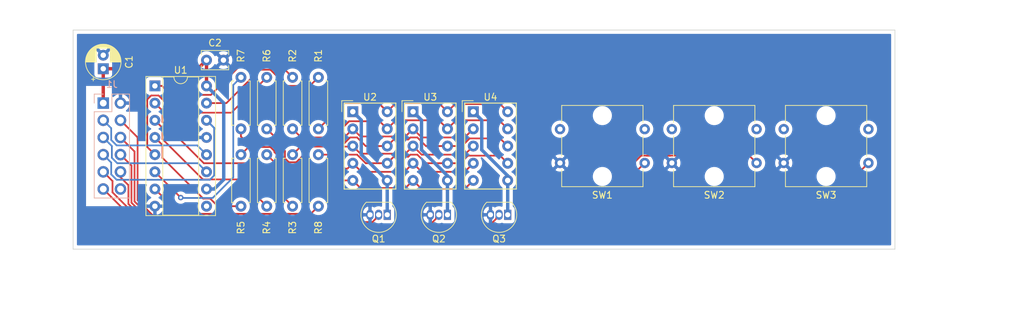
<source format=kicad_pcb>
(kicad_pcb (version 20171130) (host pcbnew 5.1.2)

  (general
    (thickness 1.6)
    (drawings 4)
    (tracks 255)
    (zones 0)
    (modules 21)
    (nets 33)
  )

  (page A4)
  (layers
    (0 F.Cu signal)
    (31 B.Cu signal)
    (32 B.Adhes user)
    (33 F.Adhes user)
    (34 B.Paste user)
    (35 F.Paste user)
    (36 B.SilkS user)
    (37 F.SilkS user)
    (38 B.Mask user)
    (39 F.Mask user)
    (40 Dwgs.User user)
    (41 Cmts.User user)
    (42 Eco1.User user)
    (43 Eco2.User user)
    (44 Edge.Cuts user)
    (45 Margin user)
    (46 B.CrtYd user)
    (47 F.CrtYd user)
    (48 B.Fab user hide)
    (49 F.Fab user hide)
  )

  (setup
    (last_trace_width 0.5)
    (user_trace_width 0.25)
    (user_trace_width 0.5)
    (trace_clearance 0.2)
    (zone_clearance 0.508)
    (zone_45_only no)
    (trace_min 0.2)
    (via_size 0.8)
    (via_drill 0.4)
    (via_min_size 0.4)
    (via_min_drill 0.3)
    (uvia_size 0.3)
    (uvia_drill 0.1)
    (uvias_allowed no)
    (uvia_min_size 0.2)
    (uvia_min_drill 0.1)
    (edge_width 0.1)
    (segment_width 0.2)
    (pcb_text_width 0.3)
    (pcb_text_size 1.5 1.5)
    (mod_edge_width 0.15)
    (mod_text_size 1 1)
    (mod_text_width 0.15)
    (pad_size 1.524 1.524)
    (pad_drill 0.762)
    (pad_to_mask_clearance 0)
    (aux_axis_origin 0 0)
    (visible_elements FFFFFF7F)
    (pcbplotparams
      (layerselection 0x010fc_ffffffff)
      (usegerberextensions false)
      (usegerberattributes false)
      (usegerberadvancedattributes false)
      (creategerberjobfile false)
      (excludeedgelayer true)
      (linewidth 0.100000)
      (plotframeref false)
      (viasonmask false)
      (mode 1)
      (useauxorigin false)
      (hpglpennumber 1)
      (hpglpenspeed 20)
      (hpglpendiameter 15.000000)
      (psnegative false)
      (psa4output false)
      (plotreference true)
      (plotvalue true)
      (plotinvisibletext false)
      (padsonsilk false)
      (subtractmaskfromsilk false)
      (outputformat 1)
      (mirror false)
      (drillshape 1)
      (scaleselection 1)
      (outputdirectory ""))
  )

  (net 0 "")
  (net 1 +5V)
  (net 2 GND)
  (net 3 /LATCH)
  (net 4 /DISP_1_CS)
  (net 5 /SCLK)
  (net 6 /DISP_2_CS)
  (net 7 /SI)
  (net 8 /DISP_3_CS)
  (net 9 /BTN_1)
  (net 10 /BTN_2)
  (net 11 /BTN_3)
  (net 12 "Net-(J1-Pad12)")
  (net 13 "Net-(Q1-Pad1)")
  (net 14 "Net-(Q2-Pad1)")
  (net 15 "Net-(Q3-Pad1)")
  (net 16 "Net-(R1-Pad2)")
  (net 17 "Net-(R1-Pad1)")
  (net 18 "Net-(R2-Pad1)")
  (net 19 "Net-(R2-Pad2)")
  (net 20 "Net-(R3-Pad2)")
  (net 21 "Net-(R3-Pad1)")
  (net 22 "Net-(R4-Pad1)")
  (net 23 "Net-(R4-Pad2)")
  (net 24 "Net-(R5-Pad2)")
  (net 25 "Net-(R5-Pad1)")
  (net 26 "Net-(R6-Pad1)")
  (net 27 "Net-(R6-Pad2)")
  (net 28 "Net-(R7-Pad2)")
  (net 29 "Net-(R7-Pad1)")
  (net 30 "Net-(R8-Pad1)")
  (net 31 "Net-(R8-Pad2)")
  (net 32 "Net-(U1-Pad9)")

  (net_class Default "This is the default net class."
    (clearance 0.2)
    (trace_width 0.25)
    (via_dia 0.8)
    (via_drill 0.4)
    (uvia_dia 0.3)
    (uvia_drill 0.1)
    (add_net /BTN_1)
    (add_net /BTN_2)
    (add_net /BTN_3)
    (add_net /DISP_1_CS)
    (add_net /DISP_2_CS)
    (add_net /DISP_3_CS)
    (add_net /LATCH)
    (add_net /SCLK)
    (add_net /SI)
    (add_net GND)
    (add_net "Net-(J1-Pad12)")
    (add_net "Net-(Q1-Pad1)")
    (add_net "Net-(Q2-Pad1)")
    (add_net "Net-(Q3-Pad1)")
    (add_net "Net-(R1-Pad1)")
    (add_net "Net-(R1-Pad2)")
    (add_net "Net-(R2-Pad1)")
    (add_net "Net-(R2-Pad2)")
    (add_net "Net-(R3-Pad1)")
    (add_net "Net-(R3-Pad2)")
    (add_net "Net-(R4-Pad1)")
    (add_net "Net-(R4-Pad2)")
    (add_net "Net-(R5-Pad1)")
    (add_net "Net-(R5-Pad2)")
    (add_net "Net-(R6-Pad1)")
    (add_net "Net-(R6-Pad2)")
    (add_net "Net-(R7-Pad1)")
    (add_net "Net-(R7-Pad2)")
    (add_net "Net-(R8-Pad1)")
    (add_net "Net-(R8-Pad2)")
    (add_net "Net-(U1-Pad9)")
  )

  (net_class vcc ""
    (clearance 0.4)
    (trace_width 0.5)
    (via_dia 1)
    (via_drill 0.4)
    (uvia_dia 0.3)
    (uvia_drill 0.1)
    (diff_pair_width 0.25)
    (diff_pair_gap 0.25)
    (add_net +5V)
  )

  (module Package_TO_SOT_THT:TO-92_Inline (layer F.Cu) (tedit 5A1DD157) (tstamp 5D44AECE)
    (at 143.51 104.14 180)
    (descr "TO-92 leads in-line, narrow, oval pads, drill 0.75mm (see NXP sot054_po.pdf)")
    (tags "to-92 sc-43 sc-43a sot54 PA33 transistor")
    (path /5D3EA6F0)
    (fp_text reference Q3 (at 1.27 -3.56) (layer F.SilkS)
      (effects (font (size 1 1) (thickness 0.15)))
    )
    (fp_text value BC548 (at 1.27 2.79) (layer F.Fab)
      (effects (font (size 1 1) (thickness 0.15)))
    )
    (fp_text user %R (at 1.27 -3.56) (layer F.Fab)
      (effects (font (size 1 1) (thickness 0.15)))
    )
    (fp_line (start -0.53 1.85) (end 3.07 1.85) (layer F.SilkS) (width 0.12))
    (fp_line (start -0.5 1.75) (end 3 1.75) (layer F.Fab) (width 0.1))
    (fp_line (start -1.46 -2.73) (end 4 -2.73) (layer F.CrtYd) (width 0.05))
    (fp_line (start -1.46 -2.73) (end -1.46 2.01) (layer F.CrtYd) (width 0.05))
    (fp_line (start 4 2.01) (end 4 -2.73) (layer F.CrtYd) (width 0.05))
    (fp_line (start 4 2.01) (end -1.46 2.01) (layer F.CrtYd) (width 0.05))
    (fp_arc (start 1.27 0) (end 1.27 -2.48) (angle 135) (layer F.Fab) (width 0.1))
    (fp_arc (start 1.27 0) (end 1.27 -2.6) (angle -135) (layer F.SilkS) (width 0.12))
    (fp_arc (start 1.27 0) (end 1.27 -2.48) (angle -135) (layer F.Fab) (width 0.1))
    (fp_arc (start 1.27 0) (end 1.27 -2.6) (angle 135) (layer F.SilkS) (width 0.12))
    (pad 2 thru_hole oval (at 1.27 0 180) (size 1.05 1.5) (drill 0.75) (layers *.Cu *.Mask)
      (net 8 /DISP_3_CS))
    (pad 3 thru_hole oval (at 2.54 0 180) (size 1.05 1.5) (drill 0.75) (layers *.Cu *.Mask)
      (net 2 GND))
    (pad 1 thru_hole rect (at 0 0 180) (size 1.05 1.5) (drill 0.75) (layers *.Cu *.Mask)
      (net 15 "Net-(Q3-Pad1)"))
    (model ${KISYS3DMOD}/Package_TO_SOT_THT.3dshapes/TO-92_Inline.wrl
      (at (xyz 0 0 0))
      (scale (xyz 1 1 1))
      (rotate (xyz 0 0 0))
    )
  )

  (module Package_TO_SOT_THT:TO-92_Inline (layer F.Cu) (tedit 5A1DD157) (tstamp 5D44AE68)
    (at 134.62 104.14 180)
    (descr "TO-92 leads in-line, narrow, oval pads, drill 0.75mm (see NXP sot054_po.pdf)")
    (tags "to-92 sc-43 sc-43a sot54 PA33 transistor")
    (path /5D3EA6B6)
    (fp_text reference Q2 (at 1.27 -3.56) (layer F.SilkS)
      (effects (font (size 1 1) (thickness 0.15)))
    )
    (fp_text value BC548 (at 1.27 2.79) (layer F.Fab)
      (effects (font (size 1 1) (thickness 0.15)))
    )
    (fp_arc (start 1.27 0) (end 1.27 -2.6) (angle 135) (layer F.SilkS) (width 0.12))
    (fp_arc (start 1.27 0) (end 1.27 -2.48) (angle -135) (layer F.Fab) (width 0.1))
    (fp_arc (start 1.27 0) (end 1.27 -2.6) (angle -135) (layer F.SilkS) (width 0.12))
    (fp_arc (start 1.27 0) (end 1.27 -2.48) (angle 135) (layer F.Fab) (width 0.1))
    (fp_line (start 4 2.01) (end -1.46 2.01) (layer F.CrtYd) (width 0.05))
    (fp_line (start 4 2.01) (end 4 -2.73) (layer F.CrtYd) (width 0.05))
    (fp_line (start -1.46 -2.73) (end -1.46 2.01) (layer F.CrtYd) (width 0.05))
    (fp_line (start -1.46 -2.73) (end 4 -2.73) (layer F.CrtYd) (width 0.05))
    (fp_line (start -0.5 1.75) (end 3 1.75) (layer F.Fab) (width 0.1))
    (fp_line (start -0.53 1.85) (end 3.07 1.85) (layer F.SilkS) (width 0.12))
    (fp_text user %R (at 1.27 -3.56) (layer F.Fab)
      (effects (font (size 1 1) (thickness 0.15)))
    )
    (pad 1 thru_hole rect (at 0 0 180) (size 1.05 1.5) (drill 0.75) (layers *.Cu *.Mask)
      (net 14 "Net-(Q2-Pad1)"))
    (pad 3 thru_hole oval (at 2.54 0 180) (size 1.05 1.5) (drill 0.75) (layers *.Cu *.Mask)
      (net 2 GND))
    (pad 2 thru_hole oval (at 1.27 0 180) (size 1.05 1.5) (drill 0.75) (layers *.Cu *.Mask)
      (net 6 /DISP_2_CS))
    (model ${KISYS3DMOD}/Package_TO_SOT_THT.3dshapes/TO-92_Inline.wrl
      (at (xyz 0 0 0))
      (scale (xyz 1 1 1))
      (rotate (xyz 0 0 0))
    )
  )

  (module Package_DIP:DIP-16_W7.62mm_Socket (layer F.Cu) (tedit 5A02E8C5) (tstamp 5D447D8B)
    (at 91.44 85.09)
    (descr "16-lead though-hole mounted DIP package, row spacing 7.62 mm (300 mils), Socket")
    (tags "THT DIP DIL PDIP 2.54mm 7.62mm 300mil Socket")
    (path /5D3EA654)
    (fp_text reference U1 (at 3.81 -2.33) (layer F.SilkS)
      (effects (font (size 1 1) (thickness 0.15)))
    )
    (fp_text value 74HC595 (at 3.81 20.11) (layer F.Fab)
      (effects (font (size 1 1) (thickness 0.15)))
    )
    (fp_arc (start 3.81 -1.33) (end 2.81 -1.33) (angle -180) (layer F.SilkS) (width 0.12))
    (fp_line (start 1.635 -1.27) (end 6.985 -1.27) (layer F.Fab) (width 0.1))
    (fp_line (start 6.985 -1.27) (end 6.985 19.05) (layer F.Fab) (width 0.1))
    (fp_line (start 6.985 19.05) (end 0.635 19.05) (layer F.Fab) (width 0.1))
    (fp_line (start 0.635 19.05) (end 0.635 -0.27) (layer F.Fab) (width 0.1))
    (fp_line (start 0.635 -0.27) (end 1.635 -1.27) (layer F.Fab) (width 0.1))
    (fp_line (start -1.27 -1.33) (end -1.27 19.11) (layer F.Fab) (width 0.1))
    (fp_line (start -1.27 19.11) (end 8.89 19.11) (layer F.Fab) (width 0.1))
    (fp_line (start 8.89 19.11) (end 8.89 -1.33) (layer F.Fab) (width 0.1))
    (fp_line (start 8.89 -1.33) (end -1.27 -1.33) (layer F.Fab) (width 0.1))
    (fp_line (start 2.81 -1.33) (end 1.16 -1.33) (layer F.SilkS) (width 0.12))
    (fp_line (start 1.16 -1.33) (end 1.16 19.11) (layer F.SilkS) (width 0.12))
    (fp_line (start 1.16 19.11) (end 6.46 19.11) (layer F.SilkS) (width 0.12))
    (fp_line (start 6.46 19.11) (end 6.46 -1.33) (layer F.SilkS) (width 0.12))
    (fp_line (start 6.46 -1.33) (end 4.81 -1.33) (layer F.SilkS) (width 0.12))
    (fp_line (start -1.33 -1.39) (end -1.33 19.17) (layer F.SilkS) (width 0.12))
    (fp_line (start -1.33 19.17) (end 8.95 19.17) (layer F.SilkS) (width 0.12))
    (fp_line (start 8.95 19.17) (end 8.95 -1.39) (layer F.SilkS) (width 0.12))
    (fp_line (start 8.95 -1.39) (end -1.33 -1.39) (layer F.SilkS) (width 0.12))
    (fp_line (start -1.55 -1.6) (end -1.55 19.4) (layer F.CrtYd) (width 0.05))
    (fp_line (start -1.55 19.4) (end 9.15 19.4) (layer F.CrtYd) (width 0.05))
    (fp_line (start 9.15 19.4) (end 9.15 -1.6) (layer F.CrtYd) (width 0.05))
    (fp_line (start 9.15 -1.6) (end -1.55 -1.6) (layer F.CrtYd) (width 0.05))
    (fp_text user %R (at 3.81 8.89) (layer F.Fab)
      (effects (font (size 1 1) (thickness 0.15)))
    )
    (pad 1 thru_hole rect (at 0 0) (size 1.6 1.6) (drill 0.8) (layers *.Cu *.Mask)
      (net 19 "Net-(R2-Pad2)"))
    (pad 9 thru_hole oval (at 7.62 17.78) (size 1.6 1.6) (drill 0.8) (layers *.Cu *.Mask)
      (net 32 "Net-(U1-Pad9)"))
    (pad 2 thru_hole oval (at 0 2.54) (size 1.6 1.6) (drill 0.8) (layers *.Cu *.Mask)
      (net 20 "Net-(R3-Pad2)"))
    (pad 10 thru_hole oval (at 7.62 15.24) (size 1.6 1.6) (drill 0.8) (layers *.Cu *.Mask)
      (net 1 +5V))
    (pad 3 thru_hole oval (at 0 5.08) (size 1.6 1.6) (drill 0.8) (layers *.Cu *.Mask)
      (net 23 "Net-(R4-Pad2)"))
    (pad 11 thru_hole oval (at 7.62 12.7) (size 1.6 1.6) (drill 0.8) (layers *.Cu *.Mask)
      (net 5 /SCLK))
    (pad 4 thru_hole oval (at 0 7.62) (size 1.6 1.6) (drill 0.8) (layers *.Cu *.Mask)
      (net 24 "Net-(R5-Pad2)"))
    (pad 12 thru_hole oval (at 7.62 10.16) (size 1.6 1.6) (drill 0.8) (layers *.Cu *.Mask)
      (net 3 /LATCH))
    (pad 5 thru_hole oval (at 0 10.16) (size 1.6 1.6) (drill 0.8) (layers *.Cu *.Mask)
      (net 27 "Net-(R6-Pad2)"))
    (pad 13 thru_hole oval (at 7.62 7.62) (size 1.6 1.6) (drill 0.8) (layers *.Cu *.Mask)
      (net 2 GND))
    (pad 6 thru_hole oval (at 0 12.7) (size 1.6 1.6) (drill 0.8) (layers *.Cu *.Mask)
      (net 28 "Net-(R7-Pad2)"))
    (pad 14 thru_hole oval (at 7.62 5.08) (size 1.6 1.6) (drill 0.8) (layers *.Cu *.Mask)
      (net 7 /SI))
    (pad 7 thru_hole oval (at 0 15.24) (size 1.6 1.6) (drill 0.8) (layers *.Cu *.Mask)
      (net 31 "Net-(R8-Pad2)"))
    (pad 15 thru_hole oval (at 7.62 2.54) (size 1.6 1.6) (drill 0.8) (layers *.Cu *.Mask)
      (net 16 "Net-(R1-Pad2)"))
    (pad 8 thru_hole oval (at 0 17.78) (size 1.6 1.6) (drill 0.8) (layers *.Cu *.Mask)
      (net 2 GND))
    (pad 16 thru_hole oval (at 7.62 0) (size 1.6 1.6) (drill 0.8) (layers *.Cu *.Mask)
      (net 1 +5V))
    (model ${KISYS3DMOD}/Package_DIP.3dshapes/DIP-16_W7.62mm_Socket.wrl
      (at (xyz 0 0 0))
      (scale (xyz 1 1 1))
      (rotate (xyz 0 0 0))
    )
  )

  (module Connector_PinSocket_2.54mm:PinSocket_2x06_P2.54mm_Vertical (layer B.Cu) (tedit 5A19A42B) (tstamp 5D44890D)
    (at 83.82 87.63 180)
    (descr "Through hole straight socket strip, 2x06, 2.54mm pitch, double cols (from Kicad 4.0.7), script generated")
    (tags "Through hole socket strip THT 2x06 2.54mm double row")
    (path /5D44D58C)
    (fp_text reference J1 (at -1.27 2.77) (layer B.SilkS)
      (effects (font (size 1 1) (thickness 0.15)) (justify mirror))
    )
    (fp_text value Conn_02x06_Odd_Even (at -1.27 -15.47) (layer B.Fab)
      (effects (font (size 1 1) (thickness 0.15)) (justify mirror))
    )
    (fp_line (start -3.81 1.27) (end 0.27 1.27) (layer B.Fab) (width 0.1))
    (fp_line (start 0.27 1.27) (end 1.27 0.27) (layer B.Fab) (width 0.1))
    (fp_line (start 1.27 0.27) (end 1.27 -13.97) (layer B.Fab) (width 0.1))
    (fp_line (start 1.27 -13.97) (end -3.81 -13.97) (layer B.Fab) (width 0.1))
    (fp_line (start -3.81 -13.97) (end -3.81 1.27) (layer B.Fab) (width 0.1))
    (fp_line (start -3.87 1.33) (end -1.27 1.33) (layer B.SilkS) (width 0.12))
    (fp_line (start -3.87 1.33) (end -3.87 -14.03) (layer B.SilkS) (width 0.12))
    (fp_line (start -3.87 -14.03) (end 1.33 -14.03) (layer B.SilkS) (width 0.12))
    (fp_line (start 1.33 -1.27) (end 1.33 -14.03) (layer B.SilkS) (width 0.12))
    (fp_line (start -1.27 -1.27) (end 1.33 -1.27) (layer B.SilkS) (width 0.12))
    (fp_line (start -1.27 1.33) (end -1.27 -1.27) (layer B.SilkS) (width 0.12))
    (fp_line (start 1.33 1.33) (end 1.33 0) (layer B.SilkS) (width 0.12))
    (fp_line (start 0 1.33) (end 1.33 1.33) (layer B.SilkS) (width 0.12))
    (fp_line (start -4.34 1.8) (end 1.76 1.8) (layer B.CrtYd) (width 0.05))
    (fp_line (start 1.76 1.8) (end 1.76 -14.45) (layer B.CrtYd) (width 0.05))
    (fp_line (start 1.76 -14.45) (end -4.34 -14.45) (layer B.CrtYd) (width 0.05))
    (fp_line (start -4.34 -14.45) (end -4.34 1.8) (layer B.CrtYd) (width 0.05))
    (fp_text user %R (at -1.27 -6.35 270) (layer B.Fab)
      (effects (font (size 1 1) (thickness 0.15)) (justify mirror))
    )
    (pad 1 thru_hole rect (at 0 0 180) (size 1.7 1.7) (drill 1) (layers *.Cu *.Mask)
      (net 1 +5V))
    (pad 2 thru_hole oval (at -2.54 0 180) (size 1.7 1.7) (drill 1) (layers *.Cu *.Mask)
      (net 2 GND))
    (pad 3 thru_hole oval (at 0 -2.54 180) (size 1.7 1.7) (drill 1) (layers *.Cu *.Mask)
      (net 3 /LATCH))
    (pad 4 thru_hole oval (at -2.54 -2.54 180) (size 1.7 1.7) (drill 1) (layers *.Cu *.Mask)
      (net 4 /DISP_1_CS))
    (pad 5 thru_hole oval (at 0 -5.08 180) (size 1.7 1.7) (drill 1) (layers *.Cu *.Mask)
      (net 5 /SCLK))
    (pad 6 thru_hole oval (at -2.54 -5.08 180) (size 1.7 1.7) (drill 1) (layers *.Cu *.Mask)
      (net 6 /DISP_2_CS))
    (pad 7 thru_hole oval (at 0 -7.62 180) (size 1.7 1.7) (drill 1) (layers *.Cu *.Mask)
      (net 7 /SI))
    (pad 8 thru_hole oval (at -2.54 -7.62 180) (size 1.7 1.7) (drill 1) (layers *.Cu *.Mask)
      (net 8 /DISP_3_CS))
    (pad 9 thru_hole oval (at 0 -10.16 180) (size 1.7 1.7) (drill 1) (layers *.Cu *.Mask)
      (net 9 /BTN_1))
    (pad 10 thru_hole oval (at -2.54 -10.16 180) (size 1.7 1.7) (drill 1) (layers *.Cu *.Mask)
      (net 10 /BTN_2))
    (pad 11 thru_hole oval (at 0 -12.7 180) (size 1.7 1.7) (drill 1) (layers *.Cu *.Mask)
      (net 11 /BTN_3))
    (pad 12 thru_hole oval (at -2.54 -12.7 180) (size 1.7 1.7) (drill 1) (layers *.Cu *.Mask)
      (net 12 "Net-(J1-Pad12)"))
    (model ${KISYS3DMOD}/Connector_PinSocket_2.54mm.3dshapes/PinSocket_2x06_P2.54mm_Vertical.wrl
      (at (xyz 0 0 0))
      (scale (xyz 1 1 1))
      (rotate (xyz 0 0 0))
    )
  )

  (module Capacitor_THT:CP_Radial_D5.0mm_P2.00mm (layer F.Cu) (tedit 5AE50EF0) (tstamp 5D447280)
    (at 83.82 82.55 90)
    (descr "CP, Radial series, Radial, pin pitch=2.00mm, , diameter=5mm, Electrolytic Capacitor")
    (tags "CP Radial series Radial pin pitch 2.00mm  diameter 5mm Electrolytic Capacitor")
    (path /5D3EA73E)
    (fp_text reference C1 (at 1 3.81 90) (layer F.SilkS)
      (effects (font (size 1 1) (thickness 0.15)))
    )
    (fp_text value 10uF (at 1 3.75 90) (layer F.Fab)
      (effects (font (size 1 1) (thickness 0.15)))
    )
    (fp_circle (center 1 0) (end 3.5 0) (layer F.Fab) (width 0.1))
    (fp_circle (center 1 0) (end 3.62 0) (layer F.SilkS) (width 0.12))
    (fp_circle (center 1 0) (end 3.75 0) (layer F.CrtYd) (width 0.05))
    (fp_line (start -1.133605 -1.0875) (end -0.633605 -1.0875) (layer F.Fab) (width 0.1))
    (fp_line (start -0.883605 -1.3375) (end -0.883605 -0.8375) (layer F.Fab) (width 0.1))
    (fp_line (start 1 1.04) (end 1 2.58) (layer F.SilkS) (width 0.12))
    (fp_line (start 1 -2.58) (end 1 -1.04) (layer F.SilkS) (width 0.12))
    (fp_line (start 1.04 1.04) (end 1.04 2.58) (layer F.SilkS) (width 0.12))
    (fp_line (start 1.04 -2.58) (end 1.04 -1.04) (layer F.SilkS) (width 0.12))
    (fp_line (start 1.08 -2.579) (end 1.08 -1.04) (layer F.SilkS) (width 0.12))
    (fp_line (start 1.08 1.04) (end 1.08 2.579) (layer F.SilkS) (width 0.12))
    (fp_line (start 1.12 -2.578) (end 1.12 -1.04) (layer F.SilkS) (width 0.12))
    (fp_line (start 1.12 1.04) (end 1.12 2.578) (layer F.SilkS) (width 0.12))
    (fp_line (start 1.16 -2.576) (end 1.16 -1.04) (layer F.SilkS) (width 0.12))
    (fp_line (start 1.16 1.04) (end 1.16 2.576) (layer F.SilkS) (width 0.12))
    (fp_line (start 1.2 -2.573) (end 1.2 -1.04) (layer F.SilkS) (width 0.12))
    (fp_line (start 1.2 1.04) (end 1.2 2.573) (layer F.SilkS) (width 0.12))
    (fp_line (start 1.24 -2.569) (end 1.24 -1.04) (layer F.SilkS) (width 0.12))
    (fp_line (start 1.24 1.04) (end 1.24 2.569) (layer F.SilkS) (width 0.12))
    (fp_line (start 1.28 -2.565) (end 1.28 -1.04) (layer F.SilkS) (width 0.12))
    (fp_line (start 1.28 1.04) (end 1.28 2.565) (layer F.SilkS) (width 0.12))
    (fp_line (start 1.32 -2.561) (end 1.32 -1.04) (layer F.SilkS) (width 0.12))
    (fp_line (start 1.32 1.04) (end 1.32 2.561) (layer F.SilkS) (width 0.12))
    (fp_line (start 1.36 -2.556) (end 1.36 -1.04) (layer F.SilkS) (width 0.12))
    (fp_line (start 1.36 1.04) (end 1.36 2.556) (layer F.SilkS) (width 0.12))
    (fp_line (start 1.4 -2.55) (end 1.4 -1.04) (layer F.SilkS) (width 0.12))
    (fp_line (start 1.4 1.04) (end 1.4 2.55) (layer F.SilkS) (width 0.12))
    (fp_line (start 1.44 -2.543) (end 1.44 -1.04) (layer F.SilkS) (width 0.12))
    (fp_line (start 1.44 1.04) (end 1.44 2.543) (layer F.SilkS) (width 0.12))
    (fp_line (start 1.48 -2.536) (end 1.48 -1.04) (layer F.SilkS) (width 0.12))
    (fp_line (start 1.48 1.04) (end 1.48 2.536) (layer F.SilkS) (width 0.12))
    (fp_line (start 1.52 -2.528) (end 1.52 -1.04) (layer F.SilkS) (width 0.12))
    (fp_line (start 1.52 1.04) (end 1.52 2.528) (layer F.SilkS) (width 0.12))
    (fp_line (start 1.56 -2.52) (end 1.56 -1.04) (layer F.SilkS) (width 0.12))
    (fp_line (start 1.56 1.04) (end 1.56 2.52) (layer F.SilkS) (width 0.12))
    (fp_line (start 1.6 -2.511) (end 1.6 -1.04) (layer F.SilkS) (width 0.12))
    (fp_line (start 1.6 1.04) (end 1.6 2.511) (layer F.SilkS) (width 0.12))
    (fp_line (start 1.64 -2.501) (end 1.64 -1.04) (layer F.SilkS) (width 0.12))
    (fp_line (start 1.64 1.04) (end 1.64 2.501) (layer F.SilkS) (width 0.12))
    (fp_line (start 1.68 -2.491) (end 1.68 -1.04) (layer F.SilkS) (width 0.12))
    (fp_line (start 1.68 1.04) (end 1.68 2.491) (layer F.SilkS) (width 0.12))
    (fp_line (start 1.721 -2.48) (end 1.721 -1.04) (layer F.SilkS) (width 0.12))
    (fp_line (start 1.721 1.04) (end 1.721 2.48) (layer F.SilkS) (width 0.12))
    (fp_line (start 1.761 -2.468) (end 1.761 -1.04) (layer F.SilkS) (width 0.12))
    (fp_line (start 1.761 1.04) (end 1.761 2.468) (layer F.SilkS) (width 0.12))
    (fp_line (start 1.801 -2.455) (end 1.801 -1.04) (layer F.SilkS) (width 0.12))
    (fp_line (start 1.801 1.04) (end 1.801 2.455) (layer F.SilkS) (width 0.12))
    (fp_line (start 1.841 -2.442) (end 1.841 -1.04) (layer F.SilkS) (width 0.12))
    (fp_line (start 1.841 1.04) (end 1.841 2.442) (layer F.SilkS) (width 0.12))
    (fp_line (start 1.881 -2.428) (end 1.881 -1.04) (layer F.SilkS) (width 0.12))
    (fp_line (start 1.881 1.04) (end 1.881 2.428) (layer F.SilkS) (width 0.12))
    (fp_line (start 1.921 -2.414) (end 1.921 -1.04) (layer F.SilkS) (width 0.12))
    (fp_line (start 1.921 1.04) (end 1.921 2.414) (layer F.SilkS) (width 0.12))
    (fp_line (start 1.961 -2.398) (end 1.961 -1.04) (layer F.SilkS) (width 0.12))
    (fp_line (start 1.961 1.04) (end 1.961 2.398) (layer F.SilkS) (width 0.12))
    (fp_line (start 2.001 -2.382) (end 2.001 -1.04) (layer F.SilkS) (width 0.12))
    (fp_line (start 2.001 1.04) (end 2.001 2.382) (layer F.SilkS) (width 0.12))
    (fp_line (start 2.041 -2.365) (end 2.041 -1.04) (layer F.SilkS) (width 0.12))
    (fp_line (start 2.041 1.04) (end 2.041 2.365) (layer F.SilkS) (width 0.12))
    (fp_line (start 2.081 -2.348) (end 2.081 -1.04) (layer F.SilkS) (width 0.12))
    (fp_line (start 2.081 1.04) (end 2.081 2.348) (layer F.SilkS) (width 0.12))
    (fp_line (start 2.121 -2.329) (end 2.121 -1.04) (layer F.SilkS) (width 0.12))
    (fp_line (start 2.121 1.04) (end 2.121 2.329) (layer F.SilkS) (width 0.12))
    (fp_line (start 2.161 -2.31) (end 2.161 -1.04) (layer F.SilkS) (width 0.12))
    (fp_line (start 2.161 1.04) (end 2.161 2.31) (layer F.SilkS) (width 0.12))
    (fp_line (start 2.201 -2.29) (end 2.201 -1.04) (layer F.SilkS) (width 0.12))
    (fp_line (start 2.201 1.04) (end 2.201 2.29) (layer F.SilkS) (width 0.12))
    (fp_line (start 2.241 -2.268) (end 2.241 -1.04) (layer F.SilkS) (width 0.12))
    (fp_line (start 2.241 1.04) (end 2.241 2.268) (layer F.SilkS) (width 0.12))
    (fp_line (start 2.281 -2.247) (end 2.281 -1.04) (layer F.SilkS) (width 0.12))
    (fp_line (start 2.281 1.04) (end 2.281 2.247) (layer F.SilkS) (width 0.12))
    (fp_line (start 2.321 -2.224) (end 2.321 -1.04) (layer F.SilkS) (width 0.12))
    (fp_line (start 2.321 1.04) (end 2.321 2.224) (layer F.SilkS) (width 0.12))
    (fp_line (start 2.361 -2.2) (end 2.361 -1.04) (layer F.SilkS) (width 0.12))
    (fp_line (start 2.361 1.04) (end 2.361 2.2) (layer F.SilkS) (width 0.12))
    (fp_line (start 2.401 -2.175) (end 2.401 -1.04) (layer F.SilkS) (width 0.12))
    (fp_line (start 2.401 1.04) (end 2.401 2.175) (layer F.SilkS) (width 0.12))
    (fp_line (start 2.441 -2.149) (end 2.441 -1.04) (layer F.SilkS) (width 0.12))
    (fp_line (start 2.441 1.04) (end 2.441 2.149) (layer F.SilkS) (width 0.12))
    (fp_line (start 2.481 -2.122) (end 2.481 -1.04) (layer F.SilkS) (width 0.12))
    (fp_line (start 2.481 1.04) (end 2.481 2.122) (layer F.SilkS) (width 0.12))
    (fp_line (start 2.521 -2.095) (end 2.521 -1.04) (layer F.SilkS) (width 0.12))
    (fp_line (start 2.521 1.04) (end 2.521 2.095) (layer F.SilkS) (width 0.12))
    (fp_line (start 2.561 -2.065) (end 2.561 -1.04) (layer F.SilkS) (width 0.12))
    (fp_line (start 2.561 1.04) (end 2.561 2.065) (layer F.SilkS) (width 0.12))
    (fp_line (start 2.601 -2.035) (end 2.601 -1.04) (layer F.SilkS) (width 0.12))
    (fp_line (start 2.601 1.04) (end 2.601 2.035) (layer F.SilkS) (width 0.12))
    (fp_line (start 2.641 -2.004) (end 2.641 -1.04) (layer F.SilkS) (width 0.12))
    (fp_line (start 2.641 1.04) (end 2.641 2.004) (layer F.SilkS) (width 0.12))
    (fp_line (start 2.681 -1.971) (end 2.681 -1.04) (layer F.SilkS) (width 0.12))
    (fp_line (start 2.681 1.04) (end 2.681 1.971) (layer F.SilkS) (width 0.12))
    (fp_line (start 2.721 -1.937) (end 2.721 -1.04) (layer F.SilkS) (width 0.12))
    (fp_line (start 2.721 1.04) (end 2.721 1.937) (layer F.SilkS) (width 0.12))
    (fp_line (start 2.761 -1.901) (end 2.761 -1.04) (layer F.SilkS) (width 0.12))
    (fp_line (start 2.761 1.04) (end 2.761 1.901) (layer F.SilkS) (width 0.12))
    (fp_line (start 2.801 -1.864) (end 2.801 -1.04) (layer F.SilkS) (width 0.12))
    (fp_line (start 2.801 1.04) (end 2.801 1.864) (layer F.SilkS) (width 0.12))
    (fp_line (start 2.841 -1.826) (end 2.841 -1.04) (layer F.SilkS) (width 0.12))
    (fp_line (start 2.841 1.04) (end 2.841 1.826) (layer F.SilkS) (width 0.12))
    (fp_line (start 2.881 -1.785) (end 2.881 -1.04) (layer F.SilkS) (width 0.12))
    (fp_line (start 2.881 1.04) (end 2.881 1.785) (layer F.SilkS) (width 0.12))
    (fp_line (start 2.921 -1.743) (end 2.921 -1.04) (layer F.SilkS) (width 0.12))
    (fp_line (start 2.921 1.04) (end 2.921 1.743) (layer F.SilkS) (width 0.12))
    (fp_line (start 2.961 -1.699) (end 2.961 -1.04) (layer F.SilkS) (width 0.12))
    (fp_line (start 2.961 1.04) (end 2.961 1.699) (layer F.SilkS) (width 0.12))
    (fp_line (start 3.001 -1.653) (end 3.001 -1.04) (layer F.SilkS) (width 0.12))
    (fp_line (start 3.001 1.04) (end 3.001 1.653) (layer F.SilkS) (width 0.12))
    (fp_line (start 3.041 -1.605) (end 3.041 1.605) (layer F.SilkS) (width 0.12))
    (fp_line (start 3.081 -1.554) (end 3.081 1.554) (layer F.SilkS) (width 0.12))
    (fp_line (start 3.121 -1.5) (end 3.121 1.5) (layer F.SilkS) (width 0.12))
    (fp_line (start 3.161 -1.443) (end 3.161 1.443) (layer F.SilkS) (width 0.12))
    (fp_line (start 3.201 -1.383) (end 3.201 1.383) (layer F.SilkS) (width 0.12))
    (fp_line (start 3.241 -1.319) (end 3.241 1.319) (layer F.SilkS) (width 0.12))
    (fp_line (start 3.281 -1.251) (end 3.281 1.251) (layer F.SilkS) (width 0.12))
    (fp_line (start 3.321 -1.178) (end 3.321 1.178) (layer F.SilkS) (width 0.12))
    (fp_line (start 3.361 -1.098) (end 3.361 1.098) (layer F.SilkS) (width 0.12))
    (fp_line (start 3.401 -1.011) (end 3.401 1.011) (layer F.SilkS) (width 0.12))
    (fp_line (start 3.441 -0.915) (end 3.441 0.915) (layer F.SilkS) (width 0.12))
    (fp_line (start 3.481 -0.805) (end 3.481 0.805) (layer F.SilkS) (width 0.12))
    (fp_line (start 3.521 -0.677) (end 3.521 0.677) (layer F.SilkS) (width 0.12))
    (fp_line (start 3.561 -0.518) (end 3.561 0.518) (layer F.SilkS) (width 0.12))
    (fp_line (start 3.601 -0.284) (end 3.601 0.284) (layer F.SilkS) (width 0.12))
    (fp_line (start -1.804775 -1.475) (end -1.304775 -1.475) (layer F.SilkS) (width 0.12))
    (fp_line (start -1.554775 -1.725) (end -1.554775 -1.225) (layer F.SilkS) (width 0.12))
    (fp_text user %R (at 1 0 90) (layer F.Fab)
      (effects (font (size 1 1) (thickness 0.15)))
    )
    (pad 1 thru_hole rect (at 0 0 90) (size 1.6 1.6) (drill 0.8) (layers *.Cu *.Mask)
      (net 1 +5V))
    (pad 2 thru_hole circle (at 2 0 90) (size 1.6 1.6) (drill 0.8) (layers *.Cu *.Mask)
      (net 2 GND))
    (model ${KISYS3DMOD}/Capacitor_THT.3dshapes/CP_Radial_D5.0mm_P2.00mm.wrl
      (at (xyz 0 0 0))
      (scale (xyz 1 1 1))
      (rotate (xyz 0 0 0))
    )
  )

  (module Capacitor_THT:C_Disc_D3.8mm_W2.6mm_P2.50mm (layer F.Cu) (tedit 5AE50EF0) (tstamp 5D447C17)
    (at 99.06 81.28)
    (descr "C, Disc series, Radial, pin pitch=2.50mm, , diameter*width=3.8*2.6mm^2, Capacitor, http://www.vishay.com/docs/45233/krseries.pdf")
    (tags "C Disc series Radial pin pitch 2.50mm  diameter 3.8mm width 2.6mm Capacitor")
    (path /5D3EA726)
    (fp_text reference C2 (at 1.25 -2.55) (layer F.SilkS)
      (effects (font (size 1 1) (thickness 0.15)))
    )
    (fp_text value 0.1uF (at 1.25 2.55) (layer F.Fab)
      (effects (font (size 1 1) (thickness 0.15)))
    )
    (fp_line (start -0.65 -1.3) (end -0.65 1.3) (layer F.Fab) (width 0.1))
    (fp_line (start -0.65 1.3) (end 3.15 1.3) (layer F.Fab) (width 0.1))
    (fp_line (start 3.15 1.3) (end 3.15 -1.3) (layer F.Fab) (width 0.1))
    (fp_line (start 3.15 -1.3) (end -0.65 -1.3) (layer F.Fab) (width 0.1))
    (fp_line (start -0.77 -1.42) (end 3.27 -1.42) (layer F.SilkS) (width 0.12))
    (fp_line (start -0.77 1.42) (end 3.27 1.42) (layer F.SilkS) (width 0.12))
    (fp_line (start -0.77 -1.42) (end -0.77 -0.795) (layer F.SilkS) (width 0.12))
    (fp_line (start -0.77 0.795) (end -0.77 1.42) (layer F.SilkS) (width 0.12))
    (fp_line (start 3.27 -1.42) (end 3.27 -0.795) (layer F.SilkS) (width 0.12))
    (fp_line (start 3.27 0.795) (end 3.27 1.42) (layer F.SilkS) (width 0.12))
    (fp_line (start -1.05 -1.55) (end -1.05 1.55) (layer F.CrtYd) (width 0.05))
    (fp_line (start -1.05 1.55) (end 3.55 1.55) (layer F.CrtYd) (width 0.05))
    (fp_line (start 3.55 1.55) (end 3.55 -1.55) (layer F.CrtYd) (width 0.05))
    (fp_line (start 3.55 -1.55) (end -1.05 -1.55) (layer F.CrtYd) (width 0.05))
    (fp_text user %R (at 1.25 0) (layer F.Fab)
      (effects (font (size 0.76 0.76) (thickness 0.114)))
    )
    (pad 1 thru_hole circle (at 0 0) (size 1.6 1.6) (drill 0.8) (layers *.Cu *.Mask)
      (net 1 +5V))
    (pad 2 thru_hole circle (at 2.5 0) (size 1.6 1.6) (drill 0.8) (layers *.Cu *.Mask)
      (net 2 GND))
    (model ${KISYS3DMOD}/Capacitor_THT.3dshapes/C_Disc_D3.8mm_W2.6mm_P2.50mm.wrl
      (at (xyz 0 0 0))
      (scale (xyz 1 1 1))
      (rotate (xyz 0 0 0))
    )
  )

  (module Package_TO_SOT_THT:TO-92_Inline (layer F.Cu) (tedit 5A1DD157) (tstamp 5D44AE9B)
    (at 125.73 104.14 180)
    (descr "TO-92 leads in-line, narrow, oval pads, drill 0.75mm (see NXP sot054_po.pdf)")
    (tags "to-92 sc-43 sc-43a sot54 PA33 transistor")
    (path /5D3EA645)
    (fp_text reference Q1 (at 1.27 -3.56) (layer F.SilkS)
      (effects (font (size 1 1) (thickness 0.15)))
    )
    (fp_text value BC548 (at 1.27 2.79) (layer F.Fab)
      (effects (font (size 1 1) (thickness 0.15)))
    )
    (fp_text user %R (at 1.27 -3.56) (layer F.Fab)
      (effects (font (size 1 1) (thickness 0.15)))
    )
    (fp_line (start -0.53 1.85) (end 3.07 1.85) (layer F.SilkS) (width 0.12))
    (fp_line (start -0.5 1.75) (end 3 1.75) (layer F.Fab) (width 0.1))
    (fp_line (start -1.46 -2.73) (end 4 -2.73) (layer F.CrtYd) (width 0.05))
    (fp_line (start -1.46 -2.73) (end -1.46 2.01) (layer F.CrtYd) (width 0.05))
    (fp_line (start 4 2.01) (end 4 -2.73) (layer F.CrtYd) (width 0.05))
    (fp_line (start 4 2.01) (end -1.46 2.01) (layer F.CrtYd) (width 0.05))
    (fp_arc (start 1.27 0) (end 1.27 -2.48) (angle 135) (layer F.Fab) (width 0.1))
    (fp_arc (start 1.27 0) (end 1.27 -2.6) (angle -135) (layer F.SilkS) (width 0.12))
    (fp_arc (start 1.27 0) (end 1.27 -2.48) (angle -135) (layer F.Fab) (width 0.1))
    (fp_arc (start 1.27 0) (end 1.27 -2.6) (angle 135) (layer F.SilkS) (width 0.12))
    (pad 2 thru_hole oval (at 1.27 0 180) (size 1.05 1.5) (drill 0.75) (layers *.Cu *.Mask)
      (net 4 /DISP_1_CS))
    (pad 3 thru_hole oval (at 2.54 0 180) (size 1.05 1.5) (drill 0.75) (layers *.Cu *.Mask)
      (net 2 GND))
    (pad 1 thru_hole rect (at 0 0 180) (size 1.05 1.5) (drill 0.75) (layers *.Cu *.Mask)
      (net 13 "Net-(Q1-Pad1)"))
    (model ${KISYS3DMOD}/Package_TO_SOT_THT.3dshapes/TO-92_Inline.wrl
      (at (xyz 0 0 0))
      (scale (xyz 1 1 1))
      (rotate (xyz 0 0 0))
    )
  )

  (module Resistor_THT:R_Axial_DIN0207_L6.3mm_D2.5mm_P7.62mm_Horizontal (layer F.Cu) (tedit 5AE5139B) (tstamp 5D447C73)
    (at 115.57 91.44 90)
    (descr "Resistor, Axial_DIN0207 series, Axial, Horizontal, pin pitch=7.62mm, 0.25W = 1/4W, length*diameter=6.3*2.5mm^2, http://cdn-reichelt.de/documents/datenblatt/B400/1_4W%23YAG.pdf")
    (tags "Resistor Axial_DIN0207 series Axial Horizontal pin pitch 7.62mm 0.25W = 1/4W length 6.3mm diameter 2.5mm")
    (path /5D3EA68A)
    (fp_text reference R1 (at 10.795 0 90) (layer F.SilkS)
      (effects (font (size 1 1) (thickness 0.15)))
    )
    (fp_text value R_Small_US (at 3.81 2.37 90) (layer F.Fab)
      (effects (font (size 1 1) (thickness 0.15)))
    )
    (fp_text user %R (at 3.81 0 90) (layer F.Fab)
      (effects (font (size 1 1) (thickness 0.15)))
    )
    (fp_line (start 8.67 -1.5) (end -1.05 -1.5) (layer F.CrtYd) (width 0.05))
    (fp_line (start 8.67 1.5) (end 8.67 -1.5) (layer F.CrtYd) (width 0.05))
    (fp_line (start -1.05 1.5) (end 8.67 1.5) (layer F.CrtYd) (width 0.05))
    (fp_line (start -1.05 -1.5) (end -1.05 1.5) (layer F.CrtYd) (width 0.05))
    (fp_line (start 7.08 1.37) (end 7.08 1.04) (layer F.SilkS) (width 0.12))
    (fp_line (start 0.54 1.37) (end 7.08 1.37) (layer F.SilkS) (width 0.12))
    (fp_line (start 0.54 1.04) (end 0.54 1.37) (layer F.SilkS) (width 0.12))
    (fp_line (start 7.08 -1.37) (end 7.08 -1.04) (layer F.SilkS) (width 0.12))
    (fp_line (start 0.54 -1.37) (end 7.08 -1.37) (layer F.SilkS) (width 0.12))
    (fp_line (start 0.54 -1.04) (end 0.54 -1.37) (layer F.SilkS) (width 0.12))
    (fp_line (start 7.62 0) (end 6.96 0) (layer F.Fab) (width 0.1))
    (fp_line (start 0 0) (end 0.66 0) (layer F.Fab) (width 0.1))
    (fp_line (start 6.96 -1.25) (end 0.66 -1.25) (layer F.Fab) (width 0.1))
    (fp_line (start 6.96 1.25) (end 6.96 -1.25) (layer F.Fab) (width 0.1))
    (fp_line (start 0.66 1.25) (end 6.96 1.25) (layer F.Fab) (width 0.1))
    (fp_line (start 0.66 -1.25) (end 0.66 1.25) (layer F.Fab) (width 0.1))
    (pad 2 thru_hole oval (at 7.62 0 90) (size 1.6 1.6) (drill 0.8) (layers *.Cu *.Mask)
      (net 16 "Net-(R1-Pad2)"))
    (pad 1 thru_hole circle (at 0 0 90) (size 1.6 1.6) (drill 0.8) (layers *.Cu *.Mask)
      (net 17 "Net-(R1-Pad1)"))
    (model ${KISYS3DMOD}/Resistor_THT.3dshapes/R_Axial_DIN0207_L6.3mm_D2.5mm_P7.62mm_Horizontal.wrl
      (at (xyz 0 0 0))
      (scale (xyz 1 1 1))
      (rotate (xyz 0 0 0))
    )
  )

  (module Resistor_THT:R_Axial_DIN0207_L6.3mm_D2.5mm_P7.62mm_Horizontal (layer F.Cu) (tedit 5AE5139B) (tstamp 5D447BE9)
    (at 111.76 91.44 90)
    (descr "Resistor, Axial_DIN0207 series, Axial, Horizontal, pin pitch=7.62mm, 0.25W = 1/4W, length*diameter=6.3*2.5mm^2, http://cdn-reichelt.de/documents/datenblatt/B400/1_4W%23YAG.pdf")
    (tags "Resistor Axial_DIN0207 series Axial Horizontal pin pitch 7.62mm 0.25W = 1/4W length 6.3mm diameter 2.5mm")
    (path /5D3EA684)
    (fp_text reference R2 (at 10.795 0 90) (layer F.SilkS)
      (effects (font (size 1 1) (thickness 0.15)))
    )
    (fp_text value R_Small_US (at 3.81 2.37 90) (layer F.Fab)
      (effects (font (size 1 1) (thickness 0.15)))
    )
    (fp_line (start 0.66 -1.25) (end 0.66 1.25) (layer F.Fab) (width 0.1))
    (fp_line (start 0.66 1.25) (end 6.96 1.25) (layer F.Fab) (width 0.1))
    (fp_line (start 6.96 1.25) (end 6.96 -1.25) (layer F.Fab) (width 0.1))
    (fp_line (start 6.96 -1.25) (end 0.66 -1.25) (layer F.Fab) (width 0.1))
    (fp_line (start 0 0) (end 0.66 0) (layer F.Fab) (width 0.1))
    (fp_line (start 7.62 0) (end 6.96 0) (layer F.Fab) (width 0.1))
    (fp_line (start 0.54 -1.04) (end 0.54 -1.37) (layer F.SilkS) (width 0.12))
    (fp_line (start 0.54 -1.37) (end 7.08 -1.37) (layer F.SilkS) (width 0.12))
    (fp_line (start 7.08 -1.37) (end 7.08 -1.04) (layer F.SilkS) (width 0.12))
    (fp_line (start 0.54 1.04) (end 0.54 1.37) (layer F.SilkS) (width 0.12))
    (fp_line (start 0.54 1.37) (end 7.08 1.37) (layer F.SilkS) (width 0.12))
    (fp_line (start 7.08 1.37) (end 7.08 1.04) (layer F.SilkS) (width 0.12))
    (fp_line (start -1.05 -1.5) (end -1.05 1.5) (layer F.CrtYd) (width 0.05))
    (fp_line (start -1.05 1.5) (end 8.67 1.5) (layer F.CrtYd) (width 0.05))
    (fp_line (start 8.67 1.5) (end 8.67 -1.5) (layer F.CrtYd) (width 0.05))
    (fp_line (start 8.67 -1.5) (end -1.05 -1.5) (layer F.CrtYd) (width 0.05))
    (fp_text user %R (at 3.81 0 90) (layer F.Fab)
      (effects (font (size 1 1) (thickness 0.15)))
    )
    (pad 1 thru_hole circle (at 0 0 90) (size 1.6 1.6) (drill 0.8) (layers *.Cu *.Mask)
      (net 18 "Net-(R2-Pad1)"))
    (pad 2 thru_hole oval (at 7.62 0 90) (size 1.6 1.6) (drill 0.8) (layers *.Cu *.Mask)
      (net 19 "Net-(R2-Pad2)"))
    (model ${KISYS3DMOD}/Resistor_THT.3dshapes/R_Axial_DIN0207_L6.3mm_D2.5mm_P7.62mm_Horizontal.wrl
      (at (xyz 0 0 0))
      (scale (xyz 1 1 1))
      (rotate (xyz 0 0 0))
    )
  )

  (module Resistor_THT:R_Axial_DIN0207_L6.3mm_D2.5mm_P7.62mm_Horizontal (layer F.Cu) (tedit 5AE5139B) (tstamp 5D447BA7)
    (at 111.76 95.25 270)
    (descr "Resistor, Axial_DIN0207 series, Axial, Horizontal, pin pitch=7.62mm, 0.25W = 1/4W, length*diameter=6.3*2.5mm^2, http://cdn-reichelt.de/documents/datenblatt/B400/1_4W%23YAG.pdf")
    (tags "Resistor Axial_DIN0207 series Axial Horizontal pin pitch 7.62mm 0.25W = 1/4W length 6.3mm diameter 2.5mm")
    (path /5D3EA67E)
    (fp_text reference R3 (at 10.795 0 90) (layer F.SilkS)
      (effects (font (size 1 1) (thickness 0.15)))
    )
    (fp_text value R_Small_US (at 3.81 2.37 90) (layer F.Fab)
      (effects (font (size 1 1) (thickness 0.15)))
    )
    (fp_text user %R (at 3.81 0 90) (layer F.Fab)
      (effects (font (size 1 1) (thickness 0.15)))
    )
    (fp_line (start 8.67 -1.5) (end -1.05 -1.5) (layer F.CrtYd) (width 0.05))
    (fp_line (start 8.67 1.5) (end 8.67 -1.5) (layer F.CrtYd) (width 0.05))
    (fp_line (start -1.05 1.5) (end 8.67 1.5) (layer F.CrtYd) (width 0.05))
    (fp_line (start -1.05 -1.5) (end -1.05 1.5) (layer F.CrtYd) (width 0.05))
    (fp_line (start 7.08 1.37) (end 7.08 1.04) (layer F.SilkS) (width 0.12))
    (fp_line (start 0.54 1.37) (end 7.08 1.37) (layer F.SilkS) (width 0.12))
    (fp_line (start 0.54 1.04) (end 0.54 1.37) (layer F.SilkS) (width 0.12))
    (fp_line (start 7.08 -1.37) (end 7.08 -1.04) (layer F.SilkS) (width 0.12))
    (fp_line (start 0.54 -1.37) (end 7.08 -1.37) (layer F.SilkS) (width 0.12))
    (fp_line (start 0.54 -1.04) (end 0.54 -1.37) (layer F.SilkS) (width 0.12))
    (fp_line (start 7.62 0) (end 6.96 0) (layer F.Fab) (width 0.1))
    (fp_line (start 0 0) (end 0.66 0) (layer F.Fab) (width 0.1))
    (fp_line (start 6.96 -1.25) (end 0.66 -1.25) (layer F.Fab) (width 0.1))
    (fp_line (start 6.96 1.25) (end 6.96 -1.25) (layer F.Fab) (width 0.1))
    (fp_line (start 0.66 1.25) (end 6.96 1.25) (layer F.Fab) (width 0.1))
    (fp_line (start 0.66 -1.25) (end 0.66 1.25) (layer F.Fab) (width 0.1))
    (pad 2 thru_hole oval (at 7.62 0 270) (size 1.6 1.6) (drill 0.8) (layers *.Cu *.Mask)
      (net 20 "Net-(R3-Pad2)"))
    (pad 1 thru_hole circle (at 0 0 270) (size 1.6 1.6) (drill 0.8) (layers *.Cu *.Mask)
      (net 21 "Net-(R3-Pad1)"))
    (model ${KISYS3DMOD}/Resistor_THT.3dshapes/R_Axial_DIN0207_L6.3mm_D2.5mm_P7.62mm_Horizontal.wrl
      (at (xyz 0 0 0))
      (scale (xyz 1 1 1))
      (rotate (xyz 0 0 0))
    )
  )

  (module Resistor_THT:R_Axial_DIN0207_L6.3mm_D2.5mm_P7.62mm_Horizontal (layer F.Cu) (tedit 5AE5139B) (tstamp 5D447CCD)
    (at 107.95 95.25 270)
    (descr "Resistor, Axial_DIN0207 series, Axial, Horizontal, pin pitch=7.62mm, 0.25W = 1/4W, length*diameter=6.3*2.5mm^2, http://cdn-reichelt.de/documents/datenblatt/B400/1_4W%23YAG.pdf")
    (tags "Resistor Axial_DIN0207 series Axial Horizontal pin pitch 7.62mm 0.25W = 1/4W length 6.3mm diameter 2.5mm")
    (path /5D3EA678)
    (fp_text reference R4 (at 10.795 0 90) (layer F.SilkS)
      (effects (font (size 1 1) (thickness 0.15)))
    )
    (fp_text value R_Small_US (at 3.81 2.37 90) (layer F.Fab)
      (effects (font (size 1 1) (thickness 0.15)))
    )
    (fp_text user %R (at 3.81 0 90) (layer F.Fab)
      (effects (font (size 1 1) (thickness 0.15)))
    )
    (fp_line (start 8.67 -1.5) (end -1.05 -1.5) (layer F.CrtYd) (width 0.05))
    (fp_line (start 8.67 1.5) (end 8.67 -1.5) (layer F.CrtYd) (width 0.05))
    (fp_line (start -1.05 1.5) (end 8.67 1.5) (layer F.CrtYd) (width 0.05))
    (fp_line (start -1.05 -1.5) (end -1.05 1.5) (layer F.CrtYd) (width 0.05))
    (fp_line (start 7.08 1.37) (end 7.08 1.04) (layer F.SilkS) (width 0.12))
    (fp_line (start 0.54 1.37) (end 7.08 1.37) (layer F.SilkS) (width 0.12))
    (fp_line (start 0.54 1.04) (end 0.54 1.37) (layer F.SilkS) (width 0.12))
    (fp_line (start 7.08 -1.37) (end 7.08 -1.04) (layer F.SilkS) (width 0.12))
    (fp_line (start 0.54 -1.37) (end 7.08 -1.37) (layer F.SilkS) (width 0.12))
    (fp_line (start 0.54 -1.04) (end 0.54 -1.37) (layer F.SilkS) (width 0.12))
    (fp_line (start 7.62 0) (end 6.96 0) (layer F.Fab) (width 0.1))
    (fp_line (start 0 0) (end 0.66 0) (layer F.Fab) (width 0.1))
    (fp_line (start 6.96 -1.25) (end 0.66 -1.25) (layer F.Fab) (width 0.1))
    (fp_line (start 6.96 1.25) (end 6.96 -1.25) (layer F.Fab) (width 0.1))
    (fp_line (start 0.66 1.25) (end 6.96 1.25) (layer F.Fab) (width 0.1))
    (fp_line (start 0.66 -1.25) (end 0.66 1.25) (layer F.Fab) (width 0.1))
    (pad 2 thru_hole oval (at 7.62 0 270) (size 1.6 1.6) (drill 0.8) (layers *.Cu *.Mask)
      (net 23 "Net-(R4-Pad2)"))
    (pad 1 thru_hole circle (at 0 0 270) (size 1.6 1.6) (drill 0.8) (layers *.Cu *.Mask)
      (net 22 "Net-(R4-Pad1)"))
    (model ${KISYS3DMOD}/Resistor_THT.3dshapes/R_Axial_DIN0207_L6.3mm_D2.5mm_P7.62mm_Horizontal.wrl
      (at (xyz 0 0 0))
      (scale (xyz 1 1 1))
      (rotate (xyz 0 0 0))
    )
  )

  (module Resistor_THT:R_Axial_DIN0207_L6.3mm_D2.5mm_P7.62mm_Horizontal (layer F.Cu) (tedit 5AE5139B) (tstamp 5D447CE4)
    (at 104.14 95.25 270)
    (descr "Resistor, Axial_DIN0207 series, Axial, Horizontal, pin pitch=7.62mm, 0.25W = 1/4W, length*diameter=6.3*2.5mm^2, http://cdn-reichelt.de/documents/datenblatt/B400/1_4W%23YAG.pdf")
    (tags "Resistor Axial_DIN0207 series Axial Horizontal pin pitch 7.62mm 0.25W = 1/4W length 6.3mm diameter 2.5mm")
    (path /5D3EA672)
    (fp_text reference R5 (at 10.795 0 90) (layer F.SilkS)
      (effects (font (size 1 1) (thickness 0.15)))
    )
    (fp_text value R_Small_US (at 3.81 2.37 90) (layer F.Fab)
      (effects (font (size 1 1) (thickness 0.15)))
    )
    (fp_text user %R (at 3.81 0 90) (layer F.Fab)
      (effects (font (size 1 1) (thickness 0.15)))
    )
    (fp_line (start 8.67 -1.5) (end -1.05 -1.5) (layer F.CrtYd) (width 0.05))
    (fp_line (start 8.67 1.5) (end 8.67 -1.5) (layer F.CrtYd) (width 0.05))
    (fp_line (start -1.05 1.5) (end 8.67 1.5) (layer F.CrtYd) (width 0.05))
    (fp_line (start -1.05 -1.5) (end -1.05 1.5) (layer F.CrtYd) (width 0.05))
    (fp_line (start 7.08 1.37) (end 7.08 1.04) (layer F.SilkS) (width 0.12))
    (fp_line (start 0.54 1.37) (end 7.08 1.37) (layer F.SilkS) (width 0.12))
    (fp_line (start 0.54 1.04) (end 0.54 1.37) (layer F.SilkS) (width 0.12))
    (fp_line (start 7.08 -1.37) (end 7.08 -1.04) (layer F.SilkS) (width 0.12))
    (fp_line (start 0.54 -1.37) (end 7.08 -1.37) (layer F.SilkS) (width 0.12))
    (fp_line (start 0.54 -1.04) (end 0.54 -1.37) (layer F.SilkS) (width 0.12))
    (fp_line (start 7.62 0) (end 6.96 0) (layer F.Fab) (width 0.1))
    (fp_line (start 0 0) (end 0.66 0) (layer F.Fab) (width 0.1))
    (fp_line (start 6.96 -1.25) (end 0.66 -1.25) (layer F.Fab) (width 0.1))
    (fp_line (start 6.96 1.25) (end 6.96 -1.25) (layer F.Fab) (width 0.1))
    (fp_line (start 0.66 1.25) (end 6.96 1.25) (layer F.Fab) (width 0.1))
    (fp_line (start 0.66 -1.25) (end 0.66 1.25) (layer F.Fab) (width 0.1))
    (pad 2 thru_hole oval (at 7.62 0 270) (size 1.6 1.6) (drill 0.8) (layers *.Cu *.Mask)
      (net 24 "Net-(R5-Pad2)"))
    (pad 1 thru_hole circle (at 0 0 270) (size 1.6 1.6) (drill 0.8) (layers *.Cu *.Mask)
      (net 25 "Net-(R5-Pad1)"))
    (model ${KISYS3DMOD}/Resistor_THT.3dshapes/R_Axial_DIN0207_L6.3mm_D2.5mm_P7.62mm_Horizontal.wrl
      (at (xyz 0 0 0))
      (scale (xyz 1 1 1))
      (rotate (xyz 0 0 0))
    )
  )

  (module Resistor_THT:R_Axial_DIN0207_L6.3mm_D2.5mm_P7.62mm_Horizontal (layer F.Cu) (tedit 5AE5139B) (tstamp 5D447CFB)
    (at 107.95 91.44 90)
    (descr "Resistor, Axial_DIN0207 series, Axial, Horizontal, pin pitch=7.62mm, 0.25W = 1/4W, length*diameter=6.3*2.5mm^2, http://cdn-reichelt.de/documents/datenblatt/B400/1_4W%23YAG.pdf")
    (tags "Resistor Axial_DIN0207 series Axial Horizontal pin pitch 7.62mm 0.25W = 1/4W length 6.3mm diameter 2.5mm")
    (path /5D3EA66C)
    (fp_text reference R6 (at 10.795 0 90) (layer F.SilkS)
      (effects (font (size 1 1) (thickness 0.15)))
    )
    (fp_text value R_Small_US (at 3.81 2.37 90) (layer F.Fab)
      (effects (font (size 1 1) (thickness 0.15)))
    )
    (fp_line (start 0.66 -1.25) (end 0.66 1.25) (layer F.Fab) (width 0.1))
    (fp_line (start 0.66 1.25) (end 6.96 1.25) (layer F.Fab) (width 0.1))
    (fp_line (start 6.96 1.25) (end 6.96 -1.25) (layer F.Fab) (width 0.1))
    (fp_line (start 6.96 -1.25) (end 0.66 -1.25) (layer F.Fab) (width 0.1))
    (fp_line (start 0 0) (end 0.66 0) (layer F.Fab) (width 0.1))
    (fp_line (start 7.62 0) (end 6.96 0) (layer F.Fab) (width 0.1))
    (fp_line (start 0.54 -1.04) (end 0.54 -1.37) (layer F.SilkS) (width 0.12))
    (fp_line (start 0.54 -1.37) (end 7.08 -1.37) (layer F.SilkS) (width 0.12))
    (fp_line (start 7.08 -1.37) (end 7.08 -1.04) (layer F.SilkS) (width 0.12))
    (fp_line (start 0.54 1.04) (end 0.54 1.37) (layer F.SilkS) (width 0.12))
    (fp_line (start 0.54 1.37) (end 7.08 1.37) (layer F.SilkS) (width 0.12))
    (fp_line (start 7.08 1.37) (end 7.08 1.04) (layer F.SilkS) (width 0.12))
    (fp_line (start -1.05 -1.5) (end -1.05 1.5) (layer F.CrtYd) (width 0.05))
    (fp_line (start -1.05 1.5) (end 8.67 1.5) (layer F.CrtYd) (width 0.05))
    (fp_line (start 8.67 1.5) (end 8.67 -1.5) (layer F.CrtYd) (width 0.05))
    (fp_line (start 8.67 -1.5) (end -1.05 -1.5) (layer F.CrtYd) (width 0.05))
    (fp_text user %R (at 3.81 0 90) (layer F.Fab)
      (effects (font (size 1 1) (thickness 0.15)))
    )
    (pad 1 thru_hole circle (at 0 0 90) (size 1.6 1.6) (drill 0.8) (layers *.Cu *.Mask)
      (net 26 "Net-(R6-Pad1)"))
    (pad 2 thru_hole oval (at 7.62 0 90) (size 1.6 1.6) (drill 0.8) (layers *.Cu *.Mask)
      (net 27 "Net-(R6-Pad2)"))
    (model ${KISYS3DMOD}/Resistor_THT.3dshapes/R_Axial_DIN0207_L6.3mm_D2.5mm_P7.62mm_Horizontal.wrl
      (at (xyz 0 0 0))
      (scale (xyz 1 1 1))
      (rotate (xyz 0 0 0))
    )
  )

  (module Resistor_THT:R_Axial_DIN0207_L6.3mm_D2.5mm_P7.62mm_Horizontal (layer F.Cu) (tedit 5AE5139B) (tstamp 5D447D12)
    (at 104.14 91.44 90)
    (descr "Resistor, Axial_DIN0207 series, Axial, Horizontal, pin pitch=7.62mm, 0.25W = 1/4W, length*diameter=6.3*2.5mm^2, http://cdn-reichelt.de/documents/datenblatt/B400/1_4W%23YAG.pdf")
    (tags "Resistor Axial_DIN0207 series Axial Horizontal pin pitch 7.62mm 0.25W = 1/4W length 6.3mm diameter 2.5mm")
    (path /5D3EA666)
    (fp_text reference R7 (at 10.795 0 90) (layer F.SilkS)
      (effects (font (size 1 1) (thickness 0.15)))
    )
    (fp_text value R_Small_US (at 3.81 2.37 90) (layer F.Fab)
      (effects (font (size 1 1) (thickness 0.15)))
    )
    (fp_text user %R (at 3.81 0 90) (layer F.Fab)
      (effects (font (size 1 1) (thickness 0.15)))
    )
    (fp_line (start 8.67 -1.5) (end -1.05 -1.5) (layer F.CrtYd) (width 0.05))
    (fp_line (start 8.67 1.5) (end 8.67 -1.5) (layer F.CrtYd) (width 0.05))
    (fp_line (start -1.05 1.5) (end 8.67 1.5) (layer F.CrtYd) (width 0.05))
    (fp_line (start -1.05 -1.5) (end -1.05 1.5) (layer F.CrtYd) (width 0.05))
    (fp_line (start 7.08 1.37) (end 7.08 1.04) (layer F.SilkS) (width 0.12))
    (fp_line (start 0.54 1.37) (end 7.08 1.37) (layer F.SilkS) (width 0.12))
    (fp_line (start 0.54 1.04) (end 0.54 1.37) (layer F.SilkS) (width 0.12))
    (fp_line (start 7.08 -1.37) (end 7.08 -1.04) (layer F.SilkS) (width 0.12))
    (fp_line (start 0.54 -1.37) (end 7.08 -1.37) (layer F.SilkS) (width 0.12))
    (fp_line (start 0.54 -1.04) (end 0.54 -1.37) (layer F.SilkS) (width 0.12))
    (fp_line (start 7.62 0) (end 6.96 0) (layer F.Fab) (width 0.1))
    (fp_line (start 0 0) (end 0.66 0) (layer F.Fab) (width 0.1))
    (fp_line (start 6.96 -1.25) (end 0.66 -1.25) (layer F.Fab) (width 0.1))
    (fp_line (start 6.96 1.25) (end 6.96 -1.25) (layer F.Fab) (width 0.1))
    (fp_line (start 0.66 1.25) (end 6.96 1.25) (layer F.Fab) (width 0.1))
    (fp_line (start 0.66 -1.25) (end 0.66 1.25) (layer F.Fab) (width 0.1))
    (pad 2 thru_hole oval (at 7.62 0 90) (size 1.6 1.6) (drill 0.8) (layers *.Cu *.Mask)
      (net 28 "Net-(R7-Pad2)"))
    (pad 1 thru_hole circle (at 0 0 90) (size 1.6 1.6) (drill 0.8) (layers *.Cu *.Mask)
      (net 29 "Net-(R7-Pad1)"))
    (model ${KISYS3DMOD}/Resistor_THT.3dshapes/R_Axial_DIN0207_L6.3mm_D2.5mm_P7.62mm_Horizontal.wrl
      (at (xyz 0 0 0))
      (scale (xyz 1 1 1))
      (rotate (xyz 0 0 0))
    )
  )

  (module Resistor_THT:R_Axial_DIN0207_L6.3mm_D2.5mm_P7.62mm_Horizontal (layer F.Cu) (tedit 5AE5139B) (tstamp 5D447C31)
    (at 115.57 95.25 270)
    (descr "Resistor, Axial_DIN0207 series, Axial, Horizontal, pin pitch=7.62mm, 0.25W = 1/4W, length*diameter=6.3*2.5mm^2, http://cdn-reichelt.de/documents/datenblatt/B400/1_4W%23YAG.pdf")
    (tags "Resistor Axial_DIN0207 series Axial Horizontal pin pitch 7.62mm 0.25W = 1/4W length 6.3mm diameter 2.5mm")
    (path /5D3EA660)
    (fp_text reference R8 (at 10.795 0 90) (layer F.SilkS)
      (effects (font (size 1 1) (thickness 0.15)))
    )
    (fp_text value R_Small_US (at 3.81 2.37 90) (layer F.Fab)
      (effects (font (size 1 1) (thickness 0.15)))
    )
    (fp_line (start 0.66 -1.25) (end 0.66 1.25) (layer F.Fab) (width 0.1))
    (fp_line (start 0.66 1.25) (end 6.96 1.25) (layer F.Fab) (width 0.1))
    (fp_line (start 6.96 1.25) (end 6.96 -1.25) (layer F.Fab) (width 0.1))
    (fp_line (start 6.96 -1.25) (end 0.66 -1.25) (layer F.Fab) (width 0.1))
    (fp_line (start 0 0) (end 0.66 0) (layer F.Fab) (width 0.1))
    (fp_line (start 7.62 0) (end 6.96 0) (layer F.Fab) (width 0.1))
    (fp_line (start 0.54 -1.04) (end 0.54 -1.37) (layer F.SilkS) (width 0.12))
    (fp_line (start 0.54 -1.37) (end 7.08 -1.37) (layer F.SilkS) (width 0.12))
    (fp_line (start 7.08 -1.37) (end 7.08 -1.04) (layer F.SilkS) (width 0.12))
    (fp_line (start 0.54 1.04) (end 0.54 1.37) (layer F.SilkS) (width 0.12))
    (fp_line (start 0.54 1.37) (end 7.08 1.37) (layer F.SilkS) (width 0.12))
    (fp_line (start 7.08 1.37) (end 7.08 1.04) (layer F.SilkS) (width 0.12))
    (fp_line (start -1.05 -1.5) (end -1.05 1.5) (layer F.CrtYd) (width 0.05))
    (fp_line (start -1.05 1.5) (end 8.67 1.5) (layer F.CrtYd) (width 0.05))
    (fp_line (start 8.67 1.5) (end 8.67 -1.5) (layer F.CrtYd) (width 0.05))
    (fp_line (start 8.67 -1.5) (end -1.05 -1.5) (layer F.CrtYd) (width 0.05))
    (fp_text user %R (at 3.81 0 90) (layer F.Fab)
      (effects (font (size 1 1) (thickness 0.15)))
    )
    (pad 1 thru_hole circle (at 0 0 270) (size 1.6 1.6) (drill 0.8) (layers *.Cu *.Mask)
      (net 30 "Net-(R8-Pad1)"))
    (pad 2 thru_hole oval (at 7.62 0 270) (size 1.6 1.6) (drill 0.8) (layers *.Cu *.Mask)
      (net 31 "Net-(R8-Pad2)"))
    (model ${KISYS3DMOD}/Resistor_THT.3dshapes/R_Axial_DIN0207_L6.3mm_D2.5mm_P7.62mm_Horizontal.wrl
      (at (xyz 0 0 0))
      (scale (xyz 1 1 1))
      (rotate (xyz 0 0 0))
    )
  )

  (module test:B3W-4050 (layer F.Cu) (tedit 5D260AC3) (tstamp 5D44AE2F)
    (at 157.48 93.98)
    (descr http://www.farnell.com/datasheets/2081974.pdf)
    (path /5D66E766)
    (fp_text reference SW1 (at 0 7.25) (layer F.SilkS)
      (effects (font (size 1 1) (thickness 0.15)))
    )
    (fp_text value SW_SPST (at 0 -7.25) (layer F.Fab)
      (effects (font (size 1 1) (thickness 0.15)))
    )
    (fp_line (start -6 6) (end 6 6) (layer F.SilkS) (width 0.12))
    (fp_line (start 6 -6) (end -6 -6) (layer F.SilkS) (width 0.12))
    (fp_line (start 6 -6) (end 6 -3.5) (layer F.SilkS) (width 0.12))
    (fp_line (start 6 -1.5) (end 6 1.5) (layer F.SilkS) (width 0.12))
    (fp_line (start 6 3.5) (end 6 6) (layer F.SilkS) (width 0.12))
    (fp_line (start -6 6) (end -6 3.5) (layer F.SilkS) (width 0.12))
    (fp_line (start -6 1.5) (end -6 -1.5) (layer F.SilkS) (width 0.12))
    (fp_line (start -6 -3.5) (end -6 -6) (layer F.SilkS) (width 0.12))
    (pad 1 thru_hole circle (at 6.25 2.5) (size 1.524 1.524) (drill 0.762) (layers *.Cu *.Mask)
      (net 9 /BTN_1))
    (pad 2 thru_hole circle (at -6.25 2.5) (size 1.524 1.524) (drill 0.762) (layers *.Cu *.Mask)
      (net 2 GND))
    (pad 3 thru_hole circle (at 6.25 -2.5) (size 1.524 1.524) (drill 0.762) (layers *.Cu *.Mask))
    (pad 4 thru_hole circle (at -6.25 -2.5) (size 1.524 1.524) (drill 0.762) (layers *.Cu *.Mask))
    (pad "" np_thru_hole circle (at 0 4.5) (size 1.8 1.8) (drill 1.8) (layers *.Cu *.Mask))
    (pad "" np_thru_hole circle (at 0 -4.5) (size 1.8 1.8) (drill 1.8) (layers *.Cu *.Mask))
  )

  (module test:B3W-4050 (layer F.Cu) (tedit 5D260AC3) (tstamp 5D44ACAC)
    (at 173.99 93.98)
    (descr http://www.farnell.com/datasheets/2081974.pdf)
    (path /5D67BB75)
    (fp_text reference SW2 (at 0 7.25) (layer F.SilkS)
      (effects (font (size 1 1) (thickness 0.15)))
    )
    (fp_text value SW_SPST (at 0 -7.25) (layer F.Fab)
      (effects (font (size 1 1) (thickness 0.15)))
    )
    (fp_line (start -6 -3.5) (end -6 -6) (layer F.SilkS) (width 0.12))
    (fp_line (start -6 1.5) (end -6 -1.5) (layer F.SilkS) (width 0.12))
    (fp_line (start -6 6) (end -6 3.5) (layer F.SilkS) (width 0.12))
    (fp_line (start 6 3.5) (end 6 6) (layer F.SilkS) (width 0.12))
    (fp_line (start 6 -1.5) (end 6 1.5) (layer F.SilkS) (width 0.12))
    (fp_line (start 6 -6) (end 6 -3.5) (layer F.SilkS) (width 0.12))
    (fp_line (start 6 -6) (end -6 -6) (layer F.SilkS) (width 0.12))
    (fp_line (start -6 6) (end 6 6) (layer F.SilkS) (width 0.12))
    (pad "" np_thru_hole circle (at 0 -4.5) (size 1.8 1.8) (drill 1.8) (layers *.Cu *.Mask))
    (pad "" np_thru_hole circle (at 0 4.5) (size 1.8 1.8) (drill 1.8) (layers *.Cu *.Mask))
    (pad 4 thru_hole circle (at -6.25 -2.5) (size 1.524 1.524) (drill 0.762) (layers *.Cu *.Mask))
    (pad 3 thru_hole circle (at 6.25 -2.5) (size 1.524 1.524) (drill 0.762) (layers *.Cu *.Mask))
    (pad 2 thru_hole circle (at -6.25 2.5) (size 1.524 1.524) (drill 0.762) (layers *.Cu *.Mask)
      (net 2 GND))
    (pad 1 thru_hole circle (at 6.25 2.5) (size 1.524 1.524) (drill 0.762) (layers *.Cu *.Mask)
      (net 10 /BTN_2))
  )

  (module test:B3W-4050 (layer F.Cu) (tedit 5D260AC3) (tstamp 5D44ABFE)
    (at 190.5 93.98)
    (descr http://www.farnell.com/datasheets/2081974.pdf)
    (path /5D681BEB)
    (fp_text reference SW3 (at 0 7.25) (layer F.SilkS)
      (effects (font (size 1 1) (thickness 0.15)))
    )
    (fp_text value SW_SPST (at 0 -7.25) (layer F.Fab)
      (effects (font (size 1 1) (thickness 0.15)))
    )
    (fp_line (start -6 6) (end 6 6) (layer F.SilkS) (width 0.12))
    (fp_line (start 6 -6) (end -6 -6) (layer F.SilkS) (width 0.12))
    (fp_line (start 6 -6) (end 6 -3.5) (layer F.SilkS) (width 0.12))
    (fp_line (start 6 -1.5) (end 6 1.5) (layer F.SilkS) (width 0.12))
    (fp_line (start 6 3.5) (end 6 6) (layer F.SilkS) (width 0.12))
    (fp_line (start -6 6) (end -6 3.5) (layer F.SilkS) (width 0.12))
    (fp_line (start -6 1.5) (end -6 -1.5) (layer F.SilkS) (width 0.12))
    (fp_line (start -6 -3.5) (end -6 -6) (layer F.SilkS) (width 0.12))
    (pad 1 thru_hole circle (at 6.25 2.5) (size 1.524 1.524) (drill 0.762) (layers *.Cu *.Mask)
      (net 11 /BTN_3))
    (pad 2 thru_hole circle (at -6.25 2.5) (size 1.524 1.524) (drill 0.762) (layers *.Cu *.Mask)
      (net 2 GND))
    (pad 3 thru_hole circle (at 6.25 -2.5) (size 1.524 1.524) (drill 0.762) (layers *.Cu *.Mask))
    (pad 4 thru_hole circle (at -6.25 -2.5) (size 1.524 1.524) (drill 0.762) (layers *.Cu *.Mask))
    (pad "" np_thru_hole circle (at 0 4.5) (size 1.8 1.8) (drill 1.8) (layers *.Cu *.Mask))
    (pad "" np_thru_hole circle (at 0 -4.5) (size 1.8 1.8) (drill 1.8) (layers *.Cu *.Mask))
  )

  (module Display_7Segment:HDSP-7401 (layer F.Cu) (tedit 5A9EC768) (tstamp 5D44AD00)
    (at 120.65 88.9)
    (descr "One digit 7 segment yellow, https://docs.broadcom.com/docs/AV02-2553EN")
    (tags "One digit 7 segment yellow")
    (path /5D3EA65A)
    (fp_text reference U2 (at 2.54 -2.159) (layer F.SilkS)
      (effects (font (size 1 1) (thickness 0.15)))
    )
    (fp_text value SC36-11SEKWA (at 2.54 12.7) (layer F.Fab)
      (effects (font (size 1 1) (thickness 0.15)))
    )
    (fp_line (start -1.5 -1.5) (end 6.6 -1.5) (layer F.CrtYd) (width 0.05))
    (fp_line (start -1.5 11.7) (end -1.5 -1.5) (layer F.CrtYd) (width 0.05))
    (fp_line (start 6.6 11.7) (end -1.5 11.7) (layer F.CrtYd) (width 0.05))
    (fp_line (start 6.6 -1.5) (end 6.6 11.7) (layer F.CrtYd) (width 0.05))
    (fp_line (start -0.1 -1.1) (end 6.2 -1.1) (layer F.Fab) (width 0.1))
    (fp_line (start -1.1 -0.1) (end -0.1 -1.1) (layer F.Fab) (width 0.1))
    (fp_line (start -1.1 11.3) (end -1.1 -0.1) (layer F.Fab) (width 0.1))
    (fp_line (start 6.2 11.3) (end -1.1 11.3) (layer F.Fab) (width 0.1))
    (fp_line (start 6.2 -1.1) (end 6.2 11.3) (layer F.Fab) (width 0.1))
    (fp_line (start 6.35 11.43) (end 6.35 -1.27) (layer F.SilkS) (width 0.15))
    (fp_line (start -1.27 11.43) (end 6.35 11.43) (layer F.SilkS) (width 0.15))
    (fp_line (start -1.27 -1.27) (end -1.27 11.43) (layer F.SilkS) (width 0.15))
    (fp_line (start 6.35 -1.27) (end -1.27 -1.27) (layer F.SilkS) (width 0.15))
    (fp_text user %R (at 2.573 5.08) (layer F.Fab)
      (effects (font (size 1 1) (thickness 0.15)))
    )
    (fp_line (start -1.63 0) (end -1.63 -1.63) (layer F.SilkS) (width 0.12))
    (fp_line (start -1.63 -1.63) (end 0 -1.63) (layer F.SilkS) (width 0.12))
    (pad 1 thru_hole rect (at 0 0) (size 1.6 1.6) (drill 0.8) (layers *.Cu *.Mask)
      (net 13 "Net-(Q1-Pad1)"))
    (pad 2 thru_hole circle (at 0 2.54) (size 1.6 1.6) (drill 0.8) (layers *.Cu *.Mask)
      (net 26 "Net-(R6-Pad1)"))
    (pad 3 thru_hole circle (at 0 5.08) (size 1.6 1.6) (drill 0.8) (layers *.Cu *.Mask)
      (net 29 "Net-(R7-Pad1)"))
    (pad 4 thru_hole circle (at 0 7.62) (size 1.6 1.6) (drill 0.8) (layers *.Cu *.Mask)
      (net 25 "Net-(R5-Pad1)"))
    (pad 5 thru_hole circle (at 0 10.16) (size 1.6 1.6) (drill 0.8) (layers *.Cu *.Mask)
      (net 22 "Net-(R4-Pad1)"))
    (pad 6 thru_hole circle (at 5.08 10.16) (size 1.6 1.6) (drill 0.8) (layers *.Cu *.Mask)
      (net 13 "Net-(Q1-Pad1)"))
    (pad 7 thru_hole circle (at 5.08 7.62) (size 1.6 1.6) (drill 0.8) (layers *.Cu *.Mask)
      (net 30 "Net-(R8-Pad1)"))
    (pad 8 thru_hole circle (at 5.08 5.08) (size 1.6 1.6) (drill 0.8) (layers *.Cu *.Mask)
      (net 21 "Net-(R3-Pad1)"))
    (pad 9 thru_hole circle (at 5.08 2.54) (size 1.6 1.6) (drill 0.8) (layers *.Cu *.Mask)
      (net 18 "Net-(R2-Pad1)"))
    (pad 10 thru_hole circle (at 5.08 0) (size 1.6 1.6) (drill 0.8) (layers *.Cu *.Mask)
      (net 17 "Net-(R1-Pad1)"))
    (model ${KISYS3DMOD}/Display_7Segment.3dshapes/HDSP-7401.wrl
      (at (xyz 0 0 0))
      (scale (xyz 1 1 1))
      (rotate (xyz 0 0 0))
    )
  )

  (module Display_7Segment:HDSP-7401 (layer F.Cu) (tedit 5A9EC768) (tstamp 5D44AD63)
    (at 129.54 88.9)
    (descr "One digit 7 segment yellow, https://docs.broadcom.com/docs/AV02-2553EN")
    (tags "One digit 7 segment yellow")
    (path /5D3EA6C5)
    (fp_text reference U3 (at 2.54 -2.159) (layer F.SilkS)
      (effects (font (size 1 1) (thickness 0.15)))
    )
    (fp_text value SC36-11SEKWA (at 2.54 12.7) (layer F.Fab)
      (effects (font (size 1 1) (thickness 0.15)))
    )
    (fp_line (start -1.63 -1.63) (end 0 -1.63) (layer F.SilkS) (width 0.12))
    (fp_line (start -1.63 0) (end -1.63 -1.63) (layer F.SilkS) (width 0.12))
    (fp_text user %R (at 2.573 5.08) (layer F.Fab)
      (effects (font (size 1 1) (thickness 0.15)))
    )
    (fp_line (start 6.35 -1.27) (end -1.27 -1.27) (layer F.SilkS) (width 0.15))
    (fp_line (start -1.27 -1.27) (end -1.27 11.43) (layer F.SilkS) (width 0.15))
    (fp_line (start -1.27 11.43) (end 6.35 11.43) (layer F.SilkS) (width 0.15))
    (fp_line (start 6.35 11.43) (end 6.35 -1.27) (layer F.SilkS) (width 0.15))
    (fp_line (start 6.2 -1.1) (end 6.2 11.3) (layer F.Fab) (width 0.1))
    (fp_line (start 6.2 11.3) (end -1.1 11.3) (layer F.Fab) (width 0.1))
    (fp_line (start -1.1 11.3) (end -1.1 -0.1) (layer F.Fab) (width 0.1))
    (fp_line (start -1.1 -0.1) (end -0.1 -1.1) (layer F.Fab) (width 0.1))
    (fp_line (start -0.1 -1.1) (end 6.2 -1.1) (layer F.Fab) (width 0.1))
    (fp_line (start 6.6 -1.5) (end 6.6 11.7) (layer F.CrtYd) (width 0.05))
    (fp_line (start 6.6 11.7) (end -1.5 11.7) (layer F.CrtYd) (width 0.05))
    (fp_line (start -1.5 11.7) (end -1.5 -1.5) (layer F.CrtYd) (width 0.05))
    (fp_line (start -1.5 -1.5) (end 6.6 -1.5) (layer F.CrtYd) (width 0.05))
    (pad 10 thru_hole circle (at 5.08 0) (size 1.6 1.6) (drill 0.8) (layers *.Cu *.Mask)
      (net 17 "Net-(R1-Pad1)"))
    (pad 9 thru_hole circle (at 5.08 2.54) (size 1.6 1.6) (drill 0.8) (layers *.Cu *.Mask)
      (net 18 "Net-(R2-Pad1)"))
    (pad 8 thru_hole circle (at 5.08 5.08) (size 1.6 1.6) (drill 0.8) (layers *.Cu *.Mask)
      (net 21 "Net-(R3-Pad1)"))
    (pad 7 thru_hole circle (at 5.08 7.62) (size 1.6 1.6) (drill 0.8) (layers *.Cu *.Mask)
      (net 30 "Net-(R8-Pad1)"))
    (pad 6 thru_hole circle (at 5.08 10.16) (size 1.6 1.6) (drill 0.8) (layers *.Cu *.Mask)
      (net 14 "Net-(Q2-Pad1)"))
    (pad 5 thru_hole circle (at 0 10.16) (size 1.6 1.6) (drill 0.8) (layers *.Cu *.Mask)
      (net 22 "Net-(R4-Pad1)"))
    (pad 4 thru_hole circle (at 0 7.62) (size 1.6 1.6) (drill 0.8) (layers *.Cu *.Mask)
      (net 25 "Net-(R5-Pad1)"))
    (pad 3 thru_hole circle (at 0 5.08) (size 1.6 1.6) (drill 0.8) (layers *.Cu *.Mask)
      (net 29 "Net-(R7-Pad1)"))
    (pad 2 thru_hole circle (at 0 2.54) (size 1.6 1.6) (drill 0.8) (layers *.Cu *.Mask)
      (net 26 "Net-(R6-Pad1)"))
    (pad 1 thru_hole rect (at 0 0) (size 1.6 1.6) (drill 0.8) (layers *.Cu *.Mask)
      (net 14 "Net-(Q2-Pad1)"))
    (model ${KISYS3DMOD}/Display_7Segment.3dshapes/HDSP-7401.wrl
      (at (xyz 0 0 0))
      (scale (xyz 1 1 1))
      (rotate (xyz 0 0 0))
    )
  )

  (module Display_7Segment:HDSP-7401 (layer F.Cu) (tedit 5A9EC768) (tstamp 5D44BBED)
    (at 138.43 88.9)
    (descr "One digit 7 segment yellow, https://docs.broadcom.com/docs/AV02-2553EN")
    (tags "One digit 7 segment yellow")
    (path /5D3EA6FF)
    (fp_text reference U4 (at 2.54 -2.159) (layer F.SilkS)
      (effects (font (size 1 1) (thickness 0.15)))
    )
    (fp_text value SC36-11SEKWA (at 2.54 12.7) (layer F.Fab)
      (effects (font (size 1 1) (thickness 0.15)))
    )
    (fp_line (start -1.5 -1.5) (end 6.6 -1.5) (layer F.CrtYd) (width 0.05))
    (fp_line (start -1.5 11.7) (end -1.5 -1.5) (layer F.CrtYd) (width 0.05))
    (fp_line (start 6.6 11.7) (end -1.5 11.7) (layer F.CrtYd) (width 0.05))
    (fp_line (start 6.6 -1.5) (end 6.6 11.7) (layer F.CrtYd) (width 0.05))
    (fp_line (start -0.1 -1.1) (end 6.2 -1.1) (layer F.Fab) (width 0.1))
    (fp_line (start -1.1 -0.1) (end -0.1 -1.1) (layer F.Fab) (width 0.1))
    (fp_line (start -1.1 11.3) (end -1.1 -0.1) (layer F.Fab) (width 0.1))
    (fp_line (start 6.2 11.3) (end -1.1 11.3) (layer F.Fab) (width 0.1))
    (fp_line (start 6.2 -1.1) (end 6.2 11.3) (layer F.Fab) (width 0.1))
    (fp_line (start 6.35 11.43) (end 6.35 -1.27) (layer F.SilkS) (width 0.15))
    (fp_line (start -1.27 11.43) (end 6.35 11.43) (layer F.SilkS) (width 0.15))
    (fp_line (start -1.27 -1.27) (end -1.27 11.43) (layer F.SilkS) (width 0.15))
    (fp_line (start 6.35 -1.27) (end -1.27 -1.27) (layer F.SilkS) (width 0.15))
    (fp_text user %R (at 2.573 5.08) (layer F.Fab)
      (effects (font (size 1 1) (thickness 0.15)))
    )
    (fp_line (start -1.63 0) (end -1.63 -1.63) (layer F.SilkS) (width 0.12))
    (fp_line (start -1.63 -1.63) (end 0 -1.63) (layer F.SilkS) (width 0.12))
    (pad 1 thru_hole rect (at 0 0) (size 1.6 1.6) (drill 0.8) (layers *.Cu *.Mask)
      (net 15 "Net-(Q3-Pad1)"))
    (pad 2 thru_hole circle (at 0 2.54) (size 1.6 1.6) (drill 0.8) (layers *.Cu *.Mask)
      (net 26 "Net-(R6-Pad1)"))
    (pad 3 thru_hole circle (at 0 5.08) (size 1.6 1.6) (drill 0.8) (layers *.Cu *.Mask)
      (net 29 "Net-(R7-Pad1)"))
    (pad 4 thru_hole circle (at 0 7.62) (size 1.6 1.6) (drill 0.8) (layers *.Cu *.Mask)
      (net 25 "Net-(R5-Pad1)"))
    (pad 5 thru_hole circle (at 0 10.16) (size 1.6 1.6) (drill 0.8) (layers *.Cu *.Mask)
      (net 22 "Net-(R4-Pad1)"))
    (pad 6 thru_hole circle (at 5.08 10.16) (size 1.6 1.6) (drill 0.8) (layers *.Cu *.Mask)
      (net 15 "Net-(Q3-Pad1)"))
    (pad 7 thru_hole circle (at 5.08 7.62) (size 1.6 1.6) (drill 0.8) (layers *.Cu *.Mask)
      (net 30 "Net-(R8-Pad1)"))
    (pad 8 thru_hole circle (at 5.08 5.08) (size 1.6 1.6) (drill 0.8) (layers *.Cu *.Mask)
      (net 21 "Net-(R3-Pad1)"))
    (pad 9 thru_hole circle (at 5.08 2.54) (size 1.6 1.6) (drill 0.8) (layers *.Cu *.Mask)
      (net 18 "Net-(R2-Pad1)"))
    (pad 10 thru_hole circle (at 5.08 0) (size 1.6 1.6) (drill 0.8) (layers *.Cu *.Mask)
      (net 17 "Net-(R1-Pad1)"))
    (model ${KISYS3DMOD}/Display_7Segment.3dshapes/HDSP-7401.wrl
      (at (xyz 0 0 0))
      (scale (xyz 1 1 1))
      (rotate (xyz 0 0 0))
    )
  )

  (gr_line (start 79.375 109.22) (end 79.375 76.835) (layer Edge.Cuts) (width 0.1))
  (gr_line (start 200.66 109.22) (end 79.375 109.22) (layer Edge.Cuts) (width 0.1) (tstamp 5D44ED0C))
  (gr_line (start 200.66 76.835) (end 200.66 109.22) (layer Edge.Cuts) (width 0.1))
  (gr_line (start 79.375 76.835) (end 200.66 76.835) (layer Edge.Cuts) (width 0.1))

  (segment (start 83.82 87.63) (end 83.82 82.55) (width 0.5) (layer F.Cu) (net 1))
  (segment (start 97.79 82.55) (end 99.06 81.28) (width 0.5) (layer F.Cu) (net 1))
  (segment (start 83.82 82.55) (end 97.79 82.55) (width 0.5) (layer F.Cu) (net 1))
  (segment (start 99.06 81.28) (end 99.06 85.09) (width 0.5) (layer F.Cu) (net 1))
  (segment (start 99.06 100.33) (end 100.19137 100.33) (width 0.5) (layer B.Cu) (net 1))
  (segment (start 100.19137 100.33) (end 101.6 98.92137) (width 0.5) (layer B.Cu) (net 1))
  (segment (start 101.6 87.63) (end 99.06 85.09) (width 0.5) (layer B.Cu) (net 1))
  (segment (start 101.6 98.92137) (end 101.6 87.63) (width 0.5) (layer B.Cu) (net 1))
  (segment (start 84.669999 91.019999) (end 83.82 90.17) (width 0.25) (layer B.Cu) (net 3))
  (segment (start 84.995001 91.345001) (end 84.669999 91.019999) (width 0.25) (layer B.Cu) (net 3))
  (segment (start 84.995001 93.084003) (end 84.995001 91.345001) (width 0.25) (layer B.Cu) (net 3))
  (segment (start 85.795999 93.885001) (end 84.995001 93.084003) (width 0.25) (layer B.Cu) (net 3))
  (segment (start 97.695001 93.885001) (end 85.795999 93.885001) (width 0.25) (layer B.Cu) (net 3))
  (segment (start 99.06 95.25) (end 97.695001 93.885001) (width 0.25) (layer B.Cu) (net 3))
  (segment (start 87.209999 91.019999) (end 86.36 90.17) (width 0.25) (layer F.Cu) (net 4))
  (segment (start 88.885029 92.695029) (end 87.209999 91.019999) (width 0.25) (layer F.Cu) (net 4))
  (segment (start 88.885029 101.980031) (end 88.885029 92.695029) (width 0.25) (layer F.Cu) (net 4))
  (segment (start 92.120008 105.21501) (end 88.885029 101.980031) (width 0.25) (layer F.Cu) (net 4))
  (segment (start 123.542085 105.21501) (end 92.120008 105.21501) (width 0.25) (layer F.Cu) (net 4))
  (segment (start 124.04001 104.717085) (end 123.542085 105.21501) (width 0.25) (layer F.Cu) (net 4))
  (segment (start 124.04001 104.55999) (end 124.04001 104.717085) (width 0.25) (layer F.Cu) (net 4))
  (segment (start 124.46 104.14) (end 124.04001 104.55999) (width 0.25) (layer F.Cu) (net 4))
  (segment (start 84.669999 93.559999) (end 83.82 92.71) (width 0.25) (layer B.Cu) (net 5))
  (segment (start 85.09 93.98) (end 84.669999 93.559999) (width 0.25) (layer B.Cu) (net 5))
  (segment (start 85.09 95.719002) (end 85.09 93.98) (width 0.25) (layer B.Cu) (net 5))
  (segment (start 97.79 96.52) (end 85.890998 96.52) (width 0.25) (layer B.Cu) (net 5))
  (segment (start 85.890998 96.52) (end 85.09 95.719002) (width 0.25) (layer B.Cu) (net 5))
  (segment (start 99.06 97.79) (end 97.79 96.52) (width 0.25) (layer B.Cu) (net 5))
  (segment (start 87.209999 93.559999) (end 86.36 92.71) (width 0.25) (layer F.Cu) (net 6))
  (segment (start 88.435021 94.785021) (end 87.209999 93.559999) (width 0.25) (layer F.Cu) (net 6))
  (segment (start 91.933607 105.665019) (end 88.435021 102.166433) (width 0.25) (layer F.Cu) (net 6))
  (segment (start 131.982075 105.66502) (end 91.933607 105.665019) (width 0.25) (layer F.Cu) (net 6))
  (segment (start 88.435021 102.166433) (end 88.435021 94.785021) (width 0.25) (layer F.Cu) (net 6))
  (segment (start 132.93001 104.717085) (end 131.982075 105.66502) (width 0.25) (layer F.Cu) (net 6))
  (segment (start 132.93001 104.55999) (end 132.93001 104.717085) (width 0.25) (layer F.Cu) (net 6))
  (segment (start 133.35 104.14) (end 132.93001 104.55999) (width 0.25) (layer F.Cu) (net 6))
  (segment (start 99.06 90.17) (end 100.33 91.44) (width 0.25) (layer B.Cu) (net 7))
  (segment (start 84.669999 96.099999) (end 83.82 95.25) (width 0.25) (layer B.Cu) (net 7))
  (segment (start 84.995001 96.425001) (end 84.669999 96.099999) (width 0.25) (layer B.Cu) (net 7))
  (segment (start 84.995001 98.164003) (end 84.995001 96.425001) (width 0.25) (layer B.Cu) (net 7))
  (segment (start 85.795999 98.965001) (end 84.995001 98.164003) (width 0.25) (layer B.Cu) (net 7))
  (segment (start 99.550001 98.965001) (end 85.795999 98.965001) (width 0.25) (layer B.Cu) (net 7))
  (segment (start 100.185001 98.330001) (end 99.550001 98.965001) (width 0.25) (layer B.Cu) (net 7))
  (segment (start 100.185001 91.295001) (end 100.185001 98.330001) (width 0.25) (layer B.Cu) (net 7))
  (segment (start 99.06 90.17) (end 100.185001 91.295001) (width 0.25) (layer B.Cu) (net 7))
  (segment (start 142.24 104.14) (end 142.24 104.365) (width 0.25) (layer F.Cu) (net 8))
  (segment (start 141.82001 104.717085) (end 140.422066 106.115029) (width 0.25) (layer F.Cu) (net 8))
  (segment (start 142.24 104.14) (end 141.82001 104.55999) (width 0.25) (layer F.Cu) (net 8))
  (segment (start 141.82001 104.55999) (end 141.82001 104.717085) (width 0.25) (layer F.Cu) (net 8))
  (segment (start 87.985011 96.875011) (end 87.209999 96.099999) (width 0.25) (layer F.Cu) (net 8))
  (segment (start 91.747206 106.115028) (end 87.985011 102.352833) (width 0.25) (layer F.Cu) (net 8))
  (segment (start 87.209999 96.099999) (end 86.36 95.25) (width 0.25) (layer F.Cu) (net 8))
  (segment (start 87.985011 102.352833) (end 87.985011 96.875011) (width 0.25) (layer F.Cu) (net 8))
  (segment (start 140.422066 106.115029) (end 91.747206 106.115028) (width 0.25) (layer F.Cu) (net 8))
  (segment (start 153.194952 107.015048) (end 163.73 96.48) (width 0.25) (layer F.Cu) (net 9))
  (segment (start 91.374406 107.015048) (end 153.194952 107.015048) (width 0.25) (layer F.Cu) (net 9))
  (segment (start 85.184999 100.825641) (end 91.374406 107.015048) (width 0.25) (layer F.Cu) (net 9))
  (segment (start 85.184999 99.154999) (end 85.184999 100.825641) (width 0.25) (layer F.Cu) (net 9))
  (segment (start 83.82 97.79) (end 85.184999 99.154999) (width 0.25) (layer F.Cu) (net 9))
  (segment (start 180.24 96.48) (end 179.152999 95.392999) (width 0.25) (layer F.Cu) (net 10))
  (segment (start 167.497001 95.392999) (end 163.972999 95.392999) (width 0.25) (layer F.Cu) (net 10))
  (segment (start 179.152999 95.392999) (end 167.497001 95.392999) (width 0.25) (layer F.Cu) (net 10))
  (segment (start 152.0362 106.565038) (end 163.208239 95.392999) (width 0.25) (layer F.Cu) (net 10))
  (segment (start 91.560806 106.565038) (end 152.0362 106.565038) (width 0.25) (layer F.Cu) (net 10))
  (segment (start 87.535003 102.539235) (end 91.560806 106.565038) (width 0.25) (layer F.Cu) (net 10))
  (segment (start 163.208239 95.392999) (end 167.497001 95.392999) (width 0.25) (layer F.Cu) (net 10))
  (segment (start 87.535001 99.765999) (end 87.535003 102.539235) (width 0.25) (layer F.Cu) (net 10))
  (segment (start 86.36 98.590998) (end 87.535001 99.765999) (width 0.25) (layer F.Cu) (net 10))
  (segment (start 86.36 97.79) (end 86.36 98.590998) (width 0.25) (layer F.Cu) (net 10))
  (segment (start 185.764942 107.465058) (end 196.75 96.48) (width 0.25) (layer F.Cu) (net 11))
  (segment (start 90.955058 107.465058) (end 185.764942 107.465058) (width 0.25) (layer F.Cu) (net 11))
  (segment (start 83.82 100.33) (end 90.955058 107.465058) (width 0.25) (layer F.Cu) (net 11))
  (segment (start 125.73 99.06) (end 125.73 104.14) (width 0.5) (layer B.Cu) (net 13) (tstamp 5D44AC4B))
  (segment (start 121.900001 90.150001) (end 120.65 88.9) (width 0.5) (layer B.Cu) (net 13) (tstamp 5D44AC5A))
  (segment (start 121.900001 95.230001) (end 121.900001 90.150001) (width 0.5) (layer B.Cu) (net 13) (tstamp 5D44ABD9))
  (segment (start 125.73 99.06) (end 121.900001 95.230001) (width 0.5) (layer B.Cu) (net 13) (tstamp 5D44AC2A))
  (segment (start 134.62 100.19137) (end 134.62 104.14) (width 0.5) (layer B.Cu) (net 14) (tstamp 5D44AC36))
  (segment (start 134.62 99.06) (end 134.62 100.19137) (width 0.5) (layer B.Cu) (net 14) (tstamp 5D44ACD8))
  (segment (start 130.790001 90.150001) (end 129.54 88.9) (width 0.5) (layer B.Cu) (net 14) (tstamp 5D44AC2D))
  (segment (start 130.790001 94.540003) (end 130.790001 90.150001) (width 0.5) (layer B.Cu) (net 14) (tstamp 5D44AC42))
  (segment (start 134.62 98.370002) (end 130.790001 94.540003) (width 0.5) (layer B.Cu) (net 14) (tstamp 5D44AC24))
  (segment (start 134.62 99.06) (end 134.62 98.370002) (width 0.5) (layer B.Cu) (net 14) (tstamp 5D44AC27))
  (segment (start 143.51 99.06) (end 143.51 104.14) (width 0.5) (layer B.Cu) (net 15) (tstamp 5D44ABE2))
  (segment (start 139.680001 90.150001) (end 138.43 88.9) (width 0.5) (layer B.Cu) (net 15) (tstamp 5D44AC30))
  (segment (start 139.680001 94.540003) (end 139.680001 90.150001) (width 0.5) (layer B.Cu) (net 15) (tstamp 5D44ACD2))
  (segment (start 143.51 98.370002) (end 139.680001 94.540003) (width 0.5) (layer B.Cu) (net 15) (tstamp 5D44ABDF))
  (segment (start 143.51 99.06) (end 143.51 98.370002) (width 0.5) (layer B.Cu) (net 15) (tstamp 5D44AC21))
  (segment (start 100.19137 87.63) (end 99.06 87.63) (width 0.25) (layer F.Cu) (net 16))
  (segment (start 101.995002 87.63) (end 100.19137 87.63) (width 0.25) (layer F.Cu) (net 16))
  (segment (start 106.930003 82.694999) (end 101.995002 87.63) (width 0.25) (layer F.Cu) (net 16))
  (segment (start 108.490001 82.694999) (end 106.930003 82.694999) (width 0.25) (layer F.Cu) (net 16))
  (segment (start 110.885002 85.09) (end 108.490001 82.694999) (width 0.25) (layer F.Cu) (net 16))
  (segment (start 114.3 85.09) (end 110.885002 85.09) (width 0.25) (layer F.Cu) (net 16))
  (segment (start 115.57 83.82) (end 114.3 85.09) (width 0.25) (layer F.Cu) (net 16))
  (segment (start 126.529999 88.100001) (end 125.73 88.9) (width 0.25) (layer F.Cu) (net 17) (tstamp 5D44AEFA))
  (segment (start 127 87.63) (end 126.529999 88.100001) (width 0.25) (layer F.Cu) (net 17) (tstamp 5D44ACE1))
  (segment (start 133.35 87.63) (end 127 87.63) (width 0.25) (layer F.Cu) (net 17) (tstamp 5D44AC87))
  (segment (start 134.62 88.9) (end 133.35 87.63) (width 0.25) (layer F.Cu) (net 17) (tstamp 5D44AC99))
  (segment (start 135.419999 88.100001) (end 134.62 88.9) (width 0.25) (layer F.Cu) (net 17) (tstamp 5D44AF2D))
  (segment (start 135.745001 87.774999) (end 135.419999 88.100001) (width 0.25) (layer F.Cu) (net 17) (tstamp 5D44AC8D))
  (segment (start 142.384999 87.774999) (end 135.745001 87.774999) (width 0.25) (layer F.Cu) (net 17) (tstamp 5D44ACDB))
  (segment (start 143.51 88.9) (end 142.384999 87.774999) (width 0.25) (layer F.Cu) (net 17) (tstamp 5D44AC8A))
  (segment (start 124.930001 88.100001) (end 125.73 88.9) (width 0.25) (layer F.Cu) (net 17) (tstamp 5D44AC96))
  (segment (start 116.369999 90.640001) (end 115.57 91.44) (width 0.25) (layer F.Cu) (net 17))
  (segment (start 124.46 87.63) (end 119.38 87.63) (width 0.25) (layer F.Cu) (net 17))
  (segment (start 119.38 87.63) (end 116.369999 90.640001) (width 0.25) (layer F.Cu) (net 17))
  (segment (start 125.73 88.9) (end 124.46 87.63) (width 0.25) (layer F.Cu) (net 17))
  (segment (start 133.820001 90.640001) (end 134.62 91.44) (width 0.25) (layer F.Cu) (net 18) (tstamp 5D44ABD6))
  (segment (start 133.35 90.17) (end 133.820001 90.640001) (width 0.25) (layer F.Cu) (net 18) (tstamp 5D44AF36))
  (segment (start 127 90.17) (end 133.35 90.17) (width 0.25) (layer F.Cu) (net 18) (tstamp 5D44AC6F))
  (segment (start 125.73 91.44) (end 127 90.17) (width 0.25) (layer F.Cu) (net 18) (tstamp 5D44ADB9))
  (segment (start 142.24 90.17) (end 142.710001 90.640001) (width 0.25) (layer F.Cu) (net 18) (tstamp 5D44AC6C))
  (segment (start 135.89 90.17) (end 142.24 90.17) (width 0.25) (layer F.Cu) (net 18) (tstamp 5D44AC69))
  (segment (start 142.710001 90.640001) (end 143.51 91.44) (width 0.25) (layer F.Cu) (net 18) (tstamp 5D44AEF1))
  (segment (start 134.62 91.44) (end 135.89 90.17) (width 0.25) (layer F.Cu) (net 18) (tstamp 5D44AE19))
  (segment (start 124.930001 90.640001) (end 125.73 91.44) (width 0.25) (layer F.Cu) (net 18))
  (segment (start 124.604999 90.314999) (end 124.930001 90.640001) (width 0.25) (layer F.Cu) (net 18))
  (segment (start 120.109999 90.314999) (end 124.604999 90.314999) (width 0.25) (layer F.Cu) (net 18))
  (segment (start 117.714998 92.71) (end 120.109999 90.314999) (width 0.25) (layer F.Cu) (net 18))
  (segment (start 113.03 92.71) (end 117.714998 92.71) (width 0.25) (layer F.Cu) (net 18))
  (segment (start 111.76 91.44) (end 113.03 92.71) (width 0.25) (layer F.Cu) (net 18))
  (segment (start 93.815001 86.415001) (end 92.49 85.09) (width 0.25) (layer F.Cu) (net 19))
  (segment (start 99.696001 86.415001) (end 93.815001 86.415001) (width 0.25) (layer F.Cu) (net 19))
  (segment (start 103.866012 82.24499) (end 99.696001 86.415001) (width 0.25) (layer F.Cu) (net 19))
  (segment (start 92.49 85.09) (end 91.44 85.09) (width 0.25) (layer F.Cu) (net 19))
  (segment (start 110.18499 82.24499) (end 103.866012 82.24499) (width 0.25) (layer F.Cu) (net 19))
  (segment (start 111.76 83.82) (end 110.18499 82.24499) (width 0.25) (layer F.Cu) (net 19))
  (segment (start 92.239999 88.429999) (end 91.44 87.63) (width 0.25) (layer F.Cu) (net 20))
  (segment (start 92.565001 90.420003) (end 92.565001 88.755001) (width 0.25) (layer F.Cu) (net 20))
  (segment (start 98.664998 96.52) (end 92.565001 90.420003) (width 0.25) (layer F.Cu) (net 20))
  (segment (start 92.565001 88.755001) (end 92.239999 88.429999) (width 0.25) (layer F.Cu) (net 20))
  (segment (start 105.41 96.52) (end 98.664998 96.52) (width 0.25) (layer F.Cu) (net 20))
  (segment (start 111.76 102.87) (end 105.41 96.52) (width 0.25) (layer F.Cu) (net 20))
  (segment (start 133.48863 93.98) (end 134.62 93.98) (width 0.25) (layer F.Cu) (net 21) (tstamp 5D44AF1E))
  (segment (start 131.44359 93.98) (end 133.48863 93.98) (width 0.25) (layer F.Cu) (net 21) (tstamp 5D44AF39))
  (segment (start 130.17359 92.71) (end 131.44359 93.98) (width 0.25) (layer F.Cu) (net 21) (tstamp 5D44AC81))
  (segment (start 129.144998 92.71) (end 130.17359 92.71) (width 0.25) (layer F.Cu) (net 21) (tstamp 5D44AF48))
  (segment (start 128.839987 93.015011) (end 129.144998 92.71) (width 0.25) (layer F.Cu) (net 21) (tstamp 5D44AEF7))
  (segment (start 126.694989 93.015011) (end 128.839987 93.015011) (width 0.25) (layer F.Cu) (net 21) (tstamp 5D44ADA7))
  (segment (start 125.73 93.98) (end 126.694989 93.015011) (width 0.25) (layer F.Cu) (net 21) (tstamp 5D44AE16))
  (segment (start 142.384999 92.854999) (end 142.710001 93.180001) (width 0.25) (layer F.Cu) (net 21) (tstamp 5D44AC84))
  (segment (start 142.710001 93.180001) (end 143.51 93.98) (width 0.25) (layer F.Cu) (net 21) (tstamp 5D44ACD5))
  (segment (start 137.889999 92.854999) (end 142.384999 92.854999) (width 0.25) (layer F.Cu) (net 21) (tstamp 5D44ADA4))
  (segment (start 136.764998 93.98) (end 137.889999 92.854999) (width 0.25) (layer F.Cu) (net 21) (tstamp 5D44AF24))
  (segment (start 134.62 93.98) (end 136.764998 93.98) (width 0.25) (layer F.Cu) (net 21) (tstamp 5D44ADAA))
  (segment (start 121.28359 92.71) (end 122.55359 93.98) (width 0.25) (layer F.Cu) (net 21))
  (segment (start 122.55359 93.98) (end 124.59863 93.98) (width 0.25) (layer F.Cu) (net 21))
  (segment (start 120.254998 92.71) (end 121.28359 92.71) (width 0.25) (layer F.Cu) (net 21))
  (segment (start 119.354978 93.61002) (end 120.254998 92.71) (width 0.25) (layer F.Cu) (net 21))
  (segment (start 124.59863 93.98) (end 125.73 93.98) (width 0.25) (layer F.Cu) (net 21))
  (segment (start 113.39998 93.61002) (end 119.354978 93.61002) (width 0.25) (layer F.Cu) (net 21))
  (segment (start 111.76 95.25) (end 113.39998 93.61002) (width 0.25) (layer F.Cu) (net 21))
  (segment (start 128.740001 99.859999) (end 129.54 99.06) (width 0.25) (layer F.Cu) (net 22) (tstamp 5D44AD44))
  (segment (start 121.775001 100.185001) (end 128.414999 100.185001) (width 0.25) (layer F.Cu) (net 22) (tstamp 5D44AF03))
  (segment (start 128.414999 100.185001) (end 128.740001 99.859999) (width 0.25) (layer F.Cu) (net 22) (tstamp 5D44ADB0))
  (segment (start 120.65 99.06) (end 121.775001 100.185001) (width 0.25) (layer F.Cu) (net 22) (tstamp 5D44ACCF))
  (segment (start 137.630001 99.859999) (end 138.43 99.06) (width 0.25) (layer F.Cu) (net 22) (tstamp 5D44AE13))
  (segment (start 130.81 100.33) (end 137.16 100.33) (width 0.25) (layer F.Cu) (net 22) (tstamp 5D44ABD3))
  (segment (start 137.16 100.33) (end 137.630001 99.859999) (width 0.25) (layer F.Cu) (net 22) (tstamp 5D44AF1B))
  (segment (start 129.54 99.06) (end 130.81 100.33) (width 0.25) (layer F.Cu) (net 22) (tstamp 5D44AD41))
  (segment (start 111.76 99.06) (end 120.65 99.06) (width 0.25) (layer F.Cu) (net 22))
  (segment (start 107.95 95.25) (end 111.76 99.06) (width 0.25) (layer F.Cu) (net 22))
  (segment (start 92.239999 90.969999) (end 91.44 90.17) (width 0.25) (layer F.Cu) (net 23))
  (segment (start 92.565001 91.295001) (end 92.239999 90.969999) (width 0.25) (layer F.Cu) (net 23))
  (segment (start 98.519999 98.915001) (end 92.565001 92.960003) (width 0.25) (layer F.Cu) (net 23))
  (segment (start 92.565001 92.960003) (end 92.565001 91.295001) (width 0.25) (layer F.Cu) (net 23))
  (segment (start 103.995001 98.915001) (end 98.519999 98.915001) (width 0.25) (layer F.Cu) (net 23))
  (segment (start 107.95 102.87) (end 103.995001 98.915001) (width 0.25) (layer F.Cu) (net 23))
  (segment (start 92.239999 93.509999) (end 91.44 92.71) (width 0.25) (layer F.Cu) (net 24))
  (segment (start 92.565001 93.835001) (end 92.239999 93.509999) (width 0.25) (layer F.Cu) (net 24))
  (segment (start 92.565001 95.740001) (end 92.565001 93.835001) (width 0.25) (layer F.Cu) (net 24))
  (segment (start 98.569999 101.744999) (end 92.565001 95.740001) (width 0.25) (layer F.Cu) (net 24))
  (segment (start 99.600001 101.744999) (end 98.569999 101.744999) (width 0.25) (layer F.Cu) (net 24))
  (segment (start 100.725002 102.87) (end 99.600001 101.744999) (width 0.25) (layer F.Cu) (net 24))
  (segment (start 104.14 102.87) (end 100.725002 102.87) (width 0.25) (layer F.Cu) (net 24))
  (segment (start 128.740001 97.319999) (end 129.54 96.52) (width 0.25) (layer F.Cu) (net 25) (tstamp 5D44AF33))
  (segment (start 128.27 97.79) (end 128.740001 97.319999) (width 0.25) (layer F.Cu) (net 25) (tstamp 5D44AF0F))
  (segment (start 121.92 97.79) (end 128.27 97.79) (width 0.25) (layer F.Cu) (net 25) (tstamp 5D44AD3E))
  (segment (start 120.65 96.52) (end 121.92 97.79) (width 0.25) (layer F.Cu) (net 25) (tstamp 5D44AC66))
  (segment (start 137.630001 97.319999) (end 138.43 96.52) (width 0.25) (layer F.Cu) (net 25) (tstamp 5D44AEFD))
  (segment (start 137.16 97.79) (end 137.630001 97.319999) (width 0.25) (layer F.Cu) (net 25) (tstamp 5D44AC75))
  (segment (start 130.81 97.79) (end 137.16 97.79) (width 0.25) (layer F.Cu) (net 25) (tstamp 5D44AC60))
  (segment (start 129.54 96.52) (end 130.81 97.79) (width 0.25) (layer F.Cu) (net 25) (tstamp 5D44AD3B))
  (segment (start 119.850001 97.319999) (end 120.65 96.52) (width 0.25) (layer F.Cu) (net 25))
  (segment (start 111.528587 97.319999) (end 119.850001 97.319999) (width 0.25) (layer F.Cu) (net 25))
  (segment (start 109.075002 94.866414) (end 111.528587 97.319999) (width 0.25) (layer F.Cu) (net 25))
  (segment (start 109.075002 94.71) (end 109.075002 94.866414) (width 0.25) (layer F.Cu) (net 25))
  (segment (start 108.490001 94.124999) (end 109.075002 94.71) (width 0.25) (layer F.Cu) (net 25))
  (segment (start 105.265001 94.124999) (end 108.490001 94.124999) (width 0.25) (layer F.Cu) (net 25))
  (segment (start 104.14 95.25) (end 105.265001 94.124999) (width 0.25) (layer F.Cu) (net 25))
  (segment (start 128.740001 92.239999) (end 129.54 91.44) (width 0.25) (layer F.Cu) (net 26) (tstamp 5D44ADB6))
  (segment (start 121.775001 92.565001) (end 128.414999 92.565001) (width 0.25) (layer F.Cu) (net 26) (tstamp 5D44AF45))
  (segment (start 128.414999 92.565001) (end 128.740001 92.239999) (width 0.25) (layer F.Cu) (net 26) (tstamp 5D44ACDE))
  (segment (start 120.65 91.44) (end 121.775001 92.565001) (width 0.25) (layer F.Cu) (net 26) (tstamp 5D44AC7B))
  (segment (start 137.630001 92.239999) (end 138.43 91.44) (width 0.25) (layer F.Cu) (net 26) (tstamp 5D44AF42))
  (segment (start 137.16 92.71) (end 137.630001 92.239999) (width 0.25) (layer F.Cu) (net 26) (tstamp 5D44AF3F))
  (segment (start 130.81 92.71) (end 137.16 92.71) (width 0.25) (layer F.Cu) (net 26) (tstamp 5D44AF12))
  (segment (start 129.54 91.44) (end 130.81 92.71) (width 0.25) (layer F.Cu) (net 26) (tstamp 5D44AE55))
  (segment (start 108.749999 92.239999) (end 107.95 91.44) (width 0.25) (layer F.Cu) (net 26))
  (segment (start 109.67001 93.16001) (end 108.749999 92.239999) (width 0.25) (layer F.Cu) (net 26))
  (segment (start 118.92999 93.16001) (end 109.67001 93.16001) (width 0.25) (layer F.Cu) (net 26))
  (segment (start 120.65 91.44) (end 118.92999 93.16001) (width 0.25) (layer F.Cu) (net 26))
  (segment (start 90.899999 86.504999) (end 90.314999 87.089999) (width 0.25) (layer F.Cu) (net 27))
  (segment (start 94.520001 89.044999) (end 91.980001 86.504999) (width 0.25) (layer F.Cu) (net 27))
  (segment (start 90.640001 94.450001) (end 91.44 95.25) (width 0.25) (layer F.Cu) (net 27))
  (segment (start 102.725001 89.044999) (end 94.520001 89.044999) (width 0.25) (layer F.Cu) (net 27))
  (segment (start 91.980001 86.504999) (end 90.899999 86.504999) (width 0.25) (layer F.Cu) (net 27))
  (segment (start 107.95 83.82) (end 102.725001 89.044999) (width 0.25) (layer F.Cu) (net 27))
  (segment (start 90.314999 87.089999) (end 90.314999 94.124999) (width 0.25) (layer F.Cu) (net 27))
  (segment (start 90.314999 94.124999) (end 90.640001 94.450001) (width 0.25) (layer F.Cu) (net 27))
  (via (at 95.25 101.6) (size 0.8) (drill 0.4) (layers F.Cu B.Cu) (net 28))
  (segment (start 95.305001 101.655001) (end 95.25 101.6) (width 0.25) (layer B.Cu) (net 28))
  (segment (start 99.962398 101.655001) (end 95.305001 101.655001) (width 0.25) (layer B.Cu) (net 28))
  (segment (start 103.01001 98.607389) (end 99.962398 101.655001) (width 0.25) (layer B.Cu) (net 28))
  (segment (start 104.14 83.82) (end 103.01001 84.94999) (width 0.25) (layer B.Cu) (net 28))
  (segment (start 103.01001 84.94999) (end 103.01001 98.607389) (width 0.25) (layer B.Cu) (net 28))
  (segment (start 95.25 101.6) (end 91.44 97.79) (width 0.25) (layer F.Cu) (net 28))
  (segment (start 130.339999 94.779999) (end 129.54 93.98) (width 0.25) (layer F.Cu) (net 29) (tstamp 5D44AC78))
  (segment (start 130.81 95.25) (end 130.339999 94.779999) (width 0.25) (layer F.Cu) (net 29) (tstamp 5D44AC93))
  (segment (start 137.16 95.25) (end 130.81 95.25) (width 0.25) (layer F.Cu) (net 29) (tstamp 5D44AC63))
  (segment (start 138.43 93.98) (end 137.16 95.25) (width 0.25) (layer F.Cu) (net 29) (tstamp 5D44AF18))
  (segment (start 121.449999 94.779999) (end 120.65 93.98) (width 0.25) (layer F.Cu) (net 29) (tstamp 5D44AF09))
  (segment (start 121.775001 95.105001) (end 121.449999 94.779999) (width 0.25) (layer F.Cu) (net 29) (tstamp 5D44ADB3))
  (segment (start 128.414999 95.105001) (end 121.775001 95.105001) (width 0.25) (layer F.Cu) (net 29) (tstamp 5D44AF06))
  (segment (start 129.54 93.98) (end 128.414999 95.105001) (width 0.25) (layer F.Cu) (net 29) (tstamp 5D44AF27))
  (segment (start 114.614972 94.06003) (end 120.56997 94.06003) (width 0.25) (layer F.Cu) (net 29))
  (segment (start 112.300001 96.375001) (end 114.614972 94.06003) (width 0.25) (layer F.Cu) (net 29))
  (segment (start 111.219999 96.375001) (end 112.300001 96.375001) (width 0.25) (layer F.Cu) (net 29))
  (segment (start 110.634999 95.790001) (end 111.219999 96.375001) (width 0.25) (layer F.Cu) (net 29))
  (segment (start 110.634999 94.709999) (end 110.634999 95.790001) (width 0.25) (layer F.Cu) (net 29))
  (segment (start 109.599989 93.674989) (end 110.634999 94.709999) (width 0.25) (layer F.Cu) (net 29))
  (segment (start 105.243619 93.674989) (end 109.599989 93.674989) (width 0.25) (layer F.Cu) (net 29))
  (segment (start 120.56997 94.06003) (end 120.65 93.98) (width 0.25) (layer F.Cu) (net 29))
  (segment (start 104.14 92.57137) (end 105.243619 93.674989) (width 0.25) (layer F.Cu) (net 29))
  (segment (start 104.14 91.44) (end 104.14 92.57137) (width 0.25) (layer F.Cu) (net 29))
  (segment (start 142.384999 95.394999) (end 142.710001 95.720001) (width 0.25) (layer F.Cu) (net 30) (tstamp 5D44ADAD))
  (segment (start 137.651411 95.394999) (end 142.384999 95.394999) (width 0.25) (layer F.Cu) (net 30) (tstamp 5D44AEF4))
  (segment (start 136.52641 96.52) (end 137.651411 95.394999) (width 0.25) (layer F.Cu) (net 30) (tstamp 5D44AC7E))
  (segment (start 142.710001 95.720001) (end 143.51 96.52) (width 0.25) (layer F.Cu) (net 30) (tstamp 5D44AC72))
  (segment (start 134.62 96.52) (end 136.52641 96.52) (width 0.25) (layer F.Cu) (net 30) (tstamp 5D44AF15))
  (segment (start 133.48863 96.52) (end 134.62 96.52) (width 0.25) (layer F.Cu) (net 30) (tstamp 5D44AF0C))
  (segment (start 131.44359 96.52) (end 133.48863 96.52) (width 0.25) (layer F.Cu) (net 30) (tstamp 5D44AF00))
  (segment (start 130.17359 95.25) (end 131.44359 96.52) (width 0.25) (layer F.Cu) (net 30) (tstamp 5D44AE1C))
  (segment (start 129.144998 95.25) (end 130.17359 95.25) (width 0.25) (layer F.Cu) (net 30) (tstamp 5D44ADA1))
  (segment (start 126.694989 95.555011) (end 128.839987 95.555011) (width 0.25) (layer F.Cu) (net 30) (tstamp 5D44AD9E))
  (segment (start 128.839987 95.555011) (end 129.144998 95.25) (width 0.25) (layer F.Cu) (net 30) (tstamp 5D44ABEB))
  (segment (start 125.73 96.52) (end 126.694989 95.555011) (width 0.25) (layer F.Cu) (net 30) (tstamp 5D44AF3C))
  (segment (start 124.59863 96.52) (end 125.73 96.52) (width 0.25) (layer F.Cu) (net 30))
  (segment (start 122.55359 96.52) (end 124.59863 96.52) (width 0.25) (layer F.Cu) (net 30))
  (segment (start 121.28359 95.25) (end 122.55359 96.52) (width 0.25) (layer F.Cu) (net 30))
  (segment (start 115.57 95.25) (end 121.28359 95.25) (width 0.25) (layer F.Cu) (net 30))
  (segment (start 92.239999 101.129999) (end 91.44 100.33) (width 0.25) (layer F.Cu) (net 31))
  (segment (start 95.105001 103.995001) (end 92.239999 101.129999) (width 0.25) (layer F.Cu) (net 31))
  (segment (start 114.444999 103.995001) (end 95.105001 103.995001) (width 0.25) (layer F.Cu) (net 31))
  (segment (start 115.57 102.87) (end 114.444999 103.995001) (width 0.25) (layer F.Cu) (net 31))

  (zone (net 0) (net_name "") (layers F&B.Cu) (tstamp 0) (hatch edge 0.508)
    (connect_pads (clearance 0.508))
    (min_thickness 0.254)
    (keepout (tracks allowed) (vias allowed) (copperpour not_allowed))
    (fill (arc_segments 32) (thermal_gap 0.508) (thermal_bridge_width 0.508))
    (polygon
      (pts
        (xy 81.28 85.09) (xy 85.09 85.09) (xy 85.09 88.9) (xy 88.9 88.9) (xy 88.9 102.87)
        (xy 81.28 102.87)
      )
    )
  )
  (zone (net 2) (net_name GND) (layer B.Cu) (tstamp 5D44ED17) (hatch edge 0.508)
    (connect_pads (clearance 0.508))
    (min_thickness 0.254)
    (fill yes (arc_segments 32) (thermal_gap 0.508) (thermal_bridge_width 0.508))
    (polygon
      (pts
        (xy 68.58 72.39) (xy 219.71 72.39) (xy 219.71 119.38) (xy 68.58 119.38)
      )
    )
    (filled_polygon
      (pts
        (xy 199.975001 108.535) (xy 80.06 108.535) (xy 80.06 104.450507) (xy 122.023669 104.450507) (xy 122.062761 104.676404)
        (xy 122.145172 104.890334) (xy 122.267736 105.084076) (xy 122.425742 105.250184) (xy 122.613118 105.382275) (xy 122.822663 105.475272)
        (xy 122.88419 105.483964) (xy 123.063 105.358163) (xy 123.063 104.267) (xy 122.183402 104.267) (xy 122.023669 104.450507)
        (xy 80.06 104.450507) (xy 80.06 103.219039) (xy 90.048096 103.219039) (xy 90.088754 103.353087) (xy 90.208963 103.60742)
        (xy 90.376481 103.833414) (xy 90.584869 104.022385) (xy 90.826119 104.16707) (xy 91.09096 104.261909) (xy 91.313 104.140624)
        (xy 91.313 102.997) (xy 91.567 102.997) (xy 91.567 104.140624) (xy 91.78904 104.261909) (xy 92.053881 104.16707)
        (xy 92.295131 104.022385) (xy 92.503519 103.833414) (xy 92.671037 103.60742) (xy 92.791246 103.353087) (xy 92.831904 103.219039)
        (xy 92.709915 102.997) (xy 91.567 102.997) (xy 91.313 102.997) (xy 90.170085 102.997) (xy 90.048096 103.219039)
        (xy 80.06 103.219039) (xy 80.06 85.09) (xy 81.153 85.09) (xy 81.153 102.87) (xy 81.15544 102.894776)
        (xy 81.162667 102.918601) (xy 81.174403 102.940557) (xy 81.190197 102.959803) (xy 81.209443 102.975597) (xy 81.231399 102.987333)
        (xy 81.255224 102.99456) (xy 81.28 102.997) (xy 88.9 102.997) (xy 88.924776 102.99456) (xy 88.948601 102.987333)
        (xy 88.970557 102.975597) (xy 88.989803 102.959803) (xy 89.005597 102.940557) (xy 89.017333 102.918601) (xy 89.02456 102.894776)
        (xy 89.027 102.87) (xy 89.027 99.725001) (xy 90.136249 99.725001) (xy 90.107818 99.778192) (xy 90.025764 100.048691)
        (xy 89.998057 100.33) (xy 90.025764 100.611309) (xy 90.107818 100.881808) (xy 90.241068 101.131101) (xy 90.420392 101.349608)
        (xy 90.638899 101.528932) (xy 90.776682 101.602579) (xy 90.584869 101.717615) (xy 90.376481 101.906586) (xy 90.208963 102.13258)
        (xy 90.088754 102.386913) (xy 90.048096 102.520961) (xy 90.170085 102.743) (xy 91.313 102.743) (xy 91.313 102.723)
        (xy 91.567 102.723) (xy 91.567 102.743) (xy 92.709915 102.743) (xy 92.831904 102.520961) (xy 92.791246 102.386913)
        (xy 92.671037 102.13258) (xy 92.503519 101.906586) (xy 92.295131 101.717615) (xy 92.103318 101.602579) (xy 92.241101 101.528932)
        (xy 92.459608 101.349608) (xy 92.638932 101.131101) (xy 92.772182 100.881808) (xy 92.854236 100.611309) (xy 92.881943 100.33)
        (xy 92.854236 100.048691) (xy 92.772182 99.778192) (xy 92.743751 99.725001) (xy 97.756249 99.725001) (xy 97.727818 99.778192)
        (xy 97.645764 100.048691) (xy 97.618057 100.33) (xy 97.645764 100.611309) (xy 97.727818 100.881808) (xy 97.73487 100.895001)
        (xy 96.008712 100.895001) (xy 95.909774 100.796063) (xy 95.740256 100.682795) (xy 95.551898 100.604774) (xy 95.351939 100.565)
        (xy 95.148061 100.565) (xy 94.948102 100.604774) (xy 94.759744 100.682795) (xy 94.590226 100.796063) (xy 94.446063 100.940226)
        (xy 94.332795 101.109744) (xy 94.254774 101.298102) (xy 94.215 101.498061) (xy 94.215 101.701939) (xy 94.254774 101.901898)
        (xy 94.332795 102.090256) (xy 94.446063 102.259774) (xy 94.590226 102.403937) (xy 94.759744 102.517205) (xy 94.948102 102.595226)
        (xy 95.148061 102.635) (xy 95.351939 102.635) (xy 95.551898 102.595226) (xy 95.740256 102.517205) (xy 95.893216 102.415001)
        (xy 97.698452 102.415001) (xy 97.645764 102.588691) (xy 97.618057 102.87) (xy 97.645764 103.151309) (xy 97.727818 103.421808)
        (xy 97.861068 103.671101) (xy 98.040392 103.889608) (xy 98.258899 104.068932) (xy 98.508192 104.202182) (xy 98.778691 104.284236)
        (xy 98.989508 104.305) (xy 99.130492 104.305) (xy 99.341309 104.284236) (xy 99.611808 104.202182) (xy 99.861101 104.068932)
        (xy 100.079608 103.889608) (xy 100.258932 103.671101) (xy 100.392182 103.421808) (xy 100.474236 103.151309) (xy 100.501943 102.87)
        (xy 102.698057 102.87) (xy 102.725764 103.151309) (xy 102.807818 103.421808) (xy 102.941068 103.671101) (xy 103.120392 103.889608)
        (xy 103.338899 104.068932) (xy 103.588192 104.202182) (xy 103.858691 104.284236) (xy 104.069508 104.305) (xy 104.210492 104.305)
        (xy 104.421309 104.284236) (xy 104.691808 104.202182) (xy 104.941101 104.068932) (xy 105.159608 103.889608) (xy 105.338932 103.671101)
        (xy 105.472182 103.421808) (xy 105.554236 103.151309) (xy 105.581943 102.87) (xy 106.508057 102.87) (xy 106.535764 103.151309)
        (xy 106.617818 103.421808) (xy 106.751068 103.671101) (xy 106.930392 103.889608) (xy 107.148899 104.068932) (xy 107.398192 104.202182)
        (xy 107.668691 104.284236) (xy 107.879508 104.305) (xy 108.020492 104.305) (xy 108.231309 104.284236) (xy 108.501808 104.202182)
        (xy 108.751101 104.068932) (xy 108.969608 103.889608) (xy 109.148932 103.671101) (xy 109.282182 103.421808) (xy 109.364236 103.151309)
        (xy 109.391943 102.87) (xy 110.318057 102.87) (xy 110.345764 103.151309) (xy 110.427818 103.421808) (xy 110.561068 103.671101)
        (xy 110.740392 103.889608) (xy 110.958899 104.068932) (xy 111.208192 104.202182) (xy 111.478691 104.284236) (xy 111.689508 104.305)
        (xy 111.830492 104.305) (xy 112.041309 104.284236) (xy 112.311808 104.202182) (xy 112.561101 104.068932) (xy 112.779608 103.889608)
        (xy 112.958932 103.671101) (xy 113.092182 103.421808) (xy 113.174236 103.151309) (xy 113.201943 102.87) (xy 114.128057 102.87)
        (xy 114.155764 103.151309) (xy 114.237818 103.421808) (xy 114.371068 103.671101) (xy 114.550392 103.889608) (xy 114.768899 104.068932)
        (xy 115.018192 104.202182) (xy 115.288691 104.284236) (xy 115.499508 104.305) (xy 115.640492 104.305) (xy 115.851309 104.284236)
        (xy 116.121808 104.202182) (xy 116.371101 104.068932) (xy 116.589608 103.889608) (xy 116.638943 103.829493) (xy 122.023669 103.829493)
        (xy 122.183402 104.013) (xy 123.063 104.013) (xy 123.063 102.921837) (xy 122.88419 102.796036) (xy 122.822663 102.804728)
        (xy 122.613118 102.897725) (xy 122.425742 103.029816) (xy 122.267736 103.195924) (xy 122.145172 103.389666) (xy 122.062761 103.603596)
        (xy 122.023669 103.829493) (xy 116.638943 103.829493) (xy 116.768932 103.671101) (xy 116.902182 103.421808) (xy 116.984236 103.151309)
        (xy 117.011943 102.87) (xy 116.984236 102.588691) (xy 116.902182 102.318192) (xy 116.768932 102.068899) (xy 116.589608 101.850392)
        (xy 116.371101 101.671068) (xy 116.121808 101.537818) (xy 115.851309 101.455764) (xy 115.640492 101.435) (xy 115.499508 101.435)
        (xy 115.288691 101.455764) (xy 115.018192 101.537818) (xy 114.768899 101.671068) (xy 114.550392 101.850392) (xy 114.371068 102.068899)
        (xy 114.237818 102.318192) (xy 114.155764 102.588691) (xy 114.128057 102.87) (xy 113.201943 102.87) (xy 113.174236 102.588691)
        (xy 113.092182 102.318192) (xy 112.958932 102.068899) (xy 112.779608 101.850392) (xy 112.561101 101.671068) (xy 112.311808 101.537818)
        (xy 112.041309 101.455764) (xy 111.830492 101.435) (xy 111.689508 101.435) (xy 111.478691 101.455764) (xy 111.208192 101.537818)
        (xy 110.958899 101.671068) (xy 110.740392 101.850392) (xy 110.561068 102.068899) (xy 110.427818 102.318192) (xy 110.345764 102.588691)
        (xy 110.318057 102.87) (xy 109.391943 102.87) (xy 109.364236 102.588691) (xy 109.282182 102.318192) (xy 109.148932 102.068899)
        (xy 108.969608 101.850392) (xy 108.751101 101.671068) (xy 108.501808 101.537818) (xy 108.231309 101.455764) (xy 108.020492 101.435)
        (xy 107.879508 101.435) (xy 107.668691 101.455764) (xy 107.398192 101.537818) (xy 107.148899 101.671068) (xy 106.930392 101.850392)
        (xy 106.751068 102.068899) (xy 106.617818 102.318192) (xy 106.535764 102.588691) (xy 106.508057 102.87) (xy 105.581943 102.87)
        (xy 105.554236 102.588691) (xy 105.472182 102.318192) (xy 105.338932 102.068899) (xy 105.159608 101.850392) (xy 104.941101 101.671068)
        (xy 104.691808 101.537818) (xy 104.421309 101.455764) (xy 104.210492 101.435) (xy 104.069508 101.435) (xy 103.858691 101.455764)
        (xy 103.588192 101.537818) (xy 103.338899 101.671068) (xy 103.120392 101.850392) (xy 102.941068 102.068899) (xy 102.807818 102.318192)
        (xy 102.725764 102.588691) (xy 102.698057 102.87) (xy 100.501943 102.87) (xy 100.474236 102.588691) (xy 100.392182 102.318192)
        (xy 100.379227 102.293955) (xy 100.386674 102.289975) (xy 100.502399 102.195002) (xy 100.526202 102.165998) (xy 103.521013 99.171188)
        (xy 103.550011 99.14739) (xy 103.644984 99.031665) (xy 103.715556 98.899636) (xy 103.759013 98.756375) (xy 103.77001 98.644722)
        (xy 103.77001 98.644713) (xy 103.773686 98.60739) (xy 103.77001 98.570067) (xy 103.77001 96.639517) (xy 103.998665 96.685)
        (xy 104.281335 96.685) (xy 104.558574 96.629853) (xy 104.819727 96.52168) (xy 105.054759 96.364637) (xy 105.254637 96.164759)
        (xy 105.41168 95.929727) (xy 105.519853 95.668574) (xy 105.575 95.391335) (xy 105.575 95.108665) (xy 106.515 95.108665)
        (xy 106.515 95.391335) (xy 106.570147 95.668574) (xy 106.67832 95.929727) (xy 106.835363 96.164759) (xy 107.035241 96.364637)
        (xy 107.270273 96.52168) (xy 107.531426 96.629853) (xy 107.808665 96.685) (xy 108.091335 96.685) (xy 108.368574 96.629853)
        (xy 108.629727 96.52168) (xy 108.864759 96.364637) (xy 109.064637 96.164759) (xy 109.22168 95.929727) (xy 109.329853 95.668574)
        (xy 109.385 95.391335) (xy 109.385 95.108665) (xy 110.325 95.108665) (xy 110.325 95.391335) (xy 110.380147 95.668574)
        (xy 110.48832 95.929727) (xy 110.645363 96.164759) (xy 110.845241 96.364637) (xy 111.080273 96.52168) (xy 111.341426 96.629853)
        (xy 111.618665 96.685) (xy 111.901335 96.685) (xy 112.178574 96.629853) (xy 112.439727 96.52168) (xy 112.674759 96.364637)
        (xy 112.874637 96.164759) (xy 113.03168 95.929727) (xy 113.139853 95.668574) (xy 113.195 95.391335) (xy 113.195 95.108665)
        (xy 114.135 95.108665) (xy 114.135 95.391335) (xy 114.190147 95.668574) (xy 114.29832 95.929727) (xy 114.455363 96.164759)
        (xy 114.655241 96.364637) (xy 114.890273 96.52168) (xy 115.151426 96.629853) (xy 115.428665 96.685) (xy 115.711335 96.685)
        (xy 115.988574 96.629853) (xy 116.249727 96.52168) (xy 116.484759 96.364637) (xy 116.684637 96.164759) (xy 116.84168 95.929727)
        (xy 116.949853 95.668574) (xy 117.005 95.391335) (xy 117.005 95.108665) (xy 116.949853 94.831426) (xy 116.84168 94.570273)
        (xy 116.684637 94.335241) (xy 116.484759 94.135363) (xy 116.249727 93.97832) (xy 115.988574 93.870147) (xy 115.711335 93.815)
        (xy 115.428665 93.815) (xy 115.151426 93.870147) (xy 114.890273 93.97832) (xy 114.655241 94.135363) (xy 114.455363 94.335241)
        (xy 114.29832 94.570273) (xy 114.190147 94.831426) (xy 114.135 95.108665) (xy 113.195 95.108665) (xy 113.139853 94.831426)
        (xy 113.03168 94.570273) (xy 112.874637 94.335241) (xy 112.674759 94.135363) (xy 112.439727 93.97832) (xy 112.178574 93.870147)
        (xy 111.901335 93.815) (xy 111.618665 93.815) (xy 111.341426 93.870147) (xy 111.080273 93.97832) (xy 110.845241 94.135363)
        (xy 110.645363 94.335241) (xy 110.48832 94.570273) (xy 110.380147 94.831426) (xy 110.325 95.108665) (xy 109.385 95.108665)
        (xy 109.329853 94.831426) (xy 109.22168 94.570273) (xy 109.064637 94.335241) (xy 108.864759 94.135363) (xy 108.629727 93.97832)
        (xy 108.368574 93.870147) (xy 108.091335 93.815) (xy 107.808665 93.815) (xy 107.531426 93.870147) (xy 107.270273 93.97832)
        (xy 107.035241 94.135363) (xy 106.835363 94.335241) (xy 106.67832 94.570273) (xy 106.570147 94.831426) (xy 106.515 95.108665)
        (xy 105.575 95.108665) (xy 105.519853 94.831426) (xy 105.41168 94.570273) (xy 105.254637 94.335241) (xy 105.054759 94.135363)
        (xy 104.819727 93.97832) (xy 104.558574 93.870147) (xy 104.281335 93.815) (xy 103.998665 93.815) (xy 103.77001 93.860483)
        (xy 103.77001 92.829517) (xy 103.998665 92.875) (xy 104.281335 92.875) (xy 104.558574 92.819853) (xy 104.819727 92.71168)
        (xy 105.054759 92.554637) (xy 105.254637 92.354759) (xy 105.41168 92.119727) (xy 105.519853 91.858574) (xy 105.575 91.581335)
        (xy 105.575 91.298665) (xy 106.515 91.298665) (xy 106.515 91.581335) (xy 106.570147 91.858574) (xy 106.67832 92.119727)
        (xy 106.835363 92.354759) (xy 107.035241 92.554637) (xy 107.270273 92.71168) (xy 107.531426 92.819853) (xy 107.808665 92.875)
        (xy 108.091335 92.875) (xy 108.368574 92.819853) (xy 108.629727 92.71168) (xy 108.864759 92.554637) (xy 109.064637 92.354759)
        (xy 109.22168 92.119727) (xy 109.329853 91.858574) (xy 109.385 91.581335) (xy 109.385 91.298665) (xy 110.325 91.298665)
        (xy 110.325 91.581335) (xy 110.380147 91.858574) (xy 110.48832 92.119727) (xy 110.645363 92.354759) (xy 110.845241 92.554637)
        (xy 111.080273 92.71168) (xy 111.341426 92.819853) (xy 111.618665 92.875) (xy 111.901335 92.875) (xy 112.178574 92.819853)
        (xy 112.439727 92.71168) (xy 112.674759 92.554637) (xy 112.874637 92.354759) (xy 113.03168 92.119727) (xy 113.139853 91.858574)
        (xy 113.195 91.581335) (xy 113.195 91.298665) (xy 114.135 91.298665) (xy 114.135 91.581335) (xy 114.190147 91.858574)
        (xy 114.29832 92.119727) (xy 114.455363 92.354759) (xy 114.655241 92.554637) (xy 114.890273 92.71168) (xy 115.151426 92.819853)
        (xy 115.428665 92.875) (xy 115.711335 92.875) (xy 115.988574 92.819853) (xy 116.249727 92.71168) (xy 116.484759 92.554637)
        (xy 116.684637 92.354759) (xy 116.84168 92.119727) (xy 116.949853 91.858574) (xy 117.005 91.581335) (xy 117.005 91.298665)
        (xy 116.949853 91.021426) (xy 116.84168 90.760273) (xy 116.684637 90.525241) (xy 116.484759 90.325363) (xy 116.249727 90.16832)
        (xy 115.988574 90.060147) (xy 115.711335 90.005) (xy 115.428665 90.005) (xy 115.151426 90.060147) (xy 114.890273 90.16832)
        (xy 114.655241 90.325363) (xy 114.455363 90.525241) (xy 114.29832 90.760273) (xy 114.190147 91.021426) (xy 114.135 91.298665)
        (xy 113.195 91.298665) (xy 113.139853 91.021426) (xy 113.03168 90.760273) (xy 112.874637 90.525241) (xy 112.674759 90.325363)
        (xy 112.439727 90.16832) (xy 112.178574 90.060147) (xy 111.901335 90.005) (xy 111.618665 90.005) (xy 111.341426 90.060147)
        (xy 111.080273 90.16832) (xy 110.845241 90.325363) (xy 110.645363 90.525241) (xy 110.48832 90.760273) (xy 110.380147 91.021426)
        (xy 110.325 91.298665) (xy 109.385 91.298665) (xy 109.329853 91.021426) (xy 109.22168 90.760273) (xy 109.064637 90.525241)
        (xy 108.864759 90.325363) (xy 108.629727 90.16832) (xy 108.368574 90.060147) (xy 108.091335 90.005) (xy 107.808665 90.005)
        (xy 107.531426 90.060147) (xy 107.270273 90.16832) (xy 107.035241 90.325363) (xy 106.835363 90.525241) (xy 106.67832 90.760273)
        (xy 106.570147 91.021426) (xy 106.515 91.298665) (xy 105.575 91.298665) (xy 105.519853 91.021426) (xy 105.41168 90.760273)
        (xy 105.254637 90.525241) (xy 105.054759 90.325363) (xy 104.819727 90.16832) (xy 104.558574 90.060147) (xy 104.281335 90.005)
        (xy 103.998665 90.005) (xy 103.77001 90.050483) (xy 103.77001 88.1) (xy 119.211928 88.1) (xy 119.211928 89.7)
        (xy 119.224188 89.824482) (xy 119.260498 89.94418) (xy 119.319463 90.054494) (xy 119.398815 90.151185) (xy 119.495506 90.230537)
        (xy 119.60582 90.289502) (xy 119.725518 90.325812) (xy 119.733961 90.326643) (xy 119.535363 90.525241) (xy 119.37832 90.760273)
        (xy 119.270147 91.021426) (xy 119.215 91.298665) (xy 119.215 91.581335) (xy 119.270147 91.858574) (xy 119.37832 92.119727)
        (xy 119.535363 92.354759) (xy 119.735241 92.554637) (xy 119.967759 92.71) (xy 119.735241 92.865363) (xy 119.535363 93.065241)
        (xy 119.37832 93.300273) (xy 119.270147 93.561426) (xy 119.215 93.838665) (xy 119.215 94.121335) (xy 119.270147 94.398574)
        (xy 119.37832 94.659727) (xy 119.535363 94.894759) (xy 119.735241 95.094637) (xy 119.967759 95.25) (xy 119.735241 95.405363)
        (xy 119.535363 95.605241) (xy 119.37832 95.840273) (xy 119.270147 96.101426) (xy 119.215 96.378665) (xy 119.215 96.661335)
        (xy 119.270147 96.938574) (xy 119.37832 97.199727) (xy 119.535363 97.434759) (xy 119.735241 97.634637) (xy 119.967759 97.79)
        (xy 119.735241 97.945363) (xy 119.535363 98.145241) (xy 119.37832 98.380273) (xy 119.270147 98.641426) (xy 119.215 98.918665)
        (xy 119.215 99.201335) (xy 119.270147 99.478574) (xy 119.37832 99.739727) (xy 119.535363 99.974759) (xy 119.735241 100.174637)
        (xy 119.970273 100.33168) (xy 120.231426 100.439853) (xy 120.508665 100.495) (xy 120.791335 100.495) (xy 121.068574 100.439853)
        (xy 121.329727 100.33168) (xy 121.564759 100.174637) (xy 121.764637 99.974759) (xy 121.92168 99.739727) (xy 122.029853 99.478574)
        (xy 122.085 99.201335) (xy 122.085 98.918665) (xy 122.029853 98.641426) (xy 121.92168 98.380273) (xy 121.764637 98.145241)
        (xy 121.564759 97.945363) (xy 121.332241 97.79) (xy 121.564759 97.634637) (xy 121.764637 97.434759) (xy 121.92168 97.199727)
        (xy 122.029853 96.938574) (xy 122.08413 96.665708) (xy 124.301983 98.883561) (xy 124.295 98.918665) (xy 124.295 99.201335)
        (xy 124.350147 99.478574) (xy 124.45832 99.739727) (xy 124.615363 99.974759) (xy 124.815241 100.174637) (xy 124.845 100.194521)
        (xy 124.845001 102.819593) (xy 124.6874 102.771785) (xy 124.46 102.749388) (xy 124.232601 102.771785) (xy 124.013941 102.838115)
        (xy 123.825331 102.938929) (xy 123.766882 102.897725) (xy 123.557337 102.804728) (xy 123.49581 102.796036) (xy 123.317 102.921837)
        (xy 123.317 103.686891) (xy 123.316785 103.6876) (xy 123.3 103.858021) (xy 123.3 104.421978) (xy 123.316785 104.592399)
        (xy 123.317 104.593108) (xy 123.317 105.358163) (xy 123.49581 105.483964) (xy 123.557337 105.475272) (xy 123.766882 105.382275)
        (xy 123.825331 105.341071) (xy 124.01394 105.441885) (xy 124.2326 105.508215) (xy 124.46 105.530612) (xy 124.687399 105.508215)
        (xy 124.896098 105.444907) (xy 124.96082 105.479502) (xy 125.080518 105.515812) (xy 125.205 105.528072) (xy 126.255 105.528072)
        (xy 126.379482 105.515812) (xy 126.49918 105.479502) (xy 126.609494 105.420537) (xy 126.706185 105.341185) (xy 126.785537 105.244494)
        (xy 126.844502 105.13418) (xy 126.880812 105.014482) (xy 126.893072 104.89) (xy 126.893072 104.450507) (xy 130.913669 104.450507)
        (xy 130.952761 104.676404) (xy 131.035172 104.890334) (xy 131.157736 105.084076) (xy 131.315742 105.250184) (xy 131.503118 105.382275)
        (xy 131.712663 105.475272) (xy 131.77419 105.483964) (xy 131.953 105.358163) (xy 131.953 104.267) (xy 131.073402 104.267)
        (xy 130.913669 104.450507) (xy 126.893072 104.450507) (xy 126.893072 103.829493) (xy 130.913669 103.829493) (xy 131.073402 104.013)
        (xy 131.953 104.013) (xy 131.953 102.921837) (xy 131.77419 102.796036) (xy 131.712663 102.804728) (xy 131.503118 102.897725)
        (xy 131.315742 103.029816) (xy 131.157736 103.195924) (xy 131.035172 103.389666) (xy 130.952761 103.603596) (xy 130.913669 103.829493)
        (xy 126.893072 103.829493) (xy 126.893072 103.39) (xy 126.880812 103.265518) (xy 126.844502 103.14582) (xy 126.785537 103.035506)
        (xy 126.706185 102.938815) (xy 126.615 102.863982) (xy 126.615 100.194521) (xy 126.644759 100.174637) (xy 126.844637 99.974759)
        (xy 127.00168 99.739727) (xy 127.109853 99.478574) (xy 127.165 99.201335) (xy 127.165 98.918665) (xy 127.109853 98.641426)
        (xy 127.00168 98.380273) (xy 126.844637 98.145241) (xy 126.644759 97.945363) (xy 126.412241 97.79) (xy 126.644759 97.634637)
        (xy 126.844637 97.434759) (xy 127.00168 97.199727) (xy 127.109853 96.938574) (xy 127.165 96.661335) (xy 127.165 96.378665)
        (xy 127.109853 96.101426) (xy 127.00168 95.840273) (xy 126.844637 95.605241) (xy 126.644759 95.405363) (xy 126.412241 95.25)
        (xy 126.644759 95.094637) (xy 126.844637 94.894759) (xy 127.00168 94.659727) (xy 127.109853 94.398574) (xy 127.165 94.121335)
        (xy 127.165 93.838665) (xy 127.109853 93.561426) (xy 127.00168 93.300273) (xy 126.844637 93.065241) (xy 126.644759 92.865363)
        (xy 126.412241 92.71) (xy 126.644759 92.554637) (xy 126.844637 92.354759) (xy 127.00168 92.119727) (xy 127.109853 91.858574)
        (xy 127.165 91.581335) (xy 127.165 91.298665) (xy 127.109853 91.021426) (xy 127.00168 90.760273) (xy 126.844637 90.525241)
        (xy 126.644759 90.325363) (xy 126.412241 90.17) (xy 126.644759 90.014637) (xy 126.844637 89.814759) (xy 127.00168 89.579727)
        (xy 127.109853 89.318574) (xy 127.165 89.041335) (xy 127.165 88.758665) (xy 127.109853 88.481426) (xy 127.00168 88.220273)
        (xy 126.921317 88.1) (xy 128.101928 88.1) (xy 128.101928 89.7) (xy 128.114188 89.824482) (xy 128.150498 89.94418)
        (xy 128.209463 90.054494) (xy 128.288815 90.151185) (xy 128.385506 90.230537) (xy 128.49582 90.289502) (xy 128.615518 90.325812)
        (xy 128.623961 90.326643) (xy 128.425363 90.525241) (xy 128.26832 90.760273) (xy 128.160147 91.021426) (xy 128.105 91.298665)
        (xy 128.105 91.581335) (xy 128.160147 91.858574) (xy 128.26832 92.119727) (xy 128.425363 92.354759) (xy 128.625241 92.554637)
        (xy 128.857759 92.71) (xy 128.625241 92.865363) (xy 128.425363 93.065241) (xy 128.26832 93.300273) (xy 128.160147 93.561426)
        (xy 128.105 93.838665) (xy 128.105 94.121335) (xy 128.160147 94.398574) (xy 128.26832 94.659727) (xy 128.425363 94.894759)
        (xy 128.625241 95.094637) (xy 128.857759 95.25) (xy 128.625241 95.405363) (xy 128.425363 95.605241) (xy 128.26832 95.840273)
        (xy 128.160147 96.101426) (xy 128.105 96.378665) (xy 128.105 96.661335) (xy 128.160147 96.938574) (xy 128.26832 97.199727)
        (xy 128.425363 97.434759) (xy 128.625241 97.634637) (xy 128.857759 97.79) (xy 128.625241 97.945363) (xy 128.425363 98.145241)
        (xy 128.26832 98.380273) (xy 128.160147 98.641426) (xy 128.105 98.918665) (xy 128.105 99.201335) (xy 128.160147 99.478574)
        (xy 128.26832 99.739727) (xy 128.425363 99.974759) (xy 128.625241 100.174637) (xy 128.860273 100.33168) (xy 129.121426 100.439853)
        (xy 129.398665 100.495) (xy 129.681335 100.495) (xy 129.958574 100.439853) (xy 130.219727 100.33168) (xy 130.454759 100.174637)
        (xy 130.654637 99.974759) (xy 130.81168 99.739727) (xy 130.919853 99.478574) (xy 130.975 99.201335) (xy 130.975 98.918665)
        (xy 130.919853 98.641426) (xy 130.81168 98.380273) (xy 130.654637 98.145241) (xy 130.454759 97.945363) (xy 130.222241 97.79)
        (xy 130.454759 97.634637) (xy 130.654637 97.434759) (xy 130.81168 97.199727) (xy 130.919853 96.938574) (xy 130.975 96.661335)
        (xy 130.975 96.378665) (xy 130.919853 96.101426) (xy 130.81168 95.840273) (xy 130.757285 95.758866) (xy 133.360485 98.362066)
        (xy 133.34832 98.380273) (xy 133.240147 98.641426) (xy 133.185 98.918665) (xy 133.185 99.201335) (xy 133.240147 99.478574)
        (xy 133.34832 99.739727) (xy 133.505363 99.974759) (xy 133.705241 100.174637) (xy 133.735 100.194521) (xy 133.735001 102.819593)
        (xy 133.5774 102.771785) (xy 133.35 102.749388) (xy 133.122601 102.771785) (xy 132.903941 102.838115) (xy 132.715331 102.938929)
        (xy 132.656882 102.897725) (xy 132.447337 102.804728) (xy 132.38581 102.796036) (xy 132.207 102.921837) (xy 132.207 103.686891)
        (xy 132.206785 103.6876) (xy 132.19 103.858021) (xy 132.19 104.421978) (xy 132.206785 104.592399) (xy 132.207 104.593108)
        (xy 132.207 105.358163) (xy 132.38581 105.483964) (xy 132.447337 105.475272) (xy 132.656882 105.382275) (xy 132.715331 105.341071)
        (xy 132.90394 105.441885) (xy 133.1226 105.508215) (xy 133.35 105.530612) (xy 133.577399 105.508215) (xy 133.786098 105.444907)
        (xy 133.85082 105.479502) (xy 133.970518 105.515812) (xy 134.095 105.528072) (xy 135.145 105.528072) (xy 135.269482 105.515812)
        (xy 135.38918 105.479502) (xy 135.499494 105.420537) (xy 135.596185 105.341185) (xy 135.675537 105.244494) (xy 135.734502 105.13418)
        (xy 135.770812 105.014482) (xy 135.783072 104.89) (xy 135.783072 104.450507) (xy 139.803669 104.450507) (xy 139.842761 104.676404)
        (xy 139.925172 104.890334) (xy 140.047736 105.084076) (xy 140.205742 105.250184) (xy 140.393118 105.382275) (xy 140.602663 105.475272)
        (xy 140.66419 105.483964) (xy 140.843 105.358163) (xy 140.843 104.267) (xy 139.963402 104.267) (xy 139.803669 104.450507)
        (xy 135.783072 104.450507) (xy 135.783072 103.829493) (xy 139.803669 103.829493) (xy 139.963402 104.013) (xy 140.843 104.013)
        (xy 140.843 102.921837) (xy 140.66419 102.796036) (xy 140.602663 102.804728) (xy 140.393118 102.897725) (xy 140.205742 103.029816)
        (xy 140.047736 103.195924) (xy 139.925172 103.389666) (xy 139.842761 103.603596) (xy 139.803669 103.829493) (xy 135.783072 103.829493)
        (xy 135.783072 103.39) (xy 135.770812 103.265518) (xy 135.734502 103.14582) (xy 135.675537 103.035506) (xy 135.596185 102.938815)
        (xy 135.505 102.863982) (xy 135.505 100.194521) (xy 135.534759 100.174637) (xy 135.734637 99.974759) (xy 135.89168 99.739727)
        (xy 135.999853 99.478574) (xy 136.055 99.201335) (xy 136.055 98.918665) (xy 135.999853 98.641426) (xy 135.89168 98.380273)
        (xy 135.734637 98.145241) (xy 135.534759 97.945363) (xy 135.302241 97.79) (xy 135.534759 97.634637) (xy 135.734637 97.434759)
        (xy 135.89168 97.199727) (xy 135.999853 96.938574) (xy 136.055 96.661335) (xy 136.055 96.378665) (xy 135.999853 96.101426)
        (xy 135.89168 95.840273) (xy 135.734637 95.605241) (xy 135.534759 95.405363) (xy 135.302241 95.25) (xy 135.534759 95.094637)
        (xy 135.734637 94.894759) (xy 135.89168 94.659727) (xy 135.999853 94.398574) (xy 136.055 94.121335) (xy 136.055 93.838665)
        (xy 135.999853 93.561426) (xy 135.89168 93.300273) (xy 135.734637 93.065241) (xy 135.534759 92.865363) (xy 135.302241 92.71)
        (xy 135.534759 92.554637) (xy 135.734637 92.354759) (xy 135.89168 92.119727) (xy 135.999853 91.858574) (xy 136.055 91.581335)
        (xy 136.055 91.298665) (xy 135.999853 91.021426) (xy 135.89168 90.760273) (xy 135.734637 90.525241) (xy 135.534759 90.325363)
        (xy 135.302241 90.17) (xy 135.534759 90.014637) (xy 135.734637 89.814759) (xy 135.89168 89.579727) (xy 135.999853 89.318574)
        (xy 136.055 89.041335) (xy 136.055 88.758665) (xy 135.999853 88.481426) (xy 135.89168 88.220273) (xy 135.811317 88.1)
        (xy 136.991928 88.1) (xy 136.991928 89.7) (xy 137.004188 89.824482) (xy 137.040498 89.94418) (xy 137.099463 90.054494)
        (xy 137.178815 90.151185) (xy 137.275506 90.230537) (xy 137.38582 90.289502) (xy 137.505518 90.325812) (xy 137.513961 90.326643)
        (xy 137.315363 90.525241) (xy 137.15832 90.760273) (xy 137.050147 91.021426) (xy 136.995 91.298665) (xy 136.995 91.581335)
        (xy 137.050147 91.858574) (xy 137.15832 92.119727) (xy 137.315363 92.354759) (xy 137.515241 92.554637) (xy 137.747759 92.71)
        (xy 137.515241 92.865363) (xy 137.315363 93.065241) (xy 137.15832 93.300273) (xy 137.050147 93.561426) (xy 136.995 93.838665)
        (xy 136.995 94.121335) (xy 137.050147 94.398574) (xy 137.15832 94.659727) (xy 137.315363 94.894759) (xy 137.515241 95.094637)
        (xy 137.747759 95.25) (xy 137.515241 95.405363) (xy 137.315363 95.605241) (xy 137.15832 95.840273) (xy 137.050147 96.101426)
        (xy 136.995 96.378665) (xy 136.995 96.661335) (xy 137.050147 96.938574) (xy 137.15832 97.199727) (xy 137.315363 97.434759)
        (xy 137.515241 97.634637) (xy 137.747759 97.79) (xy 137.515241 97.945363) (xy 137.315363 98.145241) (xy 137.15832 98.380273)
        (xy 137.050147 98.641426) (xy 136.995 98.918665) (xy 136.995 99.201335) (xy 137.050147 99.478574) (xy 137.15832 99.739727)
        (xy 137.315363 99.974759) (xy 137.515241 100.174637) (xy 137.750273 100.33168) (xy 138.011426 100.439853) (xy 138.288665 100.495)
        (xy 138.571335 100.495) (xy 138.848574 100.439853) (xy 139.109727 100.33168) (xy 139.344759 100.174637) (xy 139.544637 99.974759)
        (xy 139.70168 99.739727) (xy 139.809853 99.478574) (xy 139.865 99.201335) (xy 139.865 98.918665) (xy 139.809853 98.641426)
        (xy 139.70168 98.380273) (xy 139.544637 98.145241) (xy 139.344759 97.945363) (xy 139.112241 97.79) (xy 139.344759 97.634637)
        (xy 139.544637 97.434759) (xy 139.70168 97.199727) (xy 139.809853 96.938574) (xy 139.865 96.661335) (xy 139.865 96.378665)
        (xy 139.809853 96.101426) (xy 139.70168 95.840273) (xy 139.647285 95.758866) (xy 142.250485 98.362066) (xy 142.23832 98.380273)
        (xy 142.130147 98.641426) (xy 142.075 98.918665) (xy 142.075 99.201335) (xy 142.130147 99.478574) (xy 142.23832 99.739727)
        (xy 142.395363 99.974759) (xy 142.595241 100.174637) (xy 142.625 100.194521) (xy 142.625001 102.819593) (xy 142.4674 102.771785)
        (xy 142.24 102.749388) (xy 142.012601 102.771785) (xy 141.793941 102.838115) (xy 141.605331 102.938929) (xy 141.546882 102.897725)
        (xy 141.337337 102.804728) (xy 141.27581 102.796036) (xy 141.097 102.921837) (xy 141.097 103.686891) (xy 141.096785 103.6876)
        (xy 141.08 103.858021) (xy 141.08 104.421978) (xy 141.096785 104.592399) (xy 141.097 104.593108) (xy 141.097 105.358163)
        (xy 141.27581 105.483964) (xy 141.337337 105.475272) (xy 141.546882 105.382275) (xy 141.605331 105.341071) (xy 141.79394 105.441885)
        (xy 142.0126 105.508215) (xy 142.24 105.530612) (xy 142.467399 105.508215) (xy 142.676098 105.444907) (xy 142.74082 105.479502)
        (xy 142.860518 105.515812) (xy 142.985 105.528072) (xy 144.035 105.528072) (xy 144.159482 105.515812) (xy 144.27918 105.479502)
        (xy 144.389494 105.420537) (xy 144.486185 105.341185) (xy 144.565537 105.244494) (xy 144.624502 105.13418) (xy 144.660812 105.014482)
        (xy 144.673072 104.89) (xy 144.673072 103.39) (xy 144.660812 103.265518) (xy 144.624502 103.14582) (xy 144.565537 103.035506)
        (xy 144.486185 102.938815) (xy 144.395 102.863982) (xy 144.395 100.194521) (xy 144.424759 100.174637) (xy 144.624637 99.974759)
        (xy 144.78168 99.739727) (xy 144.889853 99.478574) (xy 144.945 99.201335) (xy 144.945 98.918665) (xy 144.889853 98.641426)
        (xy 144.78168 98.380273) (xy 144.747298 98.328816) (xy 155.945 98.328816) (xy 155.945 98.631184) (xy 156.003989 98.927743)
        (xy 156.119701 99.207095) (xy 156.287688 99.458505) (xy 156.501495 99.672312) (xy 156.752905 99.840299) (xy 157.032257 99.956011)
        (xy 157.328816 100.015) (xy 157.631184 100.015) (xy 157.927743 99.956011) (xy 158.207095 99.840299) (xy 158.458505 99.672312)
        (xy 158.672312 99.458505) (xy 158.840299 99.207095) (xy 158.956011 98.927743) (xy 159.015 98.631184) (xy 159.015 98.328816)
        (xy 172.455 98.328816) (xy 172.455 98.631184) (xy 172.513989 98.927743) (xy 172.629701 99.207095) (xy 172.797688 99.458505)
        (xy 173.011495 99.672312) (xy 173.262905 99.840299) (xy 173.542257 99.956011) (xy 173.838816 100.015) (xy 174.141184 100.015)
        (xy 174.437743 99.956011) (xy 174.717095 99.840299) (xy 174.968505 99.672312) (xy 175.182312 99.458505) (xy 175.350299 99.207095)
        (xy 175.466011 98.927743) (xy 175.525 98.631184) (xy 175.525 98.328816) (xy 188.965 98.328816) (xy 188.965 98.631184)
        (xy 189.023989 98.927743) (xy 189.139701 99.207095) (xy 189.307688 99.458505) (xy 189.521495 99.672312) (xy 189.772905 99.840299)
        (xy 190.052257 99.956011) (xy 190.348816 100.015) (xy 190.651184 100.015) (xy 190.947743 99.956011) (xy 191.227095 99.840299)
        (xy 191.478505 99.672312) (xy 191.692312 99.458505) (xy 191.860299 99.207095) (xy 191.976011 98.927743) (xy 192.035 98.631184)
        (xy 192.035 98.328816) (xy 191.976011 98.032257) (xy 191.860299 97.752905) (xy 191.692312 97.501495) (xy 191.478505 97.287688)
        (xy 191.227095 97.119701) (xy 190.947743 97.003989) (xy 190.651184 96.945) (xy 190.348816 96.945) (xy 190.052257 97.003989)
        (xy 189.772905 97.119701) (xy 189.521495 97.287688) (xy 189.307688 97.501495) (xy 189.139701 97.752905) (xy 189.023989 98.032257)
        (xy 188.965 98.328816) (xy 175.525 98.328816) (xy 175.466011 98.032257) (xy 175.350299 97.752905) (xy 175.182312 97.501495)
        (xy 174.968505 97.287688) (xy 174.717095 97.119701) (xy 174.437743 97.003989) (xy 174.141184 96.945) (xy 173.838816 96.945)
        (xy 173.542257 97.003989) (xy 173.262905 97.119701) (xy 173.011495 97.287688) (xy 172.797688 97.501495) (xy 172.629701 97.752905)
        (xy 172.513989 98.032257) (xy 172.455 98.328816) (xy 159.015 98.328816) (xy 158.956011 98.032257) (xy 158.840299 97.752905)
        (xy 158.672312 97.501495) (xy 158.458505 97.287688) (xy 158.207095 97.119701) (xy 157.927743 97.003989) (xy 157.631184 96.945)
        (xy 157.328816 96.945) (xy 157.032257 97.003989) (xy 156.752905 97.119701) (xy 156.501495 97.287688) (xy 156.287688 97.501495)
        (xy 156.119701 97.752905) (xy 156.003989 98.032257) (xy 155.945 98.328816) (xy 144.747298 98.328816) (xy 144.624637 98.145241)
        (xy 144.424759 97.945363) (xy 144.192241 97.79) (xy 144.424759 97.634637) (xy 144.613831 97.445565) (xy 150.44404 97.445565)
        (xy 150.51102 97.685656) (xy 150.760048 97.802756) (xy 151.027135 97.869023) (xy 151.302017 97.88191) (xy 151.574133 97.840922)
        (xy 151.833023 97.747636) (xy 151.94898 97.685656) (xy 152.01596 97.445565) (xy 151.23 96.659605) (xy 150.44404 97.445565)
        (xy 144.613831 97.445565) (xy 144.624637 97.434759) (xy 144.78168 97.199727) (xy 144.889853 96.938574) (xy 144.945 96.661335)
        (xy 144.945 96.552017) (xy 149.82809 96.552017) (xy 149.869078 96.824133) (xy 149.962364 97.083023) (xy 150.024344 97.19898)
        (xy 150.264435 97.26596) (xy 151.050395 96.48) (xy 151.409605 96.48) (xy 152.195565 97.26596) (xy 152.435656 97.19898)
        (xy 152.552756 96.949952) (xy 152.619023 96.682865) (xy 152.63191 96.407983) (xy 152.622033 96.342408) (xy 162.333 96.342408)
        (xy 162.333 96.617592) (xy 162.386686 96.88749) (xy 162.491995 97.141727) (xy 162.64488 97.370535) (xy 162.839465 97.56512)
        (xy 163.068273 97.718005) (xy 163.32251 97.823314) (xy 163.592408 97.877) (xy 163.867592 97.877) (xy 164.13749 97.823314)
        (xy 164.391727 97.718005) (xy 164.620535 97.56512) (xy 164.74009 97.445565) (xy 166.95404 97.445565) (xy 167.02102 97.685656)
        (xy 167.270048 97.802756) (xy 167.537135 97.869023) (xy 167.812017 97.88191) (xy 168.084133 97.840922) (xy 168.343023 97.747636)
        (xy 168.45898 97.685656) (xy 168.52596 97.445565) (xy 167.74 96.659605) (xy 166.95404 97.445565) (xy 164.74009 97.445565)
        (xy 164.81512 97.370535) (xy 164.968005 97.141727) (xy 165.073314 96.88749) (xy 165.127 96.617592) (xy 165.127 96.552017)
        (xy 166.33809 96.552017) (xy 166.379078 96.824133) (xy 166.472364 97.083023) (xy 166.534344 97.19898) (xy 166.774435 97.26596)
        (xy 167.560395 96.48) (xy 167.919605 96.48) (xy 168.705565 97.26596) (xy 168.945656 97.19898) (xy 169.062756 96.949952)
        (xy 169.129023 96.682865) (xy 169.14191 96.407983) (xy 169.132033 96.342408) (xy 178.843 96.342408) (xy 178.843 96.617592)
        (xy 178.896686 96.88749) (xy 179.001995 97.141727) (xy 179.15488 97.370535) (xy 179.349465 97.56512) (xy 179.578273 97.718005)
        (xy 179.83251 97.823314) (xy 180.102408 97.877) (xy 180.377592 97.877) (xy 180.64749 97.823314) (xy 180.901727 97.718005)
        (xy 181.130535 97.56512) (xy 181.25009 97.445565) (xy 183.46404 97.445565) (xy 183.53102 97.685656) (xy 183.780048 97.802756)
        (xy 184.047135 97.869023) (xy 184.322017 97.88191) (xy 184.594133 97.840922) (xy 184.853023 97.747636) (xy 184.96898 97.685656)
        (xy 185.03596 97.445565) (xy 184.25 96.659605) (xy 183.46404 97.445565) (xy 181.25009 97.445565) (xy 181.32512 97.370535)
        (xy 181.478005 97.141727) (xy 181.583314 96.88749) (xy 181.637 96.617592) (xy 181.637 96.552017) (xy 182.84809 96.552017)
        (xy 182.889078 96.824133) (xy 182.982364 97.083023) (xy 183.044344 97.19898) (xy 183.284435 97.26596) (xy 184.070395 96.48)
        (xy 184.429605 96.48) (xy 185.215565 97.26596) (xy 185.455656 97.19898) (xy 185.572756 96.949952) (xy 185.639023 96.682865)
        (xy 185.65191 96.407983) (xy 185.642033 96.342408) (xy 195.353 96.342408) (xy 195.353 96.617592) (xy 195.406686 96.88749)
        (xy 195.511995 97.141727) (xy 195.66488 97.370535) (xy 195.859465 97.56512) (xy 196.088273 97.718005) (xy 196.34251 97.823314)
        (xy 196.612408 97.877) (xy 196.887592 97.877) (xy 197.15749 97.823314) (xy 197.411727 97.718005) (xy 197.640535 97.56512)
        (xy 197.83512 97.370535) (xy 197.988005 97.141727) (xy 198.093314 96.88749) (xy 198.147 96.617592) (xy 198.147 96.342408)
        (xy 198.093314 96.07251) (xy 197.988005 95.818273) (xy 197.83512 95.589465) (xy 197.640535 95.39488) (xy 197.411727 95.241995)
        (xy 197.15749 95.136686) (xy 196.887592 95.083) (xy 196.612408 95.083) (xy 196.34251 95.136686) (xy 196.088273 95.241995)
        (xy 195.859465 95.39488) (xy 195.66488 95.589465) (xy 195.511995 95.818273) (xy 195.406686 96.07251) (xy 195.353 96.342408)
        (xy 185.642033 96.342408) (xy 185.610922 96.135867) (xy 185.517636 95.876977) (xy 185.455656 95.76102) (xy 185.215565 95.69404)
        (xy 184.429605 96.48) (xy 184.070395 96.48) (xy 183.284435 95.69404) (xy 183.044344 95.76102) (xy 182.927244 96.010048)
        (xy 182.860977 96.277135) (xy 182.84809 96.552017) (xy 181.637 96.552017) (xy 181.637 96.342408) (xy 181.583314 96.07251)
        (xy 181.478005 95.818273) (xy 181.32512 95.589465) (xy 181.25009 95.514435) (xy 183.46404 95.514435) (xy 184.25 96.300395)
        (xy 185.03596 95.514435) (xy 184.96898 95.274344) (xy 184.719952 95.157244) (xy 184.452865 95.090977) (xy 184.177983 95.07809)
        (xy 183.905867 95.119078) (xy 183.646977 95.212364) (xy 183.53102 95.274344) (xy 183.46404 95.514435) (xy 181.25009 95.514435)
        (xy 181.130535 95.39488) (xy 180.901727 95.241995) (xy 180.64749 95.136686) (xy 180.377592 95.083) (xy 180.102408 95.083)
        (xy 179.83251 95.136686) (xy 179.578273 95.241995) (xy 179.349465 95.39488) (xy 179.15488 95.589465) (xy 179.001995 95.818273)
        (xy 178.896686 96.07251) (xy 178.843 96.342408) (xy 169.132033 96.342408) (xy 169.100922 96.135867) (xy 169.007636 95.876977)
        (xy 168.945656 95.76102) (xy 168.705565 95.69404) (xy 167.919605 96.48) (xy 167.560395 96.48) (xy 166.774435 95.69404)
        (xy 166.534344 95.76102) (xy 166.417244 96.010048) (xy 166.350977 96.277135) (xy 166.33809 96.552017) (xy 165.127 96.552017)
        (xy 165.127 96.342408) (xy 165.073314 96.07251) (xy 164.968005 95.818273) (xy 164.81512 95.589465) (xy 164.74009 95.514435)
        (xy 166.95404 95.514435) (xy 167.74 96.300395) (xy 168.52596 95.514435) (xy 168.45898 95.274344) (xy 168.209952 95.157244)
        (xy 167.942865 95.090977) (xy 167.667983 95.07809) (xy 167.395867 95.119078) (xy 167.136977 95.212364) (xy 167.02102 95.274344)
        (xy 166.95404 95.514435) (xy 164.74009 95.514435) (xy 164.620535 95.39488) (xy 164.391727 95.241995) (xy 164.13749 95.136686)
        (xy 163.867592 95.083) (xy 163.592408 95.083) (xy 163.32251 95.136686) (xy 163.068273 95.241995) (xy 162.839465 95.39488)
        (xy 162.64488 95.589465) (xy 162.491995 95.818273) (xy 162.386686 96.07251) (xy 162.333 96.342408) (xy 152.622033 96.342408)
        (xy 152.590922 96.135867) (xy 152.497636 95.876977) (xy 152.435656 95.76102) (xy 152.195565 95.69404) (xy 151.409605 96.48)
        (xy 151.050395 96.48) (xy 150.264435 95.69404) (xy 150.024344 95.76102) (xy 149.907244 96.010048) (xy 149.840977 96.277135)
        (xy 149.82809 96.552017) (xy 144.945 96.552017) (xy 144.945 96.378665) (xy 144.889853 96.101426) (xy 144.78168 95.840273)
        (xy 144.624637 95.605241) (xy 144.533831 95.514435) (xy 150.44404 95.514435) (xy 151.23 96.300395) (xy 152.01596 95.514435)
        (xy 151.94898 95.274344) (xy 151.699952 95.157244) (xy 151.432865 95.090977) (xy 151.157983 95.07809) (xy 150.885867 95.119078)
        (xy 150.626977 95.212364) (xy 150.51102 95.274344) (xy 150.44404 95.514435) (xy 144.533831 95.514435) (xy 144.424759 95.405363)
        (xy 144.192241 95.25) (xy 144.424759 95.094637) (xy 144.624637 94.894759) (xy 144.78168 94.659727) (xy 144.889853 94.398574)
        (xy 144.945 94.121335) (xy 144.945 93.838665) (xy 144.889853 93.561426) (xy 144.78168 93.300273) (xy 144.624637 93.065241)
        (xy 144.424759 92.865363) (xy 144.192241 92.71) (xy 144.424759 92.554637) (xy 144.624637 92.354759) (xy 144.78168 92.119727)
        (xy 144.889853 91.858574) (xy 144.945 91.581335) (xy 144.945 91.342408) (xy 149.833 91.342408) (xy 149.833 91.617592)
        (xy 149.886686 91.88749) (xy 149.991995 92.141727) (xy 150.14488 92.370535) (xy 150.339465 92.56512) (xy 150.568273 92.718005)
        (xy 150.82251 92.823314) (xy 151.092408 92.877) (xy 151.367592 92.877) (xy 151.63749 92.823314) (xy 151.891727 92.718005)
        (xy 152.120535 92.56512) (xy 152.31512 92.370535) (xy 152.468005 92.141727) (xy 152.573314 91.88749) (xy 152.627 91.617592)
        (xy 152.627 91.342408) (xy 162.333 91.342408) (xy 162.333 91.617592) (xy 162.386686 91.88749) (xy 162.491995 92.141727)
        (xy 162.64488 92.370535) (xy 162.839465 92.56512) (xy 163.068273 92.718005) (xy 163.32251 92.823314) (xy 163.592408 92.877)
        (xy 163.867592 92.877) (xy 164.13749 92.823314) (xy 164.391727 92.718005) (xy 164.620535 92.56512) (xy 164.81512 92.370535)
        (xy 164.968005 92.141727) (xy 165.073314 91.88749) (xy 165.127 91.617592) (xy 165.127 91.342408) (xy 166.343 91.342408)
        (xy 166.343 91.617592) (xy 166.396686 91.88749) (xy 166.501995 92.141727) (xy 166.65488 92.370535) (xy 166.849465 92.56512)
        (xy 167.078273 92.718005) (xy 167.33251 92.823314) (xy 167.602408 92.877) (xy 167.877592 92.877) (xy 168.14749 92.823314)
        (xy 168.401727 92.718005) (xy 168.630535 92.56512) (xy 168.82512 92.370535) (xy 168.978005 92.141727) (xy 169.083314 91.88749)
        (xy 169.137 91.617592) (xy 169.137 91.342408) (xy 178.843 91.342408) (xy 178.843 91.617592) (xy 178.896686 91.88749)
        (xy 179.001995 92.141727) (xy 179.15488 92.370535) (xy 179.349465 92.56512) (xy 179.578273 92.718005) (xy 179.83251 92.823314)
        (xy 180.102408 92.877) (xy 180.377592 92.877) (xy 180.64749 92.823314) (xy 180.901727 92.718005) (xy 181.130535 92.56512)
        (xy 181.32512 92.370535) (xy 181.478005 92.141727) (xy 181.583314 91.88749) (xy 181.637 91.617592) (xy 181.637 91.342408)
        (xy 182.853 91.342408) (xy 182.853 91.617592) (xy 182.906686 91.88749) (xy 183.011995 92.141727) (xy 183.16488 92.370535)
        (xy 183.359465 92.56512) (xy 183.588273 92.718005) (xy 183.84251 92.823314) (xy 184.112408 92.877) (xy 184.387592 92.877)
        (xy 184.65749 92.823314) (xy 184.911727 92.718005) (xy 185.140535 92.56512) (xy 185.33512 92.370535) (xy 185.488005 92.141727)
        (xy 185.593314 91.88749) (xy 185.647 91.617592) (xy 185.647 91.342408) (xy 195.353 91.342408) (xy 195.353 91.617592)
        (xy 195.406686 91.88749) (xy 195.511995 92.141727) (xy 195.66488 92.370535) (xy 195.859465 92.56512) (xy 196.088273 92.718005)
        (xy 196.34251 92.823314) (xy 196.612408 92.877) (xy 196.887592 92.877) (xy 197.15749 92.823314) (xy 197.411727 92.718005)
        (xy 197.640535 92.56512) (xy 197.83512 92.370535) (xy 197.988005 92.141727) (xy 198.093314 91.88749) (xy 198.147 91.617592)
        (xy 198.147 91.342408) (xy 198.093314 91.07251) (xy 197.988005 90.818273) (xy 197.83512 90.589465) (xy 197.640535 90.39488)
        (xy 197.411727 90.241995) (xy 197.15749 90.136686) (xy 196.887592 90.083) (xy 196.612408 90.083) (xy 196.34251 90.136686)
        (xy 196.088273 90.241995) (xy 195.859465 90.39488) (xy 195.66488 90.589465) (xy 195.511995 90.818273) (xy 195.406686 91.07251)
        (xy 195.353 91.342408) (xy 185.647 91.342408) (xy 185.593314 91.07251) (xy 185.488005 90.818273) (xy 185.33512 90.589465)
        (xy 185.140535 90.39488) (xy 184.911727 90.241995) (xy 184.65749 90.136686) (xy 184.387592 90.083) (xy 184.112408 90.083)
        (xy 183.84251 90.136686) (xy 183.588273 90.241995) (xy 183.359465 90.39488) (xy 183.16488 90.589465) (xy 183.011995 90.818273)
        (xy 182.906686 91.07251) (xy 182.853 91.342408) (xy 181.637 91.342408) (xy 181.583314 91.07251) (xy 181.478005 90.818273)
        (xy 181.32512 90.589465) (xy 181.130535 90.39488) (xy 180.901727 90.241995) (xy 180.64749 90.136686) (xy 180.377592 90.083)
        (xy 180.102408 90.083) (xy 179.83251 90.136686) (xy 179.578273 90.241995) (xy 179.349465 90.39488) (xy 179.15488 90.589465)
        (xy 179.001995 90.818273) (xy 178.896686 91.07251) (xy 178.843 91.342408) (xy 169.137 91.342408) (xy 169.083314 91.07251)
        (xy 168.978005 90.818273) (xy 168.82512 90.589465) (xy 168.630535 90.39488) (xy 168.401727 90.241995) (xy 168.14749 90.136686)
        (xy 167.877592 90.083) (xy 167.602408 90.083) (xy 167.33251 90.136686) (xy 167.078273 90.241995) (xy 166.849465 90.39488)
        (xy 166.65488 90.589465) (xy 166.501995 90.818273) (xy 166.396686 91.07251) (xy 166.343 91.342408) (xy 165.127 91.342408)
        (xy 165.073314 91.07251) (xy 164.968005 90.818273) (xy 164.81512 90.589465) (xy 164.620535 90.39488) (xy 164.391727 90.241995)
        (xy 164.13749 90.136686) (xy 163.867592 90.083) (xy 163.592408 90.083) (xy 163.32251 90.136686) (xy 163.068273 90.241995)
        (xy 162.839465 90.39488) (xy 162.64488 90.589465) (xy 162.491995 90.818273) (xy 162.386686 91.07251) (xy 162.333 91.342408)
        (xy 152.627 91.342408) (xy 152.573314 91.07251) (xy 152.468005 90.818273) (xy 152.31512 90.589465) (xy 152.120535 90.39488)
        (xy 151.891727 90.241995) (xy 151.63749 90.136686) (xy 151.367592 90.083) (xy 151.092408 90.083) (xy 150.82251 90.136686)
        (xy 150.568273 90.241995) (xy 150.339465 90.39488) (xy 150.14488 90.589465) (xy 149.991995 90.818273) (xy 149.886686 91.07251)
        (xy 149.833 91.342408) (xy 144.945 91.342408) (xy 144.945 91.298665) (xy 144.889853 91.021426) (xy 144.78168 90.760273)
        (xy 144.624637 90.525241) (xy 144.424759 90.325363) (xy 144.192241 90.17) (xy 144.424759 90.014637) (xy 144.624637 89.814759)
        (xy 144.78168 89.579727) (xy 144.88561 89.328816) (xy 155.945 89.328816) (xy 155.945 89.631184) (xy 156.003989 89.927743)
        (xy 156.119701 90.207095) (xy 156.287688 90.458505) (xy 156.501495 90.672312) (xy 156.752905 90.840299) (xy 157.032257 90.956011)
        (xy 157.328816 91.015) (xy 157.631184 91.015) (xy 157.927743 90.956011) (xy 158.207095 90.840299) (xy 158.458505 90.672312)
        (xy 158.672312 90.458505) (xy 158.840299 90.207095) (xy 158.956011 89.927743) (xy 159.015 89.631184) (xy 159.015 89.328816)
        (xy 172.455 89.328816) (xy 172.455 89.631184) (xy 172.513989 89.927743) (xy 172.629701 90.207095) (xy 172.797688 90.458505)
        (xy 173.011495 90.672312) (xy 173.262905 90.840299) (xy 173.542257 90.956011) (xy 173.838816 91.015) (xy 174.141184 91.015)
        (xy 174.437743 90.956011) (xy 174.717095 90.840299) (xy 174.968505 90.672312) (xy 175.182312 90.458505) (xy 175.350299 90.207095)
        (xy 175.466011 89.927743) (xy 175.525 89.631184) (xy 175.525 89.328816) (xy 188.965 89.328816) (xy 188.965 89.631184)
        (xy 189.023989 89.927743) (xy 189.139701 90.207095) (xy 189.307688 90.458505) (xy 189.521495 90.672312) (xy 189.772905 90.840299)
        (xy 190.052257 90.956011) (xy 190.348816 91.015) (xy 190.651184 91.015) (xy 190.947743 90.956011) (xy 191.227095 90.840299)
        (xy 191.478505 90.672312) (xy 191.692312 90.458505) (xy 191.860299 90.207095) (xy 191.976011 89.927743) (xy 192.035 89.631184)
        (xy 192.035 89.328816) (xy 191.976011 89.032257) (xy 191.860299 88.752905) (xy 191.692312 88.501495) (xy 191.478505 88.287688)
        (xy 191.227095 88.119701) (xy 190.947743 88.003989) (xy 190.651184 87.945) (xy 190.348816 87.945) (xy 190.052257 88.003989)
        (xy 189.772905 88.119701) (xy 189.521495 88.287688) (xy 189.307688 88.501495) (xy 189.139701 88.752905) (xy 189.023989 89.032257)
        (xy 188.965 89.328816) (xy 175.525 89.328816) (xy 175.466011 89.032257) (xy 175.350299 88.752905) (xy 175.182312 88.501495)
        (xy 174.968505 88.287688) (xy 174.717095 88.119701) (xy 174.437743 88.003989) (xy 174.141184 87.945) (xy 173.838816 87.945)
        (xy 173.542257 88.003989) (xy 173.262905 88.119701) (xy 173.011495 88.287688) (xy 172.797688 88.501495) (xy 172.629701 88.752905)
        (xy 172.513989 89.032257) (xy 172.455 89.328816) (xy 159.015 89.328816) (xy 158.956011 89.032257) (xy 158.840299 88.752905)
        (xy 158.672312 88.501495) (xy 158.458505 88.287688) (xy 158.207095 88.119701) (xy 157.927743 88.003989) (xy 157.631184 87.945)
        (xy 157.328816 87.945) (xy 157.032257 88.003989) (xy 156.752905 88.119701) (xy 156.501495 88.287688) (xy 156.287688 88.501495)
        (xy 156.119701 88.752905) (xy 156.003989 89.032257) (xy 155.945 89.328816) (xy 144.88561 89.328816) (xy 144.889853 89.318574)
        (xy 144.945 89.041335) (xy 144.945 88.758665) (xy 144.889853 88.481426) (xy 144.78168 88.220273) (xy 144.624637 87.985241)
        (xy 144.424759 87.785363) (xy 144.189727 87.62832) (xy 143.928574 87.520147) (xy 143.651335 87.465) (xy 143.368665 87.465)
        (xy 143.091426 87.520147) (xy 142.830273 87.62832) (xy 142.595241 87.785363) (xy 142.395363 87.985241) (xy 142.23832 88.220273)
        (xy 142.130147 88.481426) (xy 142.075 88.758665) (xy 142.075 89.041335) (xy 142.130147 89.318574) (xy 142.23832 89.579727)
        (xy 142.395363 89.814759) (xy 142.595241 90.014637) (xy 142.827759 90.17) (xy 142.595241 90.325363) (xy 142.395363 90.525241)
        (xy 142.23832 90.760273) (xy 142.130147 91.021426) (xy 142.075 91.298665) (xy 142.075 91.581335) (xy 142.130147 91.858574)
        (xy 142.23832 92.119727) (xy 142.395363 92.354759) (xy 142.595241 92.554637) (xy 142.827759 92.71) (xy 142.595241 92.865363)
        (xy 142.395363 93.065241) (xy 142.23832 93.300273) (xy 142.130147 93.561426) (xy 142.075 93.838665) (xy 142.075 94.121335)
        (xy 142.130147 94.398574) (xy 142.23832 94.659727) (xy 142.395363 94.894759) (xy 142.595241 95.094637) (xy 142.827759 95.25)
        (xy 142.595241 95.405363) (xy 142.395363 95.605241) (xy 142.23832 95.840273) (xy 142.236425 95.844848) (xy 140.565001 94.173425)
        (xy 140.565001 90.193466) (xy 140.569282 90.15) (xy 140.565001 90.106534) (xy 140.565001 90.106524) (xy 140.552196 89.976511)
        (xy 140.50159 89.809688) (xy 140.419412 89.655942) (xy 140.372653 89.598966) (xy 140.336533 89.554954) (xy 140.336531 89.554952)
        (xy 140.308818 89.521184) (xy 140.27505 89.493471) (xy 139.868072 89.086493) (xy 139.868072 88.1) (xy 139.855812 87.975518)
        (xy 139.819502 87.85582) (xy 139.760537 87.745506) (xy 139.681185 87.648815) (xy 139.584494 87.569463) (xy 139.47418 87.510498)
        (xy 139.354482 87.474188) (xy 139.23 87.461928) (xy 137.63 87.461928) (xy 137.505518 87.474188) (xy 137.38582 87.510498)
        (xy 137.275506 87.569463) (xy 137.178815 87.648815) (xy 137.099463 87.745506) (xy 137.040498 87.85582) (xy 137.004188 87.975518)
        (xy 136.991928 88.1) (xy 135.811317 88.1) (xy 135.734637 87.985241) (xy 135.534759 87.785363) (xy 135.299727 87.62832)
        (xy 135.038574 87.520147) (xy 134.761335 87.465) (xy 134.478665 87.465) (xy 134.201426 87.520147) (xy 133.940273 87.62832)
        (xy 133.705241 87.785363) (xy 133.505363 87.985241) (xy 133.34832 88.220273) (xy 133.240147 88.481426) (xy 133.185 88.758665)
        (xy 133.185 89.041335) (xy 133.240147 89.318574) (xy 133.34832 89.579727) (xy 133.505363 89.814759) (xy 133.705241 90.014637)
        (xy 133.937759 90.17) (xy 133.705241 90.325363) (xy 133.505363 90.525241) (xy 133.34832 90.760273) (xy 133.240147 91.021426)
        (xy 133.185 91.298665) (xy 133.185 91.581335) (xy 133.240147 91.858574) (xy 133.34832 92.119727) (xy 133.505363 92.354759)
        (xy 133.705241 92.554637) (xy 133.937759 92.71) (xy 133.705241 92.865363) (xy 133.505363 93.065241) (xy 133.34832 93.300273)
        (xy 133.240147 93.561426) (xy 133.185 93.838665) (xy 133.185 94.121335) (xy 133.240147 94.398574) (xy 133.34832 94.659727)
        (xy 133.505363 94.894759) (xy 133.705241 95.094637) (xy 133.937759 95.25) (xy 133.705241 95.405363) (xy 133.505363 95.605241)
        (xy 133.34832 95.840273) (xy 133.346425 95.844848) (xy 131.675001 94.173425) (xy 131.675001 90.193466) (xy 131.679282 90.15)
        (xy 131.675001 90.106534) (xy 131.675001 90.106524) (xy 131.662196 89.976511) (xy 131.61159 89.809688) (xy 131.529412 89.655942)
        (xy 131.482653 89.598966) (xy 131.446533 89.554954) (xy 131.446531 89.554952) (xy 131.418818 89.521184) (xy 131.38505 89.493471)
        (xy 130.978072 89.086493) (xy 130.978072 88.1) (xy 130.965812 87.975518) (xy 130.929502 87.85582) (xy 130.870537 87.745506)
        (xy 130.791185 87.648815) (xy 130.694494 87.569463) (xy 130.58418 87.510498) (xy 130.464482 87.474188) (xy 130.34 87.461928)
        (xy 128.74 87.461928) (xy 128.615518 87.474188) (xy 128.49582 87.510498) (xy 128.385506 87.569463) (xy 128.288815 87.648815)
        (xy 128.209463 87.745506) (xy 128.150498 87.85582) (xy 128.114188 87.975518) (xy 128.101928 88.1) (xy 126.921317 88.1)
        (xy 126.844637 87.985241) (xy 126.644759 87.785363) (xy 126.409727 87.62832) (xy 126.148574 87.520147) (xy 125.871335 87.465)
        (xy 125.588665 87.465) (xy 125.311426 87.520147) (xy 125.050273 87.62832) (xy 124.815241 87.785363) (xy 124.615363 87.985241)
        (xy 124.45832 88.220273) (xy 124.350147 88.481426) (xy 124.295 88.758665) (xy 124.295 89.041335) (xy 124.350147 89.318574)
        (xy 124.45832 89.579727) (xy 124.615363 89.814759) (xy 124.815241 90.014637) (xy 125.047759 90.17) (xy 124.815241 90.325363)
        (xy 124.615363 90.525241) (xy 124.45832 90.760273) (xy 124.350147 91.021426) (xy 124.295 91.298665) (xy 124.295 91.581335)
        (xy 124.350147 91.858574) (xy 124.45832 92.119727) (xy 124.615363 92.354759) (xy 124.815241 92.554637) (xy 125.047759 92.71)
        (xy 124.815241 92.865363) (xy 124.615363 93.065241) (xy 124.45832 93.300273) (xy 124.350147 93.561426) (xy 124.295 93.838665)
        (xy 124.295 94.121335) (xy 124.350147 94.398574) (xy 124.45832 94.659727) (xy 124.615363 94.894759) (xy 124.815241 95.094637)
        (xy 125.047759 95.25) (xy 124.815241 95.405363) (xy 124.615363 95.605241) (xy 124.45832 95.840273) (xy 124.350147 96.101426)
        (xy 124.29587 96.374291) (xy 122.785001 94.863423) (xy 122.785001 90.193466) (xy 122.789282 90.15) (xy 122.785001 90.106534)
        (xy 122.785001 90.106524) (xy 122.772196 89.976511) (xy 122.72159 89.809688) (xy 122.639412 89.655942) (xy 122.592653 89.598966)
        (xy 122.556533 89.554954) (xy 122.556531 89.554952) (xy 122.528818 89.521184) (xy 122.49505 89.493471) (xy 122.088072 89.086493)
        (xy 122.088072 88.1) (xy 122.075812 87.975518) (xy 122.039502 87.85582) (xy 121.980537 87.745506) (xy 121.901185 87.648815)
        (xy 121.804494 87.569463) (xy 121.69418 87.510498) (xy 121.574482 87.474188) (xy 121.45 87.461928) (xy 119.85 87.461928)
        (xy 119.725518 87.474188) (xy 119.60582 87.510498) (xy 119.495506 87.569463) (xy 119.398815 87.648815) (xy 119.319463 87.745506)
        (xy 119.260498 87.85582) (xy 119.224188 87.975518) (xy 119.211928 88.1) (xy 103.77001 88.1) (xy 103.77001 85.264791)
        (xy 103.814094 85.220708) (xy 103.858691 85.234236) (xy 104.069508 85.255) (xy 104.210492 85.255) (xy 104.421309 85.234236)
        (xy 104.691808 85.152182) (xy 104.941101 85.018932) (xy 105.159608 84.839608) (xy 105.338932 84.621101) (xy 105.472182 84.371808)
        (xy 105.554236 84.101309) (xy 105.581943 83.82) (xy 106.508057 83.82) (xy 106.535764 84.101309) (xy 106.617818 84.371808)
        (xy 106.751068 84.621101) (xy 106.930392 84.839608) (xy 107.148899 85.018932) (xy 107.398192 85.152182) (xy 107.668691 85.234236)
        (xy 107.879508 85.255) (xy 108.020492 85.255) (xy 108.231309 85.234236) (xy 108.501808 85.152182) (xy 108.751101 85.018932)
        (xy 108.969608 84.839608) (xy 109.148932 84.621101) (xy 109.282182 84.371808) (xy 109.364236 84.101309) (xy 109.391943 83.82)
        (xy 110.318057 83.82) (xy 110.345764 84.101309) (xy 110.427818 84.371808) (xy 110.561068 84.621101) (xy 110.740392 84.839608)
        (xy 110.958899 85.018932) (xy 111.208192 85.152182) (xy 111.478691 85.234236) (xy 111.689508 85.255) (xy 111.830492 85.255)
        (xy 112.041309 85.234236) (xy 112.311808 85.152182) (xy 112.561101 85.018932) (xy 112.779608 84.839608) (xy 112.958932 84.621101)
        (xy 113.092182 84.371808) (xy 113.174236 84.101309) (xy 113.201943 83.82) (xy 114.128057 83.82) (xy 114.155764 84.101309)
        (xy 114.237818 84.371808) (xy 114.371068 84.621101) (xy 114.550392 84.839608) (xy 114.768899 85.018932) (xy 115.018192 85.152182)
        (xy 115.288691 85.234236) (xy 115.499508 85.255) (xy 115.640492 85.255) (xy 115.851309 85.234236) (xy 116.121808 85.152182)
        (xy 116.371101 85.018932) (xy 116.589608 84.839608) (xy 116.768932 84.621101) (xy 116.902182 84.371808) (xy 116.984236 84.101309)
        (xy 117.011943 83.82) (xy 116.984236 83.538691) (xy 116.902182 83.268192) (xy 116.768932 83.018899) (xy 116.589608 82.800392)
        (xy 116.371101 82.621068) (xy 116.121808 82.487818) (xy 115.851309 82.405764) (xy 115.640492 82.385) (xy 115.499508 82.385)
        (xy 115.288691 82.405764) (xy 115.018192 82.487818) (xy 114.768899 82.621068) (xy 114.550392 82.800392) (xy 114.371068 83.018899)
        (xy 114.237818 83.268192) (xy 114.155764 83.538691) (xy 114.128057 83.82) (xy 113.201943 83.82) (xy 113.174236 83.538691)
        (xy 113.092182 83.268192) (xy 112.958932 83.018899) (xy 112.779608 82.800392) (xy 112.561101 82.621068) (xy 112.311808 82.487818)
        (xy 112.041309 82.405764) (xy 111.830492 82.385) (xy 111.689508 82.385) (xy 111.478691 82.405764) (xy 111.208192 82.487818)
        (xy 110.958899 82.621068) (xy 110.740392 82.800392) (xy 110.561068 83.018899) (xy 110.427818 83.268192) (xy 110.345764 83.538691)
        (xy 110.318057 83.82) (xy 109.391943 83.82) (xy 109.364236 83.538691) (xy 109.282182 83.268192) (xy 109.148932 83.018899)
        (xy 108.969608 82.800392) (xy 108.751101 82.621068) (xy 108.501808 82.487818) (xy 108.231309 82.405764) (xy 108.020492 82.385)
        (xy 107.879508 82.385) (xy 107.668691 82.405764) (xy 107.398192 82.487818) (xy 107.148899 82.621068) (xy 106.930392 82.800392)
        (xy 106.751068 83.018899) (xy 106.617818 83.268192) (xy 106.535764 83.538691) (xy 106.508057 83.82) (xy 105.581943 83.82)
        (xy 105.554236 83.538691) (xy 105.472182 83.268192) (xy 105.338932 83.018899) (xy 105.159608 82.800392) (xy 104.941101 82.621068)
        (xy 104.691808 82.487818) (xy 104.421309 82.405764) (xy 104.210492 82.385) (xy 104.069508 82.385) (xy 103.858691 82.405764)
        (xy 103.588192 82.487818) (xy 103.338899 82.621068) (xy 103.120392 82.800392) (xy 102.941068 83.018899) (xy 102.807818 83.268192)
        (xy 102.725764 83.538691) (xy 102.698057 83.82) (xy 102.725764 84.101309) (xy 102.739292 84.145906) (xy 102.499012 84.386186)
        (xy 102.470009 84.409989) (xy 102.427996 84.461183) (xy 102.375036 84.525714) (xy 102.337499 84.595941) (xy 102.304464 84.657744)
        (xy 102.261007 84.801005) (xy 102.25001 84.912658) (xy 102.25001 84.912668) (xy 102.246334 84.94999) (xy 102.25001 84.987312)
        (xy 102.25001 87.027007) (xy 102.228817 87.001183) (xy 102.195049 86.97347) (xy 100.484875 85.263296) (xy 100.501943 85.09)
        (xy 100.474236 84.808691) (xy 100.392182 84.538192) (xy 100.258932 84.288899) (xy 100.079608 84.070392) (xy 99.861101 83.891068)
        (xy 99.611808 83.757818) (xy 99.341309 83.675764) (xy 99.130492 83.655) (xy 98.989508 83.655) (xy 98.778691 83.675764)
        (xy 98.508192 83.757818) (xy 98.258899 83.891068) (xy 98.040392 84.070392) (xy 97.861068 84.288899) (xy 97.727818 84.538192)
        (xy 97.645764 84.808691) (xy 97.618057 85.09) (xy 97.645764 85.371309) (xy 97.727818 85.641808) (xy 97.861068 85.891101)
        (xy 98.040392 86.109608) (xy 98.258899 86.288932) (xy 98.391858 86.36) (xy 98.258899 86.431068) (xy 98.040392 86.610392)
        (xy 97.861068 86.828899) (xy 97.727818 87.078192) (xy 97.645764 87.348691) (xy 97.618057 87.63) (xy 97.645764 87.911309)
        (xy 97.727818 88.181808) (xy 97.861068 88.431101) (xy 98.040392 88.649608) (xy 98.258899 88.828932) (xy 98.391858 88.9)
        (xy 98.258899 88.971068) (xy 98.040392 89.150392) (xy 97.861068 89.368899) (xy 97.727818 89.618192) (xy 97.645764 89.888691)
        (xy 97.618057 90.17) (xy 97.645764 90.451309) (xy 97.727818 90.721808) (xy 97.861068 90.971101) (xy 98.040392 91.189608)
        (xy 98.258899 91.368932) (xy 98.396682 91.442579) (xy 98.204869 91.557615) (xy 97.996481 91.746586) (xy 97.828963 91.97258)
        (xy 97.708754 92.226913) (xy 97.668096 92.360961) (xy 97.790085 92.583) (xy 98.933 92.583) (xy 98.933 92.563)
        (xy 99.187 92.563) (xy 99.187 92.583) (xy 99.207 92.583) (xy 99.207 92.837) (xy 99.187 92.837)
        (xy 99.187 92.857) (xy 98.933 92.857) (xy 98.933 92.837) (xy 97.790085 92.837) (xy 97.668096 93.059039)
        (xy 97.68722 93.122091) (xy 97.657679 93.125001) (xy 92.813681 93.125001) (xy 92.854236 92.991309) (xy 92.881943 92.71)
        (xy 92.854236 92.428691) (xy 92.772182 92.158192) (xy 92.638932 91.908899) (xy 92.459608 91.690392) (xy 92.241101 91.511068)
        (xy 92.108142 91.44) (xy 92.241101 91.368932) (xy 92.459608 91.189608) (xy 92.638932 90.971101) (xy 92.772182 90.721808)
        (xy 92.854236 90.451309) (xy 92.881943 90.17) (xy 92.854236 89.888691) (xy 92.772182 89.618192) (xy 92.638932 89.368899)
        (xy 92.459608 89.150392) (xy 92.241101 88.971068) (xy 92.108142 88.9) (xy 92.241101 88.828932) (xy 92.459608 88.649608)
        (xy 92.638932 88.431101) (xy 92.772182 88.181808) (xy 92.854236 87.911309) (xy 92.881943 87.63) (xy 92.854236 87.348691)
        (xy 92.772182 87.078192) (xy 92.638932 86.828899) (xy 92.459608 86.610392) (xy 92.346518 86.517581) (xy 92.364482 86.515812)
        (xy 92.48418 86.479502) (xy 92.594494 86.420537) (xy 92.691185 86.341185) (xy 92.770537 86.244494) (xy 92.829502 86.13418)
        (xy 92.865812 86.014482) (xy 92.878072 85.89) (xy 92.878072 84.29) (xy 92.865812 84.165518) (xy 92.829502 84.04582)
        (xy 92.770537 83.935506) (xy 92.691185 83.838815) (xy 92.594494 83.759463) (xy 92.48418 83.700498) (xy 92.364482 83.664188)
        (xy 92.24 83.651928) (xy 90.64 83.651928) (xy 90.515518 83.664188) (xy 90.39582 83.700498) (xy 90.285506 83.759463)
        (xy 90.188815 83.838815) (xy 90.109463 83.935506) (xy 90.050498 84.04582) (xy 90.014188 84.165518) (xy 90.001928 84.29)
        (xy 90.001928 85.89) (xy 90.014188 86.014482) (xy 90.050498 86.13418) (xy 90.109463 86.244494) (xy 90.188815 86.341185)
        (xy 90.285506 86.420537) (xy 90.39582 86.479502) (xy 90.515518 86.515812) (xy 90.533482 86.517581) (xy 90.420392 86.610392)
        (xy 90.241068 86.828899) (xy 90.107818 87.078192) (xy 90.025764 87.348691) (xy 89.998057 87.63) (xy 90.025764 87.911309)
        (xy 90.107818 88.181808) (xy 90.241068 88.431101) (xy 90.420392 88.649608) (xy 90.638899 88.828932) (xy 90.771858 88.9)
        (xy 90.638899 88.971068) (xy 90.420392 89.150392) (xy 90.241068 89.368899) (xy 90.107818 89.618192) (xy 90.025764 89.888691)
        (xy 89.998057 90.17) (xy 90.025764 90.451309) (xy 90.107818 90.721808) (xy 90.241068 90.971101) (xy 90.420392 91.189608)
        (xy 90.638899 91.368932) (xy 90.771858 91.44) (xy 90.638899 91.511068) (xy 90.420392 91.690392) (xy 90.241068 91.908899)
        (xy 90.107818 92.158192) (xy 90.025764 92.428691) (xy 89.998057 92.71) (xy 90.025764 92.991309) (xy 90.066319 93.125001)
        (xy 89.027 93.125001) (xy 89.027 88.9) (xy 89.02456 88.875224) (xy 89.017333 88.851399) (xy 89.005597 88.829443)
        (xy 88.989803 88.810197) (xy 88.970557 88.794403) (xy 88.948601 88.782667) (xy 88.924776 88.77544) (xy 88.9 88.773)
        (xy 87.299242 88.773) (xy 87.457588 88.630269) (xy 87.631641 88.39692) (xy 87.756825 88.134099) (xy 87.801476 87.98689)
        (xy 87.680155 87.757) (xy 86.487 87.757) (xy 86.487 87.777) (xy 86.233 87.777) (xy 86.233 87.757)
        (xy 86.213 87.757) (xy 86.213 87.503) (xy 86.233 87.503) (xy 86.233 86.309186) (xy 86.487 86.309186)
        (xy 86.487 87.503) (xy 87.680155 87.503) (xy 87.801476 87.27311) (xy 87.756825 87.125901) (xy 87.631641 86.86308)
        (xy 87.457588 86.629731) (xy 87.241355 86.434822) (xy 86.991252 86.285843) (xy 86.716891 86.188519) (xy 86.487 86.309186)
        (xy 86.233 86.309186) (xy 86.003109 86.188519) (xy 85.728748 86.285843) (xy 85.478645 86.434822) (xy 85.282498 86.611626)
        (xy 85.259502 86.53582) (xy 85.217 86.456306) (xy 85.217 85.09) (xy 85.21456 85.065224) (xy 85.207333 85.041399)
        (xy 85.195597 85.019443) (xy 85.179803 85.000197) (xy 85.160557 84.984403) (xy 85.138601 84.972667) (xy 85.114776 84.96544)
        (xy 85.09 84.963) (xy 81.28 84.963) (xy 81.255224 84.96544) (xy 81.231399 84.972667) (xy 81.209443 84.984403)
        (xy 81.190197 85.000197) (xy 81.174403 85.019443) (xy 81.162667 85.041399) (xy 81.15544 85.065224) (xy 81.153 85.09)
        (xy 80.06 85.09) (xy 80.06 80.620512) (xy 82.379783 80.620512) (xy 82.421213 80.90013) (xy 82.516397 81.166292)
        (xy 82.581616 81.288309) (xy 82.568815 81.298815) (xy 82.489463 81.395506) (xy 82.430498 81.50582) (xy 82.394188 81.625518)
        (xy 82.381928 81.75) (xy 82.381928 83.35) (xy 82.394188 83.474482) (xy 82.430498 83.59418) (xy 82.489463 83.704494)
        (xy 82.568815 83.801185) (xy 82.665506 83.880537) (xy 82.77582 83.939502) (xy 82.895518 83.975812) (xy 83.02 83.988072)
        (xy 84.62 83.988072) (xy 84.744482 83.975812) (xy 84.86418 83.939502) (xy 84.974494 83.880537) (xy 85.071185 83.801185)
        (xy 85.150537 83.704494) (xy 85.209502 83.59418) (xy 85.245812 83.474482) (xy 85.258072 83.35) (xy 85.258072 81.75)
        (xy 85.245812 81.625518) (xy 85.209502 81.50582) (xy 85.150537 81.395506) (xy 85.071185 81.298815) (xy 85.058242 81.288193)
        (xy 85.128994 81.138665) (xy 97.625 81.138665) (xy 97.625 81.421335) (xy 97.680147 81.698574) (xy 97.78832 81.959727)
        (xy 97.945363 82.194759) (xy 98.145241 82.394637) (xy 98.380273 82.55168) (xy 98.641426 82.659853) (xy 98.918665 82.715)
        (xy 99.201335 82.715) (xy 99.478574 82.659853) (xy 99.739727 82.55168) (xy 99.974759 82.394637) (xy 100.096694 82.272702)
        (xy 100.746903 82.272702) (xy 100.818486 82.516671) (xy 101.073996 82.637571) (xy 101.348184 82.7063) (xy 101.630512 82.720217)
        (xy 101.91013 82.678787) (xy 102.176292 82.583603) (xy 102.301514 82.516671) (xy 102.373097 82.272702) (xy 101.56 81.459605)
        (xy 100.746903 82.272702) (xy 100.096694 82.272702) (xy 100.174637 82.194759) (xy 100.308692 81.994131) (xy 100.323329 82.021514)
        (xy 100.567298 82.093097) (xy 101.380395 81.28) (xy 101.739605 81.28) (xy 102.552702 82.093097) (xy 102.796671 82.021514)
        (xy 102.917571 81.766004) (xy 102.9863 81.491816) (xy 103.000217 81.209488) (xy 102.958787 80.92987) (xy 102.863603 80.663708)
        (xy 102.796671 80.538486) (xy 102.552702 80.466903) (xy 101.739605 81.28) (xy 101.380395 81.28) (xy 100.567298 80.466903)
        (xy 100.323329 80.538486) (xy 100.309676 80.567341) (xy 100.174637 80.365241) (xy 100.096694 80.287298) (xy 100.746903 80.287298)
        (xy 101.56 81.100395) (xy 102.373097 80.287298) (xy 102.301514 80.043329) (xy 102.046004 79.922429) (xy 101.771816 79.8537)
        (xy 101.489488 79.839783) (xy 101.20987 79.881213) (xy 100.943708 79.976397) (xy 100.818486 80.043329) (xy 100.746903 80.287298)
        (xy 100.096694 80.287298) (xy 99.974759 80.165363) (xy 99.739727 80.00832) (xy 99.478574 79.900147) (xy 99.201335 79.845)
        (xy 98.918665 79.845) (xy 98.641426 79.900147) (xy 98.380273 80.00832) (xy 98.145241 80.165363) (xy 97.945363 80.365241)
        (xy 97.78832 80.600273) (xy 97.680147 80.861426) (xy 97.625 81.138665) (xy 85.128994 81.138665) (xy 85.177571 81.036004)
        (xy 85.2463 80.761816) (xy 85.260217 80.479488) (xy 85.218787 80.19987) (xy 85.123603 79.933708) (xy 85.056671 79.808486)
        (xy 84.812702 79.736903) (xy 83.999605 80.55) (xy 84.013748 80.564143) (xy 83.834143 80.743748) (xy 83.82 80.729605)
        (xy 83.805858 80.743748) (xy 83.626253 80.564143) (xy 83.640395 80.55) (xy 82.827298 79.736903) (xy 82.583329 79.808486)
        (xy 82.462429 80.063996) (xy 82.3937 80.338184) (xy 82.379783 80.620512) (xy 80.06 80.620512) (xy 80.06 79.557298)
        (xy 83.006903 79.557298) (xy 83.82 80.370395) (xy 84.633097 79.557298) (xy 84.561514 79.313329) (xy 84.306004 79.192429)
        (xy 84.031816 79.1237) (xy 83.749488 79.109783) (xy 83.46987 79.151213) (xy 83.203708 79.246397) (xy 83.078486 79.313329)
        (xy 83.006903 79.557298) (xy 80.06 79.557298) (xy 80.06 77.52) (xy 199.975 77.52)
      )
    )
  )
)

</source>
